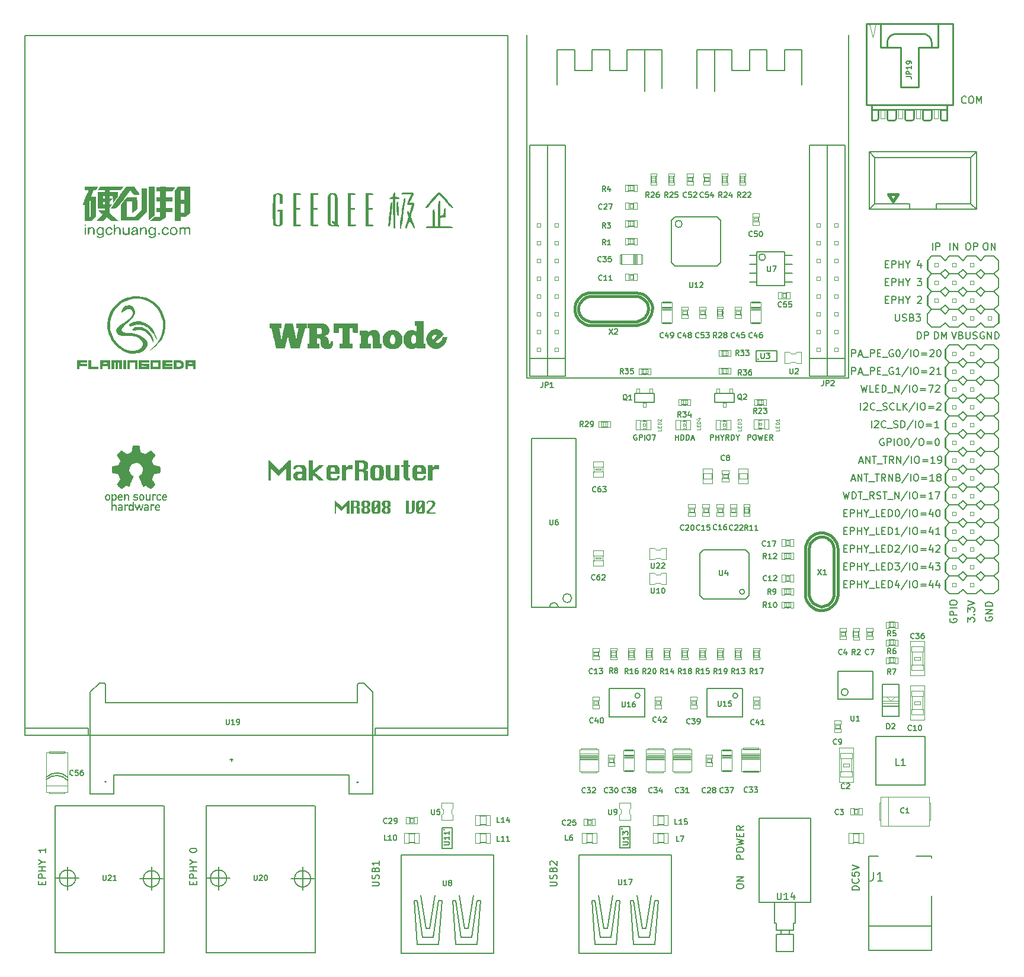
<source format=gto>
G04 (created by PCBNEW (2013-03-19 BZR 4004)-stable) date 2015/1/4 17:53:05*
%MOIN*%
G04 Gerber Fmt 3.4, Leading zero omitted, Abs format*
%FSLAX34Y34*%
G01*
G70*
G90*
G04 APERTURE LIST*
%ADD10C,0*%
%ADD11C,0.008*%
%ADD12C,0.005*%
%ADD13C,0.00787402*%
%ADD14C,0.00590551*%
%ADD15C,0.0026*%
%ADD16C,0.006*%
%ADD17C,0.002*%
%ADD18C,0.004*%
%ADD19C,0.0019685*%
%ADD20C,0.015*%
%ADD21C,0.0079*%
%ADD22C,0.01*%
%ADD23C,0.0001*%
%ADD24C,0.016*%
G04 APERTURE END LIST*
G54D10*
G54D11*
X67761Y-76247D02*
X67761Y-76171D01*
X67780Y-76133D01*
X67819Y-76095D01*
X67895Y-76076D01*
X68028Y-76076D01*
X68104Y-76095D01*
X68142Y-76133D01*
X68161Y-76171D01*
X68161Y-76247D01*
X68142Y-76285D01*
X68104Y-76323D01*
X68028Y-76342D01*
X67895Y-76342D01*
X67819Y-76323D01*
X67780Y-76285D01*
X67761Y-76247D01*
X68161Y-75904D02*
X67761Y-75904D01*
X68161Y-75676D01*
X67761Y-75676D01*
X68161Y-74673D02*
X67761Y-74673D01*
X67761Y-74521D01*
X67780Y-74483D01*
X67800Y-74464D01*
X67838Y-74445D01*
X67895Y-74445D01*
X67933Y-74464D01*
X67952Y-74483D01*
X67971Y-74521D01*
X67971Y-74673D01*
X67761Y-74197D02*
X67761Y-74121D01*
X67780Y-74083D01*
X67819Y-74045D01*
X67895Y-74026D01*
X68028Y-74026D01*
X68104Y-74045D01*
X68142Y-74083D01*
X68161Y-74121D01*
X68161Y-74197D01*
X68142Y-74235D01*
X68104Y-74273D01*
X68028Y-74292D01*
X67895Y-74292D01*
X67819Y-74273D01*
X67780Y-74235D01*
X67761Y-74197D01*
X67761Y-73892D02*
X68161Y-73797D01*
X67876Y-73721D01*
X68161Y-73645D01*
X67761Y-73550D01*
X67952Y-73397D02*
X67952Y-73264D01*
X68161Y-73207D02*
X68161Y-73397D01*
X67761Y-73397D01*
X67761Y-73207D01*
X68161Y-72807D02*
X67971Y-72940D01*
X68161Y-73035D02*
X67761Y-73035D01*
X67761Y-72883D01*
X67780Y-72845D01*
X67800Y-72826D01*
X67838Y-72807D01*
X67895Y-72807D01*
X67933Y-72826D01*
X67952Y-72845D01*
X67971Y-72883D01*
X67971Y-73035D01*
X79866Y-45011D02*
X80000Y-45411D01*
X80133Y-45011D01*
X80400Y-45202D02*
X80457Y-45221D01*
X80476Y-45240D01*
X80495Y-45278D01*
X80495Y-45335D01*
X80476Y-45373D01*
X80457Y-45392D01*
X80419Y-45411D01*
X80266Y-45411D01*
X80266Y-45011D01*
X80400Y-45011D01*
X80438Y-45030D01*
X80457Y-45050D01*
X80476Y-45088D01*
X80476Y-45126D01*
X80457Y-45164D01*
X80438Y-45183D01*
X80400Y-45202D01*
X80266Y-45202D01*
X80666Y-45011D02*
X80666Y-45335D01*
X80685Y-45373D01*
X80704Y-45392D01*
X80742Y-45411D01*
X80819Y-45411D01*
X80857Y-45392D01*
X80876Y-45373D01*
X80895Y-45335D01*
X80895Y-45011D01*
X81066Y-45392D02*
X81123Y-45411D01*
X81219Y-45411D01*
X81257Y-45392D01*
X81276Y-45373D01*
X81295Y-45335D01*
X81295Y-45297D01*
X81276Y-45259D01*
X81257Y-45240D01*
X81219Y-45221D01*
X81142Y-45202D01*
X81104Y-45183D01*
X81085Y-45164D01*
X81066Y-45126D01*
X81066Y-45088D01*
X81085Y-45050D01*
X81104Y-45030D01*
X81142Y-45011D01*
X81238Y-45011D01*
X81295Y-45030D01*
X77945Y-45411D02*
X77945Y-45011D01*
X78040Y-45011D01*
X78097Y-45030D01*
X78135Y-45069D01*
X78154Y-45107D01*
X78173Y-45183D01*
X78173Y-45240D01*
X78154Y-45316D01*
X78135Y-45354D01*
X78097Y-45392D01*
X78040Y-45411D01*
X77945Y-45411D01*
X78345Y-45411D02*
X78345Y-45011D01*
X78497Y-45011D01*
X78535Y-45030D01*
X78554Y-45050D01*
X78573Y-45088D01*
X78573Y-45145D01*
X78554Y-45183D01*
X78535Y-45202D01*
X78497Y-45221D01*
X78345Y-45221D01*
X78916Y-45411D02*
X78916Y-45011D01*
X79011Y-45011D01*
X79069Y-45030D01*
X79107Y-45069D01*
X79126Y-45107D01*
X79145Y-45183D01*
X79145Y-45240D01*
X79126Y-45316D01*
X79107Y-45354D01*
X79069Y-45392D01*
X79011Y-45411D01*
X78916Y-45411D01*
X79316Y-45411D02*
X79316Y-45011D01*
X79450Y-45297D01*
X79583Y-45011D01*
X79583Y-45411D01*
X81695Y-45030D02*
X81657Y-45011D01*
X81600Y-45011D01*
X81542Y-45030D01*
X81504Y-45069D01*
X81485Y-45107D01*
X81466Y-45183D01*
X81466Y-45240D01*
X81485Y-45316D01*
X81504Y-45354D01*
X81542Y-45392D01*
X81600Y-45411D01*
X81638Y-45411D01*
X81695Y-45392D01*
X81714Y-45373D01*
X81714Y-45240D01*
X81638Y-45240D01*
X81885Y-45411D02*
X81885Y-45011D01*
X82114Y-45411D01*
X82114Y-45011D01*
X82304Y-45411D02*
X82304Y-45011D01*
X82400Y-45011D01*
X82457Y-45030D01*
X82495Y-45069D01*
X82514Y-45107D01*
X82533Y-45183D01*
X82533Y-45240D01*
X82514Y-45316D01*
X82495Y-45354D01*
X82457Y-45392D01*
X82400Y-45411D01*
X82304Y-45411D01*
X76704Y-44011D02*
X76704Y-44335D01*
X76723Y-44373D01*
X76742Y-44392D01*
X76780Y-44411D01*
X76857Y-44411D01*
X76895Y-44392D01*
X76914Y-44373D01*
X76933Y-44335D01*
X76933Y-44011D01*
X77104Y-44392D02*
X77161Y-44411D01*
X77257Y-44411D01*
X77295Y-44392D01*
X77314Y-44373D01*
X77333Y-44335D01*
X77333Y-44297D01*
X77314Y-44259D01*
X77295Y-44240D01*
X77257Y-44221D01*
X77180Y-44202D01*
X77142Y-44183D01*
X77123Y-44164D01*
X77104Y-44126D01*
X77104Y-44088D01*
X77123Y-44050D01*
X77142Y-44030D01*
X77180Y-44011D01*
X77276Y-44011D01*
X77333Y-44030D01*
X77638Y-44202D02*
X77695Y-44221D01*
X77714Y-44240D01*
X77733Y-44278D01*
X77733Y-44335D01*
X77714Y-44373D01*
X77695Y-44392D01*
X77657Y-44411D01*
X77504Y-44411D01*
X77504Y-44011D01*
X77638Y-44011D01*
X77676Y-44030D01*
X77695Y-44050D01*
X77714Y-44088D01*
X77714Y-44126D01*
X77695Y-44164D01*
X77676Y-44183D01*
X77638Y-44202D01*
X77504Y-44202D01*
X77866Y-44011D02*
X78114Y-44011D01*
X77980Y-44164D01*
X78038Y-44164D01*
X78076Y-44183D01*
X78095Y-44202D01*
X78114Y-44240D01*
X78114Y-44335D01*
X78095Y-44373D01*
X78076Y-44392D01*
X78038Y-44411D01*
X77923Y-44411D01*
X77885Y-44392D01*
X77866Y-44373D01*
X73804Y-59202D02*
X73938Y-59202D01*
X73995Y-59411D02*
X73804Y-59411D01*
X73804Y-59011D01*
X73995Y-59011D01*
X74166Y-59411D02*
X74166Y-59011D01*
X74319Y-59011D01*
X74357Y-59030D01*
X74376Y-59050D01*
X74395Y-59088D01*
X74395Y-59145D01*
X74376Y-59183D01*
X74357Y-59202D01*
X74319Y-59221D01*
X74166Y-59221D01*
X74566Y-59411D02*
X74566Y-59011D01*
X74566Y-59202D02*
X74795Y-59202D01*
X74795Y-59411D02*
X74795Y-59011D01*
X75061Y-59221D02*
X75061Y-59411D01*
X74928Y-59011D02*
X75061Y-59221D01*
X75195Y-59011D01*
X75233Y-59450D02*
X75538Y-59450D01*
X75823Y-59411D02*
X75633Y-59411D01*
X75633Y-59011D01*
X75957Y-59202D02*
X76090Y-59202D01*
X76147Y-59411D02*
X75957Y-59411D01*
X75957Y-59011D01*
X76147Y-59011D01*
X76319Y-59411D02*
X76319Y-59011D01*
X76414Y-59011D01*
X76471Y-59030D01*
X76509Y-59069D01*
X76528Y-59107D01*
X76547Y-59183D01*
X76547Y-59240D01*
X76528Y-59316D01*
X76509Y-59354D01*
X76471Y-59392D01*
X76414Y-59411D01*
X76319Y-59411D01*
X76890Y-59145D02*
X76890Y-59411D01*
X76795Y-58992D02*
X76700Y-59278D01*
X76947Y-59278D01*
X77385Y-58992D02*
X77042Y-59507D01*
X77519Y-59411D02*
X77519Y-59011D01*
X77785Y-59011D02*
X77861Y-59011D01*
X77900Y-59030D01*
X77938Y-59069D01*
X77957Y-59145D01*
X77957Y-59278D01*
X77938Y-59354D01*
X77900Y-59392D01*
X77861Y-59411D01*
X77785Y-59411D01*
X77747Y-59392D01*
X77709Y-59354D01*
X77690Y-59278D01*
X77690Y-59145D01*
X77709Y-59069D01*
X77747Y-59030D01*
X77785Y-59011D01*
X78128Y-59202D02*
X78433Y-59202D01*
X78433Y-59316D02*
X78128Y-59316D01*
X78795Y-59145D02*
X78795Y-59411D01*
X78700Y-58992D02*
X78604Y-59278D01*
X78852Y-59278D01*
X79176Y-59145D02*
X79176Y-59411D01*
X79080Y-58992D02*
X78985Y-59278D01*
X79233Y-59278D01*
X73804Y-58202D02*
X73938Y-58202D01*
X73995Y-58411D02*
X73804Y-58411D01*
X73804Y-58011D01*
X73995Y-58011D01*
X74166Y-58411D02*
X74166Y-58011D01*
X74319Y-58011D01*
X74357Y-58030D01*
X74376Y-58050D01*
X74395Y-58088D01*
X74395Y-58145D01*
X74376Y-58183D01*
X74357Y-58202D01*
X74319Y-58221D01*
X74166Y-58221D01*
X74566Y-58411D02*
X74566Y-58011D01*
X74566Y-58202D02*
X74795Y-58202D01*
X74795Y-58411D02*
X74795Y-58011D01*
X75061Y-58221D02*
X75061Y-58411D01*
X74928Y-58011D02*
X75061Y-58221D01*
X75195Y-58011D01*
X75233Y-58450D02*
X75538Y-58450D01*
X75823Y-58411D02*
X75633Y-58411D01*
X75633Y-58011D01*
X75957Y-58202D02*
X76090Y-58202D01*
X76147Y-58411D02*
X75957Y-58411D01*
X75957Y-58011D01*
X76147Y-58011D01*
X76319Y-58411D02*
X76319Y-58011D01*
X76414Y-58011D01*
X76471Y-58030D01*
X76509Y-58069D01*
X76528Y-58107D01*
X76547Y-58183D01*
X76547Y-58240D01*
X76528Y-58316D01*
X76509Y-58354D01*
X76471Y-58392D01*
X76414Y-58411D01*
X76319Y-58411D01*
X76680Y-58011D02*
X76928Y-58011D01*
X76795Y-58164D01*
X76852Y-58164D01*
X76890Y-58183D01*
X76909Y-58202D01*
X76928Y-58240D01*
X76928Y-58335D01*
X76909Y-58373D01*
X76890Y-58392D01*
X76852Y-58411D01*
X76738Y-58411D01*
X76700Y-58392D01*
X76680Y-58373D01*
X77385Y-57992D02*
X77042Y-58507D01*
X77519Y-58411D02*
X77519Y-58011D01*
X77785Y-58011D02*
X77861Y-58011D01*
X77900Y-58030D01*
X77938Y-58069D01*
X77957Y-58145D01*
X77957Y-58278D01*
X77938Y-58354D01*
X77900Y-58392D01*
X77861Y-58411D01*
X77785Y-58411D01*
X77747Y-58392D01*
X77709Y-58354D01*
X77690Y-58278D01*
X77690Y-58145D01*
X77709Y-58069D01*
X77747Y-58030D01*
X77785Y-58011D01*
X78128Y-58202D02*
X78433Y-58202D01*
X78433Y-58316D02*
X78128Y-58316D01*
X78795Y-58145D02*
X78795Y-58411D01*
X78700Y-57992D02*
X78604Y-58278D01*
X78852Y-58278D01*
X78966Y-58011D02*
X79214Y-58011D01*
X79080Y-58164D01*
X79138Y-58164D01*
X79176Y-58183D01*
X79195Y-58202D01*
X79214Y-58240D01*
X79214Y-58335D01*
X79195Y-58373D01*
X79176Y-58392D01*
X79138Y-58411D01*
X79023Y-58411D01*
X78985Y-58392D01*
X78966Y-58373D01*
X73804Y-57202D02*
X73938Y-57202D01*
X73995Y-57411D02*
X73804Y-57411D01*
X73804Y-57011D01*
X73995Y-57011D01*
X74166Y-57411D02*
X74166Y-57011D01*
X74319Y-57011D01*
X74357Y-57030D01*
X74376Y-57050D01*
X74395Y-57088D01*
X74395Y-57145D01*
X74376Y-57183D01*
X74357Y-57202D01*
X74319Y-57221D01*
X74166Y-57221D01*
X74566Y-57411D02*
X74566Y-57011D01*
X74566Y-57202D02*
X74795Y-57202D01*
X74795Y-57411D02*
X74795Y-57011D01*
X75061Y-57221D02*
X75061Y-57411D01*
X74928Y-57011D02*
X75061Y-57221D01*
X75195Y-57011D01*
X75233Y-57450D02*
X75538Y-57450D01*
X75823Y-57411D02*
X75633Y-57411D01*
X75633Y-57011D01*
X75957Y-57202D02*
X76090Y-57202D01*
X76147Y-57411D02*
X75957Y-57411D01*
X75957Y-57011D01*
X76147Y-57011D01*
X76319Y-57411D02*
X76319Y-57011D01*
X76414Y-57011D01*
X76471Y-57030D01*
X76509Y-57069D01*
X76528Y-57107D01*
X76547Y-57183D01*
X76547Y-57240D01*
X76528Y-57316D01*
X76509Y-57354D01*
X76471Y-57392D01*
X76414Y-57411D01*
X76319Y-57411D01*
X76700Y-57050D02*
X76719Y-57030D01*
X76757Y-57011D01*
X76852Y-57011D01*
X76890Y-57030D01*
X76909Y-57050D01*
X76928Y-57088D01*
X76928Y-57126D01*
X76909Y-57183D01*
X76680Y-57411D01*
X76928Y-57411D01*
X77385Y-56992D02*
X77042Y-57507D01*
X77519Y-57411D02*
X77519Y-57011D01*
X77785Y-57011D02*
X77861Y-57011D01*
X77900Y-57030D01*
X77938Y-57069D01*
X77957Y-57145D01*
X77957Y-57278D01*
X77938Y-57354D01*
X77900Y-57392D01*
X77861Y-57411D01*
X77785Y-57411D01*
X77747Y-57392D01*
X77709Y-57354D01*
X77690Y-57278D01*
X77690Y-57145D01*
X77709Y-57069D01*
X77747Y-57030D01*
X77785Y-57011D01*
X78128Y-57202D02*
X78433Y-57202D01*
X78433Y-57316D02*
X78128Y-57316D01*
X78795Y-57145D02*
X78795Y-57411D01*
X78700Y-56992D02*
X78604Y-57278D01*
X78852Y-57278D01*
X78985Y-57050D02*
X79004Y-57030D01*
X79042Y-57011D01*
X79138Y-57011D01*
X79176Y-57030D01*
X79195Y-57050D01*
X79214Y-57088D01*
X79214Y-57126D01*
X79195Y-57183D01*
X78966Y-57411D01*
X79214Y-57411D01*
X73804Y-56202D02*
X73938Y-56202D01*
X73995Y-56411D02*
X73804Y-56411D01*
X73804Y-56011D01*
X73995Y-56011D01*
X74166Y-56411D02*
X74166Y-56011D01*
X74319Y-56011D01*
X74357Y-56030D01*
X74376Y-56050D01*
X74395Y-56088D01*
X74395Y-56145D01*
X74376Y-56183D01*
X74357Y-56202D01*
X74319Y-56221D01*
X74166Y-56221D01*
X74566Y-56411D02*
X74566Y-56011D01*
X74566Y-56202D02*
X74795Y-56202D01*
X74795Y-56411D02*
X74795Y-56011D01*
X75061Y-56221D02*
X75061Y-56411D01*
X74928Y-56011D02*
X75061Y-56221D01*
X75195Y-56011D01*
X75233Y-56450D02*
X75538Y-56450D01*
X75823Y-56411D02*
X75633Y-56411D01*
X75633Y-56011D01*
X75957Y-56202D02*
X76090Y-56202D01*
X76147Y-56411D02*
X75957Y-56411D01*
X75957Y-56011D01*
X76147Y-56011D01*
X76319Y-56411D02*
X76319Y-56011D01*
X76414Y-56011D01*
X76471Y-56030D01*
X76509Y-56069D01*
X76528Y-56107D01*
X76547Y-56183D01*
X76547Y-56240D01*
X76528Y-56316D01*
X76509Y-56354D01*
X76471Y-56392D01*
X76414Y-56411D01*
X76319Y-56411D01*
X76928Y-56411D02*
X76700Y-56411D01*
X76814Y-56411D02*
X76814Y-56011D01*
X76776Y-56069D01*
X76738Y-56107D01*
X76700Y-56126D01*
X77385Y-55992D02*
X77042Y-56507D01*
X77519Y-56411D02*
X77519Y-56011D01*
X77785Y-56011D02*
X77861Y-56011D01*
X77900Y-56030D01*
X77938Y-56069D01*
X77957Y-56145D01*
X77957Y-56278D01*
X77938Y-56354D01*
X77900Y-56392D01*
X77861Y-56411D01*
X77785Y-56411D01*
X77747Y-56392D01*
X77709Y-56354D01*
X77690Y-56278D01*
X77690Y-56145D01*
X77709Y-56069D01*
X77747Y-56030D01*
X77785Y-56011D01*
X78128Y-56202D02*
X78433Y-56202D01*
X78433Y-56316D02*
X78128Y-56316D01*
X78795Y-56145D02*
X78795Y-56411D01*
X78700Y-55992D02*
X78604Y-56278D01*
X78852Y-56278D01*
X79214Y-56411D02*
X78985Y-56411D01*
X79100Y-56411D02*
X79100Y-56011D01*
X79061Y-56069D01*
X79023Y-56107D01*
X78985Y-56126D01*
X76142Y-42202D02*
X76276Y-42202D01*
X76333Y-42411D02*
X76142Y-42411D01*
X76142Y-42011D01*
X76333Y-42011D01*
X76504Y-42411D02*
X76504Y-42011D01*
X76657Y-42011D01*
X76695Y-42030D01*
X76714Y-42050D01*
X76733Y-42088D01*
X76733Y-42145D01*
X76714Y-42183D01*
X76695Y-42202D01*
X76657Y-42221D01*
X76504Y-42221D01*
X76904Y-42411D02*
X76904Y-42011D01*
X76904Y-42202D02*
X77133Y-42202D01*
X77133Y-42411D02*
X77133Y-42011D01*
X77400Y-42221D02*
X77400Y-42411D01*
X77266Y-42011D02*
X77400Y-42221D01*
X77533Y-42011D01*
X77933Y-42011D02*
X78180Y-42011D01*
X78047Y-42164D01*
X78104Y-42164D01*
X78142Y-42183D01*
X78161Y-42202D01*
X78180Y-42240D01*
X78180Y-42335D01*
X78161Y-42373D01*
X78142Y-42392D01*
X78104Y-42411D01*
X77990Y-42411D01*
X77952Y-42392D01*
X77933Y-42373D01*
X79780Y-61150D02*
X79761Y-61188D01*
X79761Y-61245D01*
X79780Y-61302D01*
X79819Y-61340D01*
X79857Y-61359D01*
X79933Y-61378D01*
X79990Y-61378D01*
X80066Y-61359D01*
X80104Y-61340D01*
X80142Y-61302D01*
X80161Y-61245D01*
X80161Y-61207D01*
X80142Y-61150D01*
X80123Y-61130D01*
X79990Y-61130D01*
X79990Y-61207D01*
X80161Y-60959D02*
X79761Y-60959D01*
X79761Y-60807D01*
X79780Y-60769D01*
X79800Y-60750D01*
X79838Y-60730D01*
X79895Y-60730D01*
X79933Y-60750D01*
X79952Y-60769D01*
X79971Y-60807D01*
X79971Y-60959D01*
X80161Y-60559D02*
X79761Y-60559D01*
X79761Y-60292D02*
X79761Y-60216D01*
X79780Y-60178D01*
X79819Y-60140D01*
X79895Y-60121D01*
X80028Y-60121D01*
X80104Y-60140D01*
X80142Y-60178D01*
X80161Y-60216D01*
X80161Y-60292D01*
X80142Y-60330D01*
X80104Y-60369D01*
X80028Y-60388D01*
X79895Y-60388D01*
X79819Y-60369D01*
X79780Y-60330D01*
X79761Y-60292D01*
X80761Y-61340D02*
X80761Y-61092D01*
X80914Y-61226D01*
X80914Y-61169D01*
X80933Y-61130D01*
X80952Y-61111D01*
X80990Y-61092D01*
X81085Y-61092D01*
X81123Y-61111D01*
X81142Y-61130D01*
X81161Y-61169D01*
X81161Y-61283D01*
X81142Y-61321D01*
X81123Y-61340D01*
X81123Y-60921D02*
X81142Y-60902D01*
X81161Y-60921D01*
X81142Y-60940D01*
X81123Y-60921D01*
X81161Y-60921D01*
X80761Y-60769D02*
X80761Y-60521D01*
X80914Y-60654D01*
X80914Y-60597D01*
X80933Y-60559D01*
X80952Y-60540D01*
X80990Y-60521D01*
X81085Y-60521D01*
X81123Y-60540D01*
X81142Y-60559D01*
X81161Y-60597D01*
X81161Y-60711D01*
X81142Y-60749D01*
X81123Y-60769D01*
X80761Y-60407D02*
X81161Y-60273D01*
X80761Y-60140D01*
X81780Y-61054D02*
X81761Y-61092D01*
X81761Y-61150D01*
X81780Y-61207D01*
X81819Y-61245D01*
X81857Y-61264D01*
X81933Y-61283D01*
X81990Y-61283D01*
X82066Y-61264D01*
X82104Y-61245D01*
X82142Y-61207D01*
X82161Y-61150D01*
X82161Y-61111D01*
X82142Y-61054D01*
X82123Y-61035D01*
X81990Y-61035D01*
X81990Y-61111D01*
X82161Y-60864D02*
X81761Y-60864D01*
X82161Y-60635D01*
X81761Y-60635D01*
X82161Y-60445D02*
X81761Y-60445D01*
X81761Y-60349D01*
X81780Y-60292D01*
X81819Y-60254D01*
X81857Y-60235D01*
X81933Y-60216D01*
X81990Y-60216D01*
X82066Y-60235D01*
X82104Y-60254D01*
X82142Y-60292D01*
X82161Y-60349D01*
X82161Y-60445D01*
X73804Y-55202D02*
X73938Y-55202D01*
X73995Y-55411D02*
X73804Y-55411D01*
X73804Y-55011D01*
X73995Y-55011D01*
X74166Y-55411D02*
X74166Y-55011D01*
X74319Y-55011D01*
X74357Y-55030D01*
X74376Y-55050D01*
X74395Y-55088D01*
X74395Y-55145D01*
X74376Y-55183D01*
X74357Y-55202D01*
X74319Y-55221D01*
X74166Y-55221D01*
X74566Y-55411D02*
X74566Y-55011D01*
X74566Y-55202D02*
X74795Y-55202D01*
X74795Y-55411D02*
X74795Y-55011D01*
X75061Y-55221D02*
X75061Y-55411D01*
X74928Y-55011D02*
X75061Y-55221D01*
X75195Y-55011D01*
X75233Y-55450D02*
X75538Y-55450D01*
X75823Y-55411D02*
X75633Y-55411D01*
X75633Y-55011D01*
X75957Y-55202D02*
X76090Y-55202D01*
X76147Y-55411D02*
X75957Y-55411D01*
X75957Y-55011D01*
X76147Y-55011D01*
X76319Y-55411D02*
X76319Y-55011D01*
X76414Y-55011D01*
X76471Y-55030D01*
X76509Y-55069D01*
X76528Y-55107D01*
X76547Y-55183D01*
X76547Y-55240D01*
X76528Y-55316D01*
X76509Y-55354D01*
X76471Y-55392D01*
X76414Y-55411D01*
X76319Y-55411D01*
X76795Y-55011D02*
X76833Y-55011D01*
X76871Y-55030D01*
X76890Y-55050D01*
X76909Y-55088D01*
X76928Y-55164D01*
X76928Y-55259D01*
X76909Y-55335D01*
X76890Y-55373D01*
X76871Y-55392D01*
X76833Y-55411D01*
X76795Y-55411D01*
X76757Y-55392D01*
X76738Y-55373D01*
X76719Y-55335D01*
X76700Y-55259D01*
X76700Y-55164D01*
X76719Y-55088D01*
X76738Y-55050D01*
X76757Y-55030D01*
X76795Y-55011D01*
X77385Y-54992D02*
X77042Y-55507D01*
X77519Y-55411D02*
X77519Y-55011D01*
X77785Y-55011D02*
X77861Y-55011D01*
X77900Y-55030D01*
X77938Y-55069D01*
X77957Y-55145D01*
X77957Y-55278D01*
X77938Y-55354D01*
X77900Y-55392D01*
X77861Y-55411D01*
X77785Y-55411D01*
X77747Y-55392D01*
X77709Y-55354D01*
X77690Y-55278D01*
X77690Y-55145D01*
X77709Y-55069D01*
X77747Y-55030D01*
X77785Y-55011D01*
X78128Y-55202D02*
X78433Y-55202D01*
X78433Y-55316D02*
X78128Y-55316D01*
X78795Y-55145D02*
X78795Y-55411D01*
X78700Y-54992D02*
X78604Y-55278D01*
X78852Y-55278D01*
X79080Y-55011D02*
X79119Y-55011D01*
X79157Y-55030D01*
X79176Y-55050D01*
X79195Y-55088D01*
X79214Y-55164D01*
X79214Y-55259D01*
X79195Y-55335D01*
X79176Y-55373D01*
X79157Y-55392D01*
X79119Y-55411D01*
X79080Y-55411D01*
X79042Y-55392D01*
X79023Y-55373D01*
X79004Y-55335D01*
X78985Y-55259D01*
X78985Y-55164D01*
X79004Y-55088D01*
X79023Y-55050D01*
X79042Y-55030D01*
X79080Y-55011D01*
X73776Y-54011D02*
X73871Y-54411D01*
X73947Y-54126D01*
X74023Y-54411D01*
X74119Y-54011D01*
X74271Y-54411D02*
X74271Y-54011D01*
X74366Y-54011D01*
X74423Y-54030D01*
X74461Y-54069D01*
X74480Y-54107D01*
X74500Y-54183D01*
X74500Y-54240D01*
X74480Y-54316D01*
X74461Y-54354D01*
X74423Y-54392D01*
X74366Y-54411D01*
X74271Y-54411D01*
X74614Y-54011D02*
X74842Y-54011D01*
X74728Y-54411D02*
X74728Y-54011D01*
X74880Y-54450D02*
X75185Y-54450D01*
X75509Y-54411D02*
X75376Y-54221D01*
X75280Y-54411D02*
X75280Y-54011D01*
X75433Y-54011D01*
X75471Y-54030D01*
X75490Y-54050D01*
X75509Y-54088D01*
X75509Y-54145D01*
X75490Y-54183D01*
X75471Y-54202D01*
X75433Y-54221D01*
X75280Y-54221D01*
X75661Y-54392D02*
X75719Y-54411D01*
X75814Y-54411D01*
X75852Y-54392D01*
X75871Y-54373D01*
X75890Y-54335D01*
X75890Y-54297D01*
X75871Y-54259D01*
X75852Y-54240D01*
X75814Y-54221D01*
X75738Y-54202D01*
X75700Y-54183D01*
X75680Y-54164D01*
X75661Y-54126D01*
X75661Y-54088D01*
X75680Y-54050D01*
X75700Y-54030D01*
X75738Y-54011D01*
X75833Y-54011D01*
X75890Y-54030D01*
X76004Y-54011D02*
X76233Y-54011D01*
X76119Y-54411D02*
X76119Y-54011D01*
X76271Y-54450D02*
X76576Y-54450D01*
X76671Y-54411D02*
X76671Y-54011D01*
X76899Y-54411D01*
X76899Y-54011D01*
X77376Y-53992D02*
X77033Y-54507D01*
X77509Y-54411D02*
X77509Y-54011D01*
X77776Y-54011D02*
X77852Y-54011D01*
X77890Y-54030D01*
X77928Y-54069D01*
X77947Y-54145D01*
X77947Y-54278D01*
X77928Y-54354D01*
X77890Y-54392D01*
X77852Y-54411D01*
X77776Y-54411D01*
X77738Y-54392D01*
X77700Y-54354D01*
X77680Y-54278D01*
X77680Y-54145D01*
X77700Y-54069D01*
X77738Y-54030D01*
X77776Y-54011D01*
X78119Y-54202D02*
X78423Y-54202D01*
X78423Y-54316D02*
X78119Y-54316D01*
X78823Y-54411D02*
X78595Y-54411D01*
X78709Y-54411D02*
X78709Y-54011D01*
X78671Y-54069D01*
X78633Y-54107D01*
X78595Y-54126D01*
X78957Y-54011D02*
X79223Y-54011D01*
X79052Y-54411D01*
X74235Y-53297D02*
X74426Y-53297D01*
X74197Y-53411D02*
X74330Y-53011D01*
X74464Y-53411D01*
X74597Y-53411D02*
X74597Y-53011D01*
X74826Y-53411D01*
X74826Y-53011D01*
X74959Y-53011D02*
X75188Y-53011D01*
X75073Y-53411D02*
X75073Y-53011D01*
X75226Y-53450D02*
X75530Y-53450D01*
X75569Y-53011D02*
X75797Y-53011D01*
X75683Y-53411D02*
X75683Y-53011D01*
X76159Y-53411D02*
X76026Y-53221D01*
X75930Y-53411D02*
X75930Y-53011D01*
X76083Y-53011D01*
X76121Y-53030D01*
X76140Y-53050D01*
X76159Y-53088D01*
X76159Y-53145D01*
X76140Y-53183D01*
X76121Y-53202D01*
X76083Y-53221D01*
X75930Y-53221D01*
X76330Y-53411D02*
X76330Y-53011D01*
X76559Y-53411D01*
X76559Y-53011D01*
X76883Y-53202D02*
X76940Y-53221D01*
X76959Y-53240D01*
X76978Y-53278D01*
X76978Y-53335D01*
X76959Y-53373D01*
X76940Y-53392D01*
X76902Y-53411D01*
X76750Y-53411D01*
X76750Y-53011D01*
X76883Y-53011D01*
X76921Y-53030D01*
X76940Y-53050D01*
X76959Y-53088D01*
X76959Y-53126D01*
X76940Y-53164D01*
X76921Y-53183D01*
X76883Y-53202D01*
X76750Y-53202D01*
X77435Y-52992D02*
X77092Y-53507D01*
X77569Y-53411D02*
X77569Y-53011D01*
X77835Y-53011D02*
X77911Y-53011D01*
X77950Y-53030D01*
X77988Y-53069D01*
X78007Y-53145D01*
X78007Y-53278D01*
X77988Y-53354D01*
X77950Y-53392D01*
X77911Y-53411D01*
X77835Y-53411D01*
X77797Y-53392D01*
X77759Y-53354D01*
X77740Y-53278D01*
X77740Y-53145D01*
X77759Y-53069D01*
X77797Y-53030D01*
X77835Y-53011D01*
X78178Y-53202D02*
X78483Y-53202D01*
X78483Y-53316D02*
X78178Y-53316D01*
X78883Y-53411D02*
X78654Y-53411D01*
X78769Y-53411D02*
X78769Y-53011D01*
X78730Y-53069D01*
X78692Y-53107D01*
X78654Y-53126D01*
X79111Y-53183D02*
X79073Y-53164D01*
X79054Y-53145D01*
X79035Y-53107D01*
X79035Y-53088D01*
X79054Y-53050D01*
X79073Y-53030D01*
X79111Y-53011D01*
X79188Y-53011D01*
X79226Y-53030D01*
X79245Y-53050D01*
X79264Y-53088D01*
X79264Y-53107D01*
X79245Y-53145D01*
X79226Y-53164D01*
X79188Y-53183D01*
X79111Y-53183D01*
X79073Y-53202D01*
X79054Y-53221D01*
X79035Y-53259D01*
X79035Y-53335D01*
X79054Y-53373D01*
X79073Y-53392D01*
X79111Y-53411D01*
X79188Y-53411D01*
X79226Y-53392D01*
X79245Y-53373D01*
X79264Y-53335D01*
X79264Y-53259D01*
X79245Y-53221D01*
X79226Y-53202D01*
X79188Y-53183D01*
X74685Y-52297D02*
X74876Y-52297D01*
X74647Y-52411D02*
X74780Y-52011D01*
X74914Y-52411D01*
X75047Y-52411D02*
X75047Y-52011D01*
X75276Y-52411D01*
X75276Y-52011D01*
X75409Y-52011D02*
X75638Y-52011D01*
X75523Y-52411D02*
X75523Y-52011D01*
X75676Y-52450D02*
X75980Y-52450D01*
X76019Y-52011D02*
X76247Y-52011D01*
X76133Y-52411D02*
X76133Y-52011D01*
X76609Y-52411D02*
X76476Y-52221D01*
X76380Y-52411D02*
X76380Y-52011D01*
X76533Y-52011D01*
X76571Y-52030D01*
X76590Y-52050D01*
X76609Y-52088D01*
X76609Y-52145D01*
X76590Y-52183D01*
X76571Y-52202D01*
X76533Y-52221D01*
X76380Y-52221D01*
X76780Y-52411D02*
X76780Y-52011D01*
X77009Y-52411D01*
X77009Y-52011D01*
X77485Y-51992D02*
X77142Y-52507D01*
X77619Y-52411D02*
X77619Y-52011D01*
X77885Y-52011D02*
X77961Y-52011D01*
X78000Y-52030D01*
X78038Y-52069D01*
X78057Y-52145D01*
X78057Y-52278D01*
X78038Y-52354D01*
X78000Y-52392D01*
X77961Y-52411D01*
X77885Y-52411D01*
X77847Y-52392D01*
X77809Y-52354D01*
X77790Y-52278D01*
X77790Y-52145D01*
X77809Y-52069D01*
X77847Y-52030D01*
X77885Y-52011D01*
X78228Y-52202D02*
X78533Y-52202D01*
X78533Y-52316D02*
X78228Y-52316D01*
X78933Y-52411D02*
X78704Y-52411D01*
X78819Y-52411D02*
X78819Y-52011D01*
X78780Y-52069D01*
X78742Y-52107D01*
X78704Y-52126D01*
X79123Y-52411D02*
X79200Y-52411D01*
X79238Y-52392D01*
X79257Y-52373D01*
X79295Y-52316D01*
X79314Y-52240D01*
X79314Y-52088D01*
X79295Y-52050D01*
X79276Y-52030D01*
X79238Y-52011D01*
X79161Y-52011D01*
X79123Y-52030D01*
X79104Y-52050D01*
X79085Y-52088D01*
X79085Y-52183D01*
X79104Y-52221D01*
X79123Y-52240D01*
X79161Y-52259D01*
X79238Y-52259D01*
X79276Y-52240D01*
X79295Y-52221D01*
X79314Y-52183D01*
X76052Y-51030D02*
X76014Y-51011D01*
X75957Y-51011D01*
X75900Y-51030D01*
X75861Y-51069D01*
X75842Y-51107D01*
X75823Y-51183D01*
X75823Y-51240D01*
X75842Y-51316D01*
X75861Y-51354D01*
X75900Y-51392D01*
X75957Y-51411D01*
X75995Y-51411D01*
X76052Y-51392D01*
X76071Y-51373D01*
X76071Y-51240D01*
X75995Y-51240D01*
X76242Y-51411D02*
X76242Y-51011D01*
X76395Y-51011D01*
X76433Y-51030D01*
X76452Y-51050D01*
X76471Y-51088D01*
X76471Y-51145D01*
X76452Y-51183D01*
X76433Y-51202D01*
X76395Y-51221D01*
X76242Y-51221D01*
X76642Y-51411D02*
X76642Y-51011D01*
X76909Y-51011D02*
X76985Y-51011D01*
X77023Y-51030D01*
X77061Y-51069D01*
X77080Y-51145D01*
X77080Y-51278D01*
X77061Y-51354D01*
X77023Y-51392D01*
X76985Y-51411D01*
X76909Y-51411D01*
X76871Y-51392D01*
X76833Y-51354D01*
X76814Y-51278D01*
X76814Y-51145D01*
X76833Y-51069D01*
X76871Y-51030D01*
X76909Y-51011D01*
X77328Y-51011D02*
X77366Y-51011D01*
X77404Y-51030D01*
X77423Y-51050D01*
X77442Y-51088D01*
X77461Y-51164D01*
X77461Y-51259D01*
X77442Y-51335D01*
X77423Y-51373D01*
X77404Y-51392D01*
X77366Y-51411D01*
X77328Y-51411D01*
X77290Y-51392D01*
X77271Y-51373D01*
X77252Y-51335D01*
X77233Y-51259D01*
X77233Y-51164D01*
X77252Y-51088D01*
X77271Y-51050D01*
X77290Y-51030D01*
X77328Y-51011D01*
X77919Y-50992D02*
X77576Y-51507D01*
X78128Y-51011D02*
X78204Y-51011D01*
X78242Y-51030D01*
X78280Y-51069D01*
X78300Y-51145D01*
X78300Y-51278D01*
X78280Y-51354D01*
X78242Y-51392D01*
X78204Y-51411D01*
X78128Y-51411D01*
X78090Y-51392D01*
X78052Y-51354D01*
X78033Y-51278D01*
X78033Y-51145D01*
X78052Y-51069D01*
X78090Y-51030D01*
X78128Y-51011D01*
X78471Y-51202D02*
X78776Y-51202D01*
X78776Y-51316D02*
X78471Y-51316D01*
X79042Y-51011D02*
X79080Y-51011D01*
X79119Y-51030D01*
X79138Y-51050D01*
X79157Y-51088D01*
X79176Y-51164D01*
X79176Y-51259D01*
X79157Y-51335D01*
X79138Y-51373D01*
X79119Y-51392D01*
X79080Y-51411D01*
X79042Y-51411D01*
X79004Y-51392D01*
X78985Y-51373D01*
X78966Y-51335D01*
X78947Y-51259D01*
X78947Y-51164D01*
X78966Y-51088D01*
X78985Y-51050D01*
X79004Y-51030D01*
X79042Y-51011D01*
X75364Y-50411D02*
X75364Y-50011D01*
X75535Y-50050D02*
X75554Y-50030D01*
X75592Y-50011D01*
X75688Y-50011D01*
X75726Y-50030D01*
X75745Y-50050D01*
X75764Y-50088D01*
X75764Y-50126D01*
X75745Y-50183D01*
X75516Y-50411D01*
X75764Y-50411D01*
X76164Y-50373D02*
X76145Y-50392D01*
X76088Y-50411D01*
X76050Y-50411D01*
X75992Y-50392D01*
X75954Y-50354D01*
X75935Y-50316D01*
X75916Y-50240D01*
X75916Y-50183D01*
X75935Y-50107D01*
X75954Y-50069D01*
X75992Y-50030D01*
X76050Y-50011D01*
X76088Y-50011D01*
X76145Y-50030D01*
X76164Y-50050D01*
X76240Y-50450D02*
X76545Y-50450D01*
X76621Y-50392D02*
X76678Y-50411D01*
X76773Y-50411D01*
X76811Y-50392D01*
X76830Y-50373D01*
X76850Y-50335D01*
X76850Y-50297D01*
X76830Y-50259D01*
X76811Y-50240D01*
X76773Y-50221D01*
X76697Y-50202D01*
X76659Y-50183D01*
X76640Y-50164D01*
X76621Y-50126D01*
X76621Y-50088D01*
X76640Y-50050D01*
X76659Y-50030D01*
X76697Y-50011D01*
X76792Y-50011D01*
X76850Y-50030D01*
X77021Y-50411D02*
X77021Y-50011D01*
X77116Y-50011D01*
X77173Y-50030D01*
X77211Y-50069D01*
X77230Y-50107D01*
X77250Y-50183D01*
X77250Y-50240D01*
X77230Y-50316D01*
X77211Y-50354D01*
X77173Y-50392D01*
X77116Y-50411D01*
X77021Y-50411D01*
X77707Y-49992D02*
X77364Y-50507D01*
X77840Y-50411D02*
X77840Y-50011D01*
X78107Y-50011D02*
X78183Y-50011D01*
X78221Y-50030D01*
X78259Y-50069D01*
X78278Y-50145D01*
X78278Y-50278D01*
X78259Y-50354D01*
X78221Y-50392D01*
X78183Y-50411D01*
X78107Y-50411D01*
X78069Y-50392D01*
X78030Y-50354D01*
X78011Y-50278D01*
X78011Y-50145D01*
X78030Y-50069D01*
X78069Y-50030D01*
X78107Y-50011D01*
X78450Y-50202D02*
X78754Y-50202D01*
X78754Y-50316D02*
X78450Y-50316D01*
X79154Y-50411D02*
X78926Y-50411D01*
X79040Y-50411D02*
X79040Y-50011D01*
X79002Y-50069D01*
X78964Y-50107D01*
X78926Y-50126D01*
X74752Y-49411D02*
X74752Y-49011D01*
X74923Y-49050D02*
X74942Y-49030D01*
X74980Y-49011D01*
X75076Y-49011D01*
X75114Y-49030D01*
X75133Y-49050D01*
X75152Y-49088D01*
X75152Y-49126D01*
X75133Y-49183D01*
X74904Y-49411D01*
X75152Y-49411D01*
X75552Y-49373D02*
X75533Y-49392D01*
X75476Y-49411D01*
X75438Y-49411D01*
X75380Y-49392D01*
X75342Y-49354D01*
X75323Y-49316D01*
X75304Y-49240D01*
X75304Y-49183D01*
X75323Y-49107D01*
X75342Y-49069D01*
X75380Y-49030D01*
X75438Y-49011D01*
X75476Y-49011D01*
X75533Y-49030D01*
X75552Y-49050D01*
X75628Y-49450D02*
X75933Y-49450D01*
X76009Y-49392D02*
X76066Y-49411D01*
X76161Y-49411D01*
X76200Y-49392D01*
X76219Y-49373D01*
X76238Y-49335D01*
X76238Y-49297D01*
X76219Y-49259D01*
X76200Y-49240D01*
X76161Y-49221D01*
X76085Y-49202D01*
X76047Y-49183D01*
X76028Y-49164D01*
X76009Y-49126D01*
X76009Y-49088D01*
X76028Y-49050D01*
X76047Y-49030D01*
X76085Y-49011D01*
X76180Y-49011D01*
X76238Y-49030D01*
X76638Y-49373D02*
X76619Y-49392D01*
X76561Y-49411D01*
X76523Y-49411D01*
X76466Y-49392D01*
X76428Y-49354D01*
X76409Y-49316D01*
X76390Y-49240D01*
X76390Y-49183D01*
X76409Y-49107D01*
X76428Y-49069D01*
X76466Y-49030D01*
X76523Y-49011D01*
X76561Y-49011D01*
X76619Y-49030D01*
X76638Y-49050D01*
X77000Y-49411D02*
X76809Y-49411D01*
X76809Y-49011D01*
X77133Y-49411D02*
X77133Y-49011D01*
X77361Y-49411D02*
X77190Y-49183D01*
X77361Y-49011D02*
X77133Y-49240D01*
X77819Y-48992D02*
X77476Y-49507D01*
X77952Y-49411D02*
X77952Y-49011D01*
X78219Y-49011D02*
X78295Y-49011D01*
X78333Y-49030D01*
X78371Y-49069D01*
X78390Y-49145D01*
X78390Y-49278D01*
X78371Y-49354D01*
X78333Y-49392D01*
X78295Y-49411D01*
X78219Y-49411D01*
X78180Y-49392D01*
X78142Y-49354D01*
X78123Y-49278D01*
X78123Y-49145D01*
X78142Y-49069D01*
X78180Y-49030D01*
X78219Y-49011D01*
X78561Y-49202D02*
X78866Y-49202D01*
X78866Y-49316D02*
X78561Y-49316D01*
X79038Y-49050D02*
X79057Y-49030D01*
X79095Y-49011D01*
X79190Y-49011D01*
X79228Y-49030D01*
X79247Y-49050D01*
X79266Y-49088D01*
X79266Y-49126D01*
X79247Y-49183D01*
X79019Y-49411D01*
X79266Y-49411D01*
X74780Y-48011D02*
X74876Y-48411D01*
X74952Y-48126D01*
X75028Y-48411D01*
X75123Y-48011D01*
X75466Y-48411D02*
X75276Y-48411D01*
X75276Y-48011D01*
X75600Y-48202D02*
X75733Y-48202D01*
X75790Y-48411D02*
X75600Y-48411D01*
X75600Y-48011D01*
X75790Y-48011D01*
X75961Y-48411D02*
X75961Y-48011D01*
X76057Y-48011D01*
X76114Y-48030D01*
X76152Y-48069D01*
X76171Y-48107D01*
X76190Y-48183D01*
X76190Y-48240D01*
X76171Y-48316D01*
X76152Y-48354D01*
X76114Y-48392D01*
X76057Y-48411D01*
X75961Y-48411D01*
X76266Y-48450D02*
X76571Y-48450D01*
X76666Y-48411D02*
X76666Y-48011D01*
X76895Y-48411D01*
X76895Y-48011D01*
X77371Y-47992D02*
X77028Y-48507D01*
X77504Y-48411D02*
X77504Y-48011D01*
X77771Y-48011D02*
X77847Y-48011D01*
X77885Y-48030D01*
X77923Y-48069D01*
X77942Y-48145D01*
X77942Y-48278D01*
X77923Y-48354D01*
X77885Y-48392D01*
X77847Y-48411D01*
X77771Y-48411D01*
X77733Y-48392D01*
X77695Y-48354D01*
X77676Y-48278D01*
X77676Y-48145D01*
X77695Y-48069D01*
X77733Y-48030D01*
X77771Y-48011D01*
X78114Y-48202D02*
X78419Y-48202D01*
X78419Y-48316D02*
X78114Y-48316D01*
X78571Y-48011D02*
X78838Y-48011D01*
X78666Y-48411D01*
X78971Y-48050D02*
X78990Y-48030D01*
X79028Y-48011D01*
X79123Y-48011D01*
X79161Y-48030D01*
X79180Y-48050D01*
X79200Y-48088D01*
X79200Y-48126D01*
X79180Y-48183D01*
X78952Y-48411D01*
X79200Y-48411D01*
X74254Y-47411D02*
X74254Y-47011D01*
X74407Y-47011D01*
X74445Y-47030D01*
X74464Y-47050D01*
X74483Y-47088D01*
X74483Y-47145D01*
X74464Y-47183D01*
X74445Y-47202D01*
X74407Y-47221D01*
X74254Y-47221D01*
X74635Y-47297D02*
X74826Y-47297D01*
X74597Y-47411D02*
X74730Y-47011D01*
X74864Y-47411D01*
X74902Y-47450D02*
X75207Y-47450D01*
X75302Y-47411D02*
X75302Y-47011D01*
X75454Y-47011D01*
X75492Y-47030D01*
X75511Y-47050D01*
X75530Y-47088D01*
X75530Y-47145D01*
X75511Y-47183D01*
X75492Y-47202D01*
X75454Y-47221D01*
X75302Y-47221D01*
X75702Y-47202D02*
X75835Y-47202D01*
X75892Y-47411D02*
X75702Y-47411D01*
X75702Y-47011D01*
X75892Y-47011D01*
X75969Y-47450D02*
X76273Y-47450D01*
X76578Y-47030D02*
X76540Y-47011D01*
X76483Y-47011D01*
X76426Y-47030D01*
X76388Y-47069D01*
X76369Y-47107D01*
X76350Y-47183D01*
X76350Y-47240D01*
X76369Y-47316D01*
X76388Y-47354D01*
X76426Y-47392D01*
X76483Y-47411D01*
X76521Y-47411D01*
X76578Y-47392D01*
X76597Y-47373D01*
X76597Y-47240D01*
X76521Y-47240D01*
X76978Y-47411D02*
X76750Y-47411D01*
X76864Y-47411D02*
X76864Y-47011D01*
X76826Y-47069D01*
X76788Y-47107D01*
X76750Y-47126D01*
X77435Y-46992D02*
X77092Y-47507D01*
X77569Y-47411D02*
X77569Y-47011D01*
X77835Y-47011D02*
X77911Y-47011D01*
X77950Y-47030D01*
X77988Y-47069D01*
X78007Y-47145D01*
X78007Y-47278D01*
X77988Y-47354D01*
X77950Y-47392D01*
X77911Y-47411D01*
X77835Y-47411D01*
X77797Y-47392D01*
X77759Y-47354D01*
X77740Y-47278D01*
X77740Y-47145D01*
X77759Y-47069D01*
X77797Y-47030D01*
X77835Y-47011D01*
X78178Y-47202D02*
X78483Y-47202D01*
X78483Y-47316D02*
X78178Y-47316D01*
X78654Y-47050D02*
X78673Y-47030D01*
X78711Y-47011D01*
X78807Y-47011D01*
X78845Y-47030D01*
X78864Y-47050D01*
X78883Y-47088D01*
X78883Y-47126D01*
X78864Y-47183D01*
X78635Y-47411D01*
X78883Y-47411D01*
X79264Y-47411D02*
X79035Y-47411D01*
X79150Y-47411D02*
X79150Y-47011D01*
X79111Y-47069D01*
X79073Y-47107D01*
X79035Y-47126D01*
X74254Y-46411D02*
X74254Y-46011D01*
X74407Y-46011D01*
X74445Y-46030D01*
X74464Y-46050D01*
X74483Y-46088D01*
X74483Y-46145D01*
X74464Y-46183D01*
X74445Y-46202D01*
X74407Y-46221D01*
X74254Y-46221D01*
X74635Y-46297D02*
X74826Y-46297D01*
X74597Y-46411D02*
X74730Y-46011D01*
X74864Y-46411D01*
X74902Y-46450D02*
X75207Y-46450D01*
X75302Y-46411D02*
X75302Y-46011D01*
X75454Y-46011D01*
X75492Y-46030D01*
X75511Y-46050D01*
X75530Y-46088D01*
X75530Y-46145D01*
X75511Y-46183D01*
X75492Y-46202D01*
X75454Y-46221D01*
X75302Y-46221D01*
X75702Y-46202D02*
X75835Y-46202D01*
X75892Y-46411D02*
X75702Y-46411D01*
X75702Y-46011D01*
X75892Y-46011D01*
X75969Y-46450D02*
X76273Y-46450D01*
X76578Y-46030D02*
X76540Y-46011D01*
X76483Y-46011D01*
X76426Y-46030D01*
X76388Y-46069D01*
X76369Y-46107D01*
X76350Y-46183D01*
X76350Y-46240D01*
X76369Y-46316D01*
X76388Y-46354D01*
X76426Y-46392D01*
X76483Y-46411D01*
X76521Y-46411D01*
X76578Y-46392D01*
X76597Y-46373D01*
X76597Y-46240D01*
X76521Y-46240D01*
X76845Y-46011D02*
X76883Y-46011D01*
X76921Y-46030D01*
X76940Y-46050D01*
X76959Y-46088D01*
X76978Y-46164D01*
X76978Y-46259D01*
X76959Y-46335D01*
X76940Y-46373D01*
X76921Y-46392D01*
X76883Y-46411D01*
X76845Y-46411D01*
X76807Y-46392D01*
X76788Y-46373D01*
X76769Y-46335D01*
X76750Y-46259D01*
X76750Y-46164D01*
X76769Y-46088D01*
X76788Y-46050D01*
X76807Y-46030D01*
X76845Y-46011D01*
X77435Y-45992D02*
X77092Y-46507D01*
X77569Y-46411D02*
X77569Y-46011D01*
X77835Y-46011D02*
X77911Y-46011D01*
X77950Y-46030D01*
X77988Y-46069D01*
X78007Y-46145D01*
X78007Y-46278D01*
X77988Y-46354D01*
X77950Y-46392D01*
X77911Y-46411D01*
X77835Y-46411D01*
X77797Y-46392D01*
X77759Y-46354D01*
X77740Y-46278D01*
X77740Y-46145D01*
X77759Y-46069D01*
X77797Y-46030D01*
X77835Y-46011D01*
X78178Y-46202D02*
X78483Y-46202D01*
X78483Y-46316D02*
X78178Y-46316D01*
X78654Y-46050D02*
X78673Y-46030D01*
X78711Y-46011D01*
X78807Y-46011D01*
X78845Y-46030D01*
X78864Y-46050D01*
X78883Y-46088D01*
X78883Y-46126D01*
X78864Y-46183D01*
X78635Y-46411D01*
X78883Y-46411D01*
X79130Y-46011D02*
X79169Y-46011D01*
X79207Y-46030D01*
X79226Y-46050D01*
X79245Y-46088D01*
X79264Y-46164D01*
X79264Y-46259D01*
X79245Y-46335D01*
X79226Y-46373D01*
X79207Y-46392D01*
X79169Y-46411D01*
X79130Y-46411D01*
X79092Y-46392D01*
X79073Y-46373D01*
X79054Y-46335D01*
X79035Y-46259D01*
X79035Y-46164D01*
X79054Y-46088D01*
X79073Y-46050D01*
X79092Y-46030D01*
X79130Y-46011D01*
X81752Y-40011D02*
X81828Y-40011D01*
X81866Y-40030D01*
X81904Y-40069D01*
X81923Y-40145D01*
X81923Y-40278D01*
X81904Y-40354D01*
X81866Y-40392D01*
X81828Y-40411D01*
X81752Y-40411D01*
X81714Y-40392D01*
X81676Y-40354D01*
X81657Y-40278D01*
X81657Y-40145D01*
X81676Y-40069D01*
X81714Y-40030D01*
X81752Y-40011D01*
X82095Y-40411D02*
X82095Y-40011D01*
X82323Y-40411D01*
X82323Y-40011D01*
X80761Y-40011D02*
X80838Y-40011D01*
X80876Y-40030D01*
X80914Y-40069D01*
X80933Y-40145D01*
X80933Y-40278D01*
X80914Y-40354D01*
X80876Y-40392D01*
X80838Y-40411D01*
X80761Y-40411D01*
X80723Y-40392D01*
X80685Y-40354D01*
X80666Y-40278D01*
X80666Y-40145D01*
X80685Y-40069D01*
X80723Y-40030D01*
X80761Y-40011D01*
X81104Y-40411D02*
X81104Y-40011D01*
X81257Y-40011D01*
X81295Y-40030D01*
X81314Y-40050D01*
X81333Y-40088D01*
X81333Y-40145D01*
X81314Y-40183D01*
X81295Y-40202D01*
X81257Y-40221D01*
X81104Y-40221D01*
X79790Y-40411D02*
X79790Y-40011D01*
X79980Y-40411D02*
X79980Y-40011D01*
X80209Y-40411D01*
X80209Y-40011D01*
X78800Y-40411D02*
X78800Y-40011D01*
X78990Y-40411D02*
X78990Y-40011D01*
X79142Y-40011D01*
X79180Y-40030D01*
X79200Y-40050D01*
X79219Y-40088D01*
X79219Y-40145D01*
X79200Y-40183D01*
X79180Y-40202D01*
X79142Y-40221D01*
X78990Y-40221D01*
X76140Y-41202D02*
X76273Y-41202D01*
X76330Y-41411D02*
X76140Y-41411D01*
X76140Y-41011D01*
X76330Y-41011D01*
X76502Y-41411D02*
X76502Y-41011D01*
X76654Y-41011D01*
X76692Y-41030D01*
X76711Y-41050D01*
X76730Y-41088D01*
X76730Y-41145D01*
X76711Y-41183D01*
X76692Y-41202D01*
X76654Y-41221D01*
X76502Y-41221D01*
X76902Y-41411D02*
X76902Y-41011D01*
X76902Y-41202D02*
X77130Y-41202D01*
X77130Y-41411D02*
X77130Y-41011D01*
X77397Y-41221D02*
X77397Y-41411D01*
X77264Y-41011D02*
X77397Y-41221D01*
X77530Y-41011D01*
X78140Y-41145D02*
X78140Y-41411D01*
X78045Y-40992D02*
X77950Y-41278D01*
X78197Y-41278D01*
X76142Y-43202D02*
X76276Y-43202D01*
X76333Y-43411D02*
X76142Y-43411D01*
X76142Y-43011D01*
X76333Y-43011D01*
X76504Y-43411D02*
X76504Y-43011D01*
X76657Y-43011D01*
X76695Y-43030D01*
X76714Y-43050D01*
X76733Y-43088D01*
X76733Y-43145D01*
X76714Y-43183D01*
X76695Y-43202D01*
X76657Y-43221D01*
X76504Y-43221D01*
X76904Y-43411D02*
X76904Y-43011D01*
X76904Y-43202D02*
X77133Y-43202D01*
X77133Y-43411D02*
X77133Y-43011D01*
X77400Y-43221D02*
X77400Y-43411D01*
X77266Y-43011D02*
X77400Y-43221D01*
X77533Y-43011D01*
X77952Y-43050D02*
X77971Y-43030D01*
X78009Y-43011D01*
X78104Y-43011D01*
X78142Y-43030D01*
X78161Y-43050D01*
X78180Y-43088D01*
X78180Y-43126D01*
X78161Y-43183D01*
X77933Y-43411D01*
X78180Y-43411D01*
X80685Y-32123D02*
X80666Y-32142D01*
X80609Y-32161D01*
X80571Y-32161D01*
X80514Y-32142D01*
X80476Y-32104D01*
X80457Y-32066D01*
X80438Y-31990D01*
X80438Y-31933D01*
X80457Y-31857D01*
X80476Y-31819D01*
X80514Y-31780D01*
X80571Y-31761D01*
X80609Y-31761D01*
X80666Y-31780D01*
X80685Y-31800D01*
X80933Y-31761D02*
X81009Y-31761D01*
X81047Y-31780D01*
X81085Y-31819D01*
X81104Y-31895D01*
X81104Y-32028D01*
X81085Y-32104D01*
X81047Y-32142D01*
X81009Y-32161D01*
X80933Y-32161D01*
X80895Y-32142D01*
X80857Y-32104D01*
X80838Y-32028D01*
X80838Y-31895D01*
X80857Y-31819D01*
X80895Y-31780D01*
X80933Y-31761D01*
X81276Y-32161D02*
X81276Y-31761D01*
X81409Y-32047D01*
X81542Y-31761D01*
X81542Y-32161D01*
X74661Y-76416D02*
X74261Y-76416D01*
X74261Y-76321D01*
X74280Y-76264D01*
X74319Y-76226D01*
X74357Y-76207D01*
X74433Y-76188D01*
X74490Y-76188D01*
X74566Y-76207D01*
X74604Y-76226D01*
X74642Y-76264D01*
X74661Y-76321D01*
X74661Y-76416D01*
X74623Y-75788D02*
X74642Y-75807D01*
X74661Y-75864D01*
X74661Y-75902D01*
X74642Y-75959D01*
X74604Y-75997D01*
X74566Y-76016D01*
X74490Y-76035D01*
X74433Y-76035D01*
X74357Y-76016D01*
X74319Y-75997D01*
X74280Y-75959D01*
X74261Y-75902D01*
X74261Y-75864D01*
X74280Y-75807D01*
X74300Y-75788D01*
X74261Y-75426D02*
X74261Y-75616D01*
X74452Y-75635D01*
X74433Y-75616D01*
X74414Y-75578D01*
X74414Y-75483D01*
X74433Y-75445D01*
X74452Y-75426D01*
X74490Y-75407D01*
X74585Y-75407D01*
X74623Y-75426D01*
X74642Y-75445D01*
X74661Y-75483D01*
X74661Y-75578D01*
X74642Y-75616D01*
X74623Y-75635D01*
X74261Y-75292D02*
X74661Y-75159D01*
X74261Y-75026D01*
X57261Y-76195D02*
X57585Y-76195D01*
X57623Y-76176D01*
X57642Y-76157D01*
X57661Y-76119D01*
X57661Y-76042D01*
X57642Y-76004D01*
X57623Y-75985D01*
X57585Y-75966D01*
X57261Y-75966D01*
X57642Y-75795D02*
X57661Y-75738D01*
X57661Y-75642D01*
X57642Y-75604D01*
X57623Y-75585D01*
X57585Y-75566D01*
X57547Y-75566D01*
X57509Y-75585D01*
X57490Y-75604D01*
X57471Y-75642D01*
X57452Y-75719D01*
X57433Y-75757D01*
X57414Y-75776D01*
X57376Y-75795D01*
X57338Y-75795D01*
X57300Y-75776D01*
X57280Y-75757D01*
X57261Y-75719D01*
X57261Y-75623D01*
X57280Y-75566D01*
X57452Y-75261D02*
X57471Y-75204D01*
X57490Y-75185D01*
X57528Y-75166D01*
X57585Y-75166D01*
X57623Y-75185D01*
X57642Y-75204D01*
X57661Y-75242D01*
X57661Y-75395D01*
X57261Y-75395D01*
X57261Y-75261D01*
X57280Y-75223D01*
X57300Y-75204D01*
X57338Y-75185D01*
X57376Y-75185D01*
X57414Y-75204D01*
X57433Y-75223D01*
X57452Y-75261D01*
X57452Y-75395D01*
X57300Y-75014D02*
X57280Y-74995D01*
X57261Y-74957D01*
X57261Y-74861D01*
X57280Y-74823D01*
X57300Y-74804D01*
X57338Y-74785D01*
X57376Y-74785D01*
X57433Y-74804D01*
X57661Y-75033D01*
X57661Y-74785D01*
X47261Y-76195D02*
X47585Y-76195D01*
X47623Y-76176D01*
X47642Y-76157D01*
X47661Y-76119D01*
X47661Y-76042D01*
X47642Y-76004D01*
X47623Y-75985D01*
X47585Y-75966D01*
X47261Y-75966D01*
X47642Y-75795D02*
X47661Y-75738D01*
X47661Y-75642D01*
X47642Y-75604D01*
X47623Y-75585D01*
X47585Y-75566D01*
X47547Y-75566D01*
X47509Y-75585D01*
X47490Y-75604D01*
X47471Y-75642D01*
X47452Y-75719D01*
X47433Y-75757D01*
X47414Y-75776D01*
X47376Y-75795D01*
X47338Y-75795D01*
X47300Y-75776D01*
X47280Y-75757D01*
X47261Y-75719D01*
X47261Y-75623D01*
X47280Y-75566D01*
X47452Y-75261D02*
X47471Y-75204D01*
X47490Y-75185D01*
X47528Y-75166D01*
X47585Y-75166D01*
X47623Y-75185D01*
X47642Y-75204D01*
X47661Y-75242D01*
X47661Y-75395D01*
X47261Y-75395D01*
X47261Y-75261D01*
X47280Y-75223D01*
X47300Y-75204D01*
X47338Y-75185D01*
X47376Y-75185D01*
X47414Y-75204D01*
X47433Y-75223D01*
X47452Y-75261D01*
X47452Y-75395D01*
X47661Y-74785D02*
X47661Y-75014D01*
X47661Y-74899D02*
X47261Y-74899D01*
X47319Y-74938D01*
X47357Y-74976D01*
X47376Y-75014D01*
X28702Y-76107D02*
X28702Y-75973D01*
X28911Y-75916D02*
X28911Y-76107D01*
X28511Y-76107D01*
X28511Y-75916D01*
X28911Y-75745D02*
X28511Y-75745D01*
X28511Y-75592D01*
X28530Y-75554D01*
X28550Y-75535D01*
X28588Y-75516D01*
X28645Y-75516D01*
X28683Y-75535D01*
X28702Y-75554D01*
X28721Y-75592D01*
X28721Y-75745D01*
X28911Y-75345D02*
X28511Y-75345D01*
X28702Y-75345D02*
X28702Y-75116D01*
X28911Y-75116D02*
X28511Y-75116D01*
X28721Y-74849D02*
X28911Y-74849D01*
X28511Y-74983D02*
X28721Y-74849D01*
X28511Y-74716D01*
X28911Y-74069D02*
X28911Y-74297D01*
X28911Y-74183D02*
X28511Y-74183D01*
X28569Y-74221D01*
X28607Y-74259D01*
X28626Y-74297D01*
X37202Y-76107D02*
X37202Y-75973D01*
X37411Y-75916D02*
X37411Y-76107D01*
X37011Y-76107D01*
X37011Y-75916D01*
X37411Y-75745D02*
X37011Y-75745D01*
X37011Y-75592D01*
X37030Y-75554D01*
X37050Y-75535D01*
X37088Y-75516D01*
X37145Y-75516D01*
X37183Y-75535D01*
X37202Y-75554D01*
X37221Y-75592D01*
X37221Y-75745D01*
X37411Y-75345D02*
X37011Y-75345D01*
X37202Y-75345D02*
X37202Y-75116D01*
X37411Y-75116D02*
X37011Y-75116D01*
X37221Y-74849D02*
X37411Y-74849D01*
X37011Y-74983D02*
X37221Y-74849D01*
X37011Y-74716D01*
X37011Y-74202D02*
X37011Y-74164D01*
X37030Y-74126D01*
X37050Y-74107D01*
X37088Y-74088D01*
X37164Y-74069D01*
X37259Y-74069D01*
X37335Y-74088D01*
X37373Y-74107D01*
X37392Y-74126D01*
X37411Y-74164D01*
X37411Y-74202D01*
X37392Y-74240D01*
X37373Y-74259D01*
X37335Y-74278D01*
X37259Y-74297D01*
X37164Y-74297D01*
X37088Y-74278D01*
X37050Y-74259D01*
X37030Y-74240D01*
X37011Y-74202D01*
G54D12*
X68405Y-51097D02*
X68405Y-50797D01*
X68519Y-50797D01*
X68548Y-50812D01*
X68562Y-50826D01*
X68576Y-50854D01*
X68576Y-50897D01*
X68562Y-50926D01*
X68548Y-50940D01*
X68519Y-50954D01*
X68405Y-50954D01*
X68762Y-50797D02*
X68819Y-50797D01*
X68848Y-50812D01*
X68876Y-50840D01*
X68891Y-50897D01*
X68891Y-50997D01*
X68876Y-51054D01*
X68848Y-51083D01*
X68819Y-51097D01*
X68762Y-51097D01*
X68734Y-51083D01*
X68705Y-51054D01*
X68691Y-50997D01*
X68691Y-50897D01*
X68705Y-50840D01*
X68734Y-50812D01*
X68762Y-50797D01*
X68991Y-50797D02*
X69062Y-51097D01*
X69119Y-50883D01*
X69176Y-51097D01*
X69248Y-50797D01*
X69362Y-50940D02*
X69462Y-50940D01*
X69505Y-51097D02*
X69362Y-51097D01*
X69362Y-50797D01*
X69505Y-50797D01*
X69805Y-51097D02*
X69705Y-50954D01*
X69634Y-51097D02*
X69634Y-50797D01*
X69748Y-50797D01*
X69776Y-50812D01*
X69791Y-50826D01*
X69805Y-50854D01*
X69805Y-50897D01*
X69791Y-50926D01*
X69776Y-50940D01*
X69748Y-50954D01*
X69634Y-50954D01*
X62155Y-50812D02*
X62126Y-50797D01*
X62084Y-50797D01*
X62041Y-50812D01*
X62012Y-50840D01*
X61998Y-50869D01*
X61984Y-50926D01*
X61984Y-50969D01*
X61998Y-51026D01*
X62012Y-51054D01*
X62041Y-51083D01*
X62084Y-51097D01*
X62112Y-51097D01*
X62155Y-51083D01*
X62169Y-51069D01*
X62169Y-50969D01*
X62112Y-50969D01*
X62298Y-51097D02*
X62298Y-50797D01*
X62412Y-50797D01*
X62441Y-50812D01*
X62455Y-50826D01*
X62469Y-50854D01*
X62469Y-50897D01*
X62455Y-50926D01*
X62441Y-50940D01*
X62412Y-50954D01*
X62298Y-50954D01*
X62598Y-51097D02*
X62598Y-50797D01*
X62798Y-50797D02*
X62855Y-50797D01*
X62884Y-50812D01*
X62912Y-50840D01*
X62926Y-50897D01*
X62926Y-50997D01*
X62912Y-51054D01*
X62884Y-51083D01*
X62855Y-51097D01*
X62798Y-51097D01*
X62769Y-51083D01*
X62741Y-51054D01*
X62726Y-50997D01*
X62726Y-50897D01*
X62741Y-50840D01*
X62769Y-50812D01*
X62798Y-50797D01*
X63026Y-50797D02*
X63226Y-50797D01*
X63098Y-51097D01*
X66305Y-51097D02*
X66305Y-50797D01*
X66419Y-50797D01*
X66448Y-50812D01*
X66462Y-50826D01*
X66476Y-50854D01*
X66476Y-50897D01*
X66462Y-50926D01*
X66448Y-50940D01*
X66419Y-50954D01*
X66305Y-50954D01*
X66605Y-51097D02*
X66605Y-50797D01*
X66605Y-50940D02*
X66776Y-50940D01*
X66776Y-51097D02*
X66776Y-50797D01*
X66976Y-50954D02*
X66976Y-51097D01*
X66876Y-50797D02*
X66976Y-50954D01*
X67076Y-50797D01*
X67348Y-51097D02*
X67248Y-50954D01*
X67176Y-51097D02*
X67176Y-50797D01*
X67291Y-50797D01*
X67319Y-50812D01*
X67334Y-50826D01*
X67348Y-50854D01*
X67348Y-50897D01*
X67334Y-50926D01*
X67319Y-50940D01*
X67291Y-50954D01*
X67176Y-50954D01*
X67476Y-51097D02*
X67476Y-50797D01*
X67548Y-50797D01*
X67591Y-50812D01*
X67619Y-50840D01*
X67634Y-50869D01*
X67648Y-50926D01*
X67648Y-50969D01*
X67634Y-51026D01*
X67619Y-51054D01*
X67591Y-51083D01*
X67548Y-51097D01*
X67476Y-51097D01*
X67834Y-50954D02*
X67834Y-51097D01*
X67734Y-50797D02*
X67834Y-50954D01*
X67934Y-50797D01*
X64334Y-51097D02*
X64334Y-50797D01*
X64334Y-50940D02*
X64505Y-50940D01*
X64505Y-51097D02*
X64505Y-50797D01*
X64648Y-51097D02*
X64648Y-50797D01*
X64719Y-50797D01*
X64762Y-50812D01*
X64791Y-50840D01*
X64805Y-50869D01*
X64819Y-50926D01*
X64819Y-50969D01*
X64805Y-51026D01*
X64791Y-51054D01*
X64762Y-51083D01*
X64719Y-51097D01*
X64648Y-51097D01*
X64948Y-51097D02*
X64948Y-50797D01*
X65019Y-50797D01*
X65062Y-50812D01*
X65091Y-50840D01*
X65105Y-50869D01*
X65119Y-50926D01*
X65119Y-50969D01*
X65105Y-51026D01*
X65091Y-51054D01*
X65062Y-51083D01*
X65019Y-51097D01*
X64948Y-51097D01*
X65234Y-51012D02*
X65376Y-51012D01*
X65205Y-51097D02*
X65305Y-50797D01*
X65405Y-51097D01*
G54D13*
X55964Y-28326D02*
X55964Y-47626D01*
X74064Y-47626D02*
X74064Y-28326D01*
X55964Y-47626D02*
X74064Y-47626D01*
X66535Y-29133D02*
X66535Y-31496D01*
X65551Y-29133D02*
X65551Y-31299D01*
X67519Y-29133D02*
X65551Y-29133D01*
X67519Y-30314D02*
X67519Y-29133D01*
X68503Y-30314D02*
X67519Y-30314D01*
X68503Y-29133D02*
X68503Y-30314D01*
X69488Y-29133D02*
X68503Y-29133D01*
X69488Y-30314D02*
X69488Y-29133D01*
X70472Y-30314D02*
X69488Y-30314D01*
X70472Y-29133D02*
X70472Y-30314D01*
X71456Y-29133D02*
X70472Y-29133D01*
X71456Y-31102D02*
X71456Y-29133D01*
X62598Y-29133D02*
X62598Y-31496D01*
X63582Y-29133D02*
X63582Y-31299D01*
X61614Y-29133D02*
X63582Y-29133D01*
X61614Y-30314D02*
X61614Y-29133D01*
X60629Y-30314D02*
X61614Y-30314D01*
X60629Y-29133D02*
X60629Y-30314D01*
X59645Y-29133D02*
X60629Y-29133D01*
X59645Y-30314D02*
X59645Y-29133D01*
X58661Y-30314D02*
X59645Y-30314D01*
X58661Y-29133D02*
X58661Y-30314D01*
X58464Y-29133D02*
X58661Y-29133D01*
X57677Y-29133D02*
X58464Y-29133D01*
X57677Y-29133D02*
X57677Y-31102D01*
G54D14*
X68221Y-59638D02*
G75*
G03X68221Y-59638I-139J0D01*
G74*
G01*
X65719Y-58654D02*
X65719Y-57473D01*
X65719Y-57473D02*
X65916Y-57276D01*
X65916Y-57276D02*
X68278Y-57276D01*
X68278Y-57276D02*
X68475Y-57473D01*
X68475Y-57473D02*
X68475Y-59835D01*
X68475Y-59835D02*
X68278Y-60032D01*
X68278Y-60032D02*
X66113Y-60032D01*
X66113Y-60032D02*
X65916Y-60032D01*
X65916Y-60032D02*
X65719Y-59835D01*
X65719Y-59835D02*
X65719Y-58654D01*
G54D12*
X70484Y-40526D02*
X68924Y-40526D01*
X68924Y-40526D02*
X68924Y-42426D01*
X68924Y-42426D02*
X70484Y-42426D01*
X70484Y-42426D02*
X70484Y-40526D01*
X70484Y-40726D02*
X70914Y-40726D01*
X70484Y-41226D02*
X70914Y-41226D01*
X70484Y-41726D02*
X70914Y-41726D01*
X70914Y-42226D02*
X70484Y-42226D01*
X68924Y-42226D02*
X68494Y-42226D01*
X68494Y-41726D02*
X68924Y-41726D01*
X68494Y-41226D02*
X68924Y-41226D01*
X68494Y-40726D02*
X68924Y-40726D01*
X69400Y-40816D02*
G75*
G03X69400Y-40816I-186J0D01*
G74*
G01*
G54D13*
X31417Y-65866D02*
X31417Y-65275D01*
X31929Y-64763D02*
X31417Y-65275D01*
X32204Y-64763D02*
X31929Y-64763D01*
X32283Y-64842D02*
X32204Y-64763D01*
X32283Y-65866D02*
X32283Y-64842D01*
X47322Y-65275D02*
X47322Y-65866D01*
X46456Y-65866D02*
X46456Y-65157D01*
X46456Y-65157D02*
X46456Y-64842D01*
X46456Y-64842D02*
X46535Y-64763D01*
X46535Y-64763D02*
X46811Y-64763D01*
X46811Y-64763D02*
X47322Y-65275D01*
X47322Y-66535D02*
X47322Y-71023D01*
X47322Y-71023D02*
X46771Y-71023D01*
X31417Y-66889D02*
X31417Y-70748D01*
X31417Y-70748D02*
X31417Y-71023D01*
X31417Y-71023D02*
X32125Y-71023D01*
X45984Y-71023D02*
X45984Y-69960D01*
X45984Y-69960D02*
X32755Y-69960D01*
X32755Y-69960D02*
X32755Y-71023D01*
X32755Y-71023D02*
X32125Y-71023D01*
X45984Y-71023D02*
X46771Y-71023D01*
X31417Y-65866D02*
X31417Y-66889D01*
X47322Y-65866D02*
X47322Y-66535D01*
X39409Y-69094D02*
X39448Y-69094D01*
X39370Y-69094D02*
X39370Y-69173D01*
X39370Y-69094D02*
X39370Y-69015D01*
X39370Y-69094D02*
X39409Y-69094D01*
X39370Y-69094D02*
X39291Y-69094D01*
X32283Y-70314D02*
X32283Y-70354D01*
X32283Y-70314D02*
X32322Y-70314D01*
X32283Y-70314D02*
X32283Y-70275D01*
X32283Y-70314D02*
X32244Y-70314D01*
X46456Y-70354D02*
X46456Y-70393D01*
X46456Y-70354D02*
X46456Y-70314D01*
X46456Y-70354D02*
X46496Y-70354D01*
X46456Y-70354D02*
X46417Y-70354D01*
X44803Y-65866D02*
X32283Y-65866D01*
X45629Y-65866D02*
X46456Y-65866D01*
X45629Y-65866D02*
X44803Y-65866D01*
G54D14*
X77000Y-67765D02*
X78377Y-67765D01*
X78377Y-67765D02*
X78377Y-70521D01*
X78377Y-70521D02*
X75622Y-70521D01*
X75622Y-70521D02*
X75622Y-67765D01*
X75622Y-67765D02*
X77000Y-67765D01*
G54D15*
X49660Y-73775D02*
X49915Y-73775D01*
X49915Y-73775D02*
X49915Y-73224D01*
X49660Y-73224D02*
X49915Y-73224D01*
X49660Y-73775D02*
X49660Y-73224D01*
X49080Y-73775D02*
X49336Y-73775D01*
X49336Y-73775D02*
X49336Y-73224D01*
X49080Y-73224D02*
X49336Y-73224D01*
X49080Y-73775D02*
X49080Y-73224D01*
G54D16*
X49339Y-73250D02*
X49661Y-73250D01*
X49339Y-73750D02*
X49661Y-73750D01*
G54D15*
X59660Y-73775D02*
X59915Y-73775D01*
X59915Y-73775D02*
X59915Y-73224D01*
X59660Y-73224D02*
X59915Y-73224D01*
X59660Y-73775D02*
X59660Y-73224D01*
X59080Y-73775D02*
X59336Y-73775D01*
X59336Y-73775D02*
X59336Y-73224D01*
X59080Y-73224D02*
X59336Y-73224D01*
X59080Y-73775D02*
X59080Y-73224D01*
G54D16*
X59339Y-73250D02*
X59661Y-73250D01*
X59339Y-73750D02*
X59661Y-73750D01*
G54D15*
X53340Y-73225D02*
X53085Y-73225D01*
X53085Y-73225D02*
X53085Y-73776D01*
X53340Y-73776D02*
X53085Y-73776D01*
X53340Y-73225D02*
X53340Y-73776D01*
X53920Y-73225D02*
X53664Y-73225D01*
X53664Y-73225D02*
X53664Y-73776D01*
X53920Y-73776D02*
X53664Y-73776D01*
X53920Y-73225D02*
X53920Y-73776D01*
G54D16*
X53661Y-73750D02*
X53339Y-73750D01*
X53661Y-73250D02*
X53339Y-73250D01*
G54D15*
X63340Y-73225D02*
X63085Y-73225D01*
X63085Y-73225D02*
X63085Y-73776D01*
X63340Y-73776D02*
X63085Y-73776D01*
X63340Y-73225D02*
X63340Y-73776D01*
X63920Y-73225D02*
X63664Y-73225D01*
X63664Y-73225D02*
X63664Y-73776D01*
X63920Y-73776D02*
X63664Y-73776D01*
X63920Y-73225D02*
X63920Y-73776D01*
G54D16*
X63661Y-73750D02*
X63339Y-73750D01*
X63661Y-73250D02*
X63339Y-73250D01*
G54D15*
X53340Y-72225D02*
X53085Y-72225D01*
X53085Y-72225D02*
X53085Y-72776D01*
X53340Y-72776D02*
X53085Y-72776D01*
X53340Y-72225D02*
X53340Y-72776D01*
X53920Y-72225D02*
X53664Y-72225D01*
X53664Y-72225D02*
X53664Y-72776D01*
X53920Y-72776D02*
X53664Y-72776D01*
X53920Y-72225D02*
X53920Y-72776D01*
G54D16*
X53661Y-72750D02*
X53339Y-72750D01*
X53661Y-72250D02*
X53339Y-72250D01*
G54D15*
X63340Y-72225D02*
X63085Y-72225D01*
X63085Y-72225D02*
X63085Y-72776D01*
X63340Y-72776D02*
X63085Y-72776D01*
X63340Y-72225D02*
X63340Y-72776D01*
X63920Y-72225D02*
X63664Y-72225D01*
X63664Y-72225D02*
X63664Y-72776D01*
X63920Y-72776D02*
X63664Y-72776D01*
X63920Y-72225D02*
X63920Y-72776D01*
G54D16*
X63661Y-72750D02*
X63339Y-72750D01*
X63661Y-72250D02*
X63339Y-72250D01*
G54D15*
X74660Y-73775D02*
X74915Y-73775D01*
X74915Y-73775D02*
X74915Y-73224D01*
X74660Y-73224D02*
X74915Y-73224D01*
X74660Y-73775D02*
X74660Y-73224D01*
X74080Y-73775D02*
X74336Y-73775D01*
X74336Y-73775D02*
X74336Y-73224D01*
X74080Y-73224D02*
X74336Y-73224D01*
X74080Y-73775D02*
X74080Y-73224D01*
G54D16*
X74339Y-73250D02*
X74661Y-73250D01*
X74339Y-73750D02*
X74661Y-73750D01*
G54D15*
X65872Y-53289D02*
X65872Y-53544D01*
X65872Y-53544D02*
X66423Y-53544D01*
X66423Y-53289D02*
X66423Y-53544D01*
X65872Y-53289D02*
X66423Y-53289D01*
X65872Y-52709D02*
X65872Y-52965D01*
X65872Y-52965D02*
X66423Y-52965D01*
X66423Y-52709D02*
X66423Y-52965D01*
X65872Y-52709D02*
X66423Y-52709D01*
G54D16*
X66397Y-52968D02*
X66397Y-53290D01*
X65897Y-52968D02*
X65897Y-53290D01*
G54D15*
X67872Y-53289D02*
X67872Y-53544D01*
X67872Y-53544D02*
X68423Y-53544D01*
X68423Y-53289D02*
X68423Y-53544D01*
X67872Y-53289D02*
X68423Y-53289D01*
X67872Y-52709D02*
X67872Y-52965D01*
X67872Y-52965D02*
X68423Y-52965D01*
X68423Y-52709D02*
X68423Y-52965D01*
X67872Y-52709D02*
X68423Y-52709D01*
G54D16*
X68397Y-52968D02*
X68397Y-53290D01*
X67897Y-52968D02*
X67897Y-53290D01*
G54D15*
X78280Y-66558D02*
X78280Y-66262D01*
X78280Y-66262D02*
X77611Y-66262D01*
X77611Y-66558D02*
X77611Y-66262D01*
X78280Y-66558D02*
X77611Y-66558D01*
X78279Y-65514D02*
X78279Y-65218D01*
X78279Y-65218D02*
X77610Y-65218D01*
X77610Y-65514D02*
X77610Y-65218D01*
X78279Y-65514D02*
X77610Y-65514D01*
X78102Y-65966D02*
X78102Y-65810D01*
X78102Y-65810D02*
X77788Y-65810D01*
X77788Y-65966D02*
X77788Y-65810D01*
X78102Y-65966D02*
X77788Y-65966D01*
G54D17*
X77558Y-66861D02*
X77558Y-64915D01*
X78332Y-64915D02*
X78332Y-66861D01*
X78332Y-66861D02*
X77558Y-66861D01*
X77558Y-64915D02*
X78332Y-64915D01*
G54D18*
X77636Y-66267D02*
X77636Y-65509D01*
X78254Y-66267D02*
X78254Y-65509D01*
G54D15*
X77610Y-62718D02*
X77610Y-63014D01*
X77610Y-63014D02*
X78279Y-63014D01*
X78279Y-62718D02*
X78279Y-63014D01*
X77610Y-62718D02*
X78279Y-62718D01*
X77611Y-63762D02*
X77611Y-64058D01*
X77611Y-64058D02*
X78280Y-64058D01*
X78280Y-63762D02*
X78280Y-64058D01*
X77611Y-63762D02*
X78280Y-63762D01*
X77788Y-63310D02*
X77788Y-63466D01*
X77788Y-63466D02*
X78102Y-63466D01*
X78102Y-63310D02*
X78102Y-63466D01*
X77788Y-63310D02*
X78102Y-63310D01*
G54D17*
X78332Y-62415D02*
X78332Y-64361D01*
X77558Y-64361D02*
X77558Y-62415D01*
X77558Y-62415D02*
X78332Y-62415D01*
X78332Y-64361D02*
X77558Y-64361D01*
G54D18*
X78254Y-63009D02*
X78254Y-63767D01*
X77636Y-63009D02*
X77636Y-63767D01*
G54D15*
X74280Y-70058D02*
X74280Y-69762D01*
X74280Y-69762D02*
X73611Y-69762D01*
X73611Y-70058D02*
X73611Y-69762D01*
X74280Y-70058D02*
X73611Y-70058D01*
X74279Y-69014D02*
X74279Y-68718D01*
X74279Y-68718D02*
X73610Y-68718D01*
X73610Y-69014D02*
X73610Y-68718D01*
X74279Y-69014D02*
X73610Y-69014D01*
X74102Y-69466D02*
X74102Y-69310D01*
X74102Y-69310D02*
X73788Y-69310D01*
X73788Y-69466D02*
X73788Y-69310D01*
X74102Y-69466D02*
X73788Y-69466D01*
G54D17*
X73558Y-70361D02*
X73558Y-68415D01*
X74332Y-68415D02*
X74332Y-70361D01*
X74332Y-70361D02*
X73558Y-70361D01*
X73558Y-68415D02*
X74332Y-68415D01*
G54D18*
X73636Y-69767D02*
X73636Y-69009D01*
X74254Y-69767D02*
X74254Y-69009D01*
G54D12*
X77875Y-74500D02*
X78750Y-74500D01*
X78750Y-74500D02*
X78750Y-74625D01*
X75750Y-74500D02*
X75210Y-74500D01*
X75210Y-74500D02*
X75210Y-78440D01*
X75210Y-78440D02*
X75210Y-79810D01*
X75210Y-79810D02*
X78750Y-79810D01*
X78750Y-79810D02*
X78750Y-76750D01*
X78740Y-78440D02*
X75210Y-78440D01*
G54D13*
X64714Y-38944D02*
G75*
G03X64714Y-38944I-196J0D01*
G74*
G01*
X66880Y-39929D02*
X66880Y-41110D01*
X66880Y-41110D02*
X66683Y-41307D01*
X66683Y-41307D02*
X64321Y-41307D01*
X64321Y-41307D02*
X64124Y-41110D01*
X64124Y-41110D02*
X64124Y-39929D01*
X64124Y-39929D02*
X64124Y-38748D01*
X64124Y-38748D02*
X64321Y-38551D01*
X64321Y-38551D02*
X65502Y-38551D01*
X65502Y-38551D02*
X66683Y-38551D01*
X66683Y-38551D02*
X66880Y-38748D01*
X66880Y-38748D02*
X66880Y-39929D01*
G54D14*
X69010Y-46555D02*
G75*
G03X69010Y-46555I-27J0D01*
G74*
G01*
X68864Y-46673D02*
X70045Y-46673D01*
X70045Y-46673D02*
X70045Y-46082D01*
X70045Y-46082D02*
X68864Y-46082D01*
X68864Y-46673D02*
X68864Y-46082D01*
X61349Y-72977D02*
G75*
G03X61349Y-72977I-27J0D01*
G74*
G01*
X61203Y-72859D02*
X61203Y-74040D01*
X61203Y-74040D02*
X61793Y-74040D01*
X61793Y-74040D02*
X61793Y-72859D01*
X61203Y-72859D02*
X61793Y-72859D01*
X51349Y-73027D02*
G75*
G03X51349Y-73027I-27J0D01*
G74*
G01*
X51203Y-72909D02*
X51203Y-74090D01*
X51203Y-74090D02*
X51793Y-74090D01*
X51793Y-74090D02*
X51793Y-72909D01*
X51203Y-72909D02*
X51793Y-72909D01*
X57131Y-35501D02*
X57131Y-34501D01*
X58131Y-35501D02*
X58131Y-34501D01*
X58131Y-34501D02*
X56131Y-34501D01*
X56131Y-34501D02*
X56131Y-35501D01*
X58131Y-46501D02*
X56131Y-46501D01*
X56131Y-38501D02*
X56131Y-47501D01*
X56131Y-47501D02*
X57131Y-47501D01*
X57131Y-38501D02*
X57131Y-47501D01*
X57131Y-47501D02*
X58131Y-47501D01*
X58131Y-47501D02*
X58131Y-38501D01*
X58131Y-38501D02*
X58131Y-35501D01*
X56131Y-35501D02*
X56131Y-38501D01*
X57131Y-38501D02*
X57131Y-35501D01*
G54D15*
X56531Y-40101D02*
X56731Y-40101D01*
X56731Y-40101D02*
X56731Y-39901D01*
X56531Y-39901D02*
X56731Y-39901D01*
X56531Y-40101D02*
X56531Y-39901D01*
X57531Y-40101D02*
X57531Y-39901D01*
X57531Y-39901D02*
X57731Y-39901D01*
X57731Y-40101D02*
X57731Y-39901D01*
X57531Y-40101D02*
X57731Y-40101D01*
X56531Y-46101D02*
X56731Y-46101D01*
X56731Y-46101D02*
X56731Y-45901D01*
X56531Y-45901D02*
X56731Y-45901D01*
X56531Y-46101D02*
X56531Y-45901D01*
X56531Y-45101D02*
X56731Y-45101D01*
X56731Y-45101D02*
X56731Y-44901D01*
X56531Y-44901D02*
X56731Y-44901D01*
X56531Y-45101D02*
X56531Y-44901D01*
X56531Y-44101D02*
X56731Y-44101D01*
X56731Y-44101D02*
X56731Y-43901D01*
X56531Y-43901D02*
X56731Y-43901D01*
X56531Y-44101D02*
X56531Y-43901D01*
X56531Y-43101D02*
X56731Y-43101D01*
X56731Y-43101D02*
X56731Y-42901D01*
X56531Y-42901D02*
X56731Y-42901D01*
X56531Y-43101D02*
X56531Y-42901D01*
X56531Y-42101D02*
X56731Y-42101D01*
X56731Y-42101D02*
X56731Y-41901D01*
X56531Y-41901D02*
X56731Y-41901D01*
X56531Y-42101D02*
X56531Y-41901D01*
X56531Y-39101D02*
X56531Y-38901D01*
X56531Y-38901D02*
X56731Y-38901D01*
X56731Y-39101D02*
X56731Y-38901D01*
X56531Y-39101D02*
X56731Y-39101D01*
X56531Y-41101D02*
X56531Y-40901D01*
X56531Y-40901D02*
X56731Y-40901D01*
X56731Y-41101D02*
X56731Y-40901D01*
X56531Y-41101D02*
X56731Y-41101D01*
X57531Y-41101D02*
X57731Y-41101D01*
X57731Y-41101D02*
X57731Y-40901D01*
X57531Y-40901D02*
X57731Y-40901D01*
X57531Y-41101D02*
X57531Y-40901D01*
X57531Y-39101D02*
X57731Y-39101D01*
X57731Y-39101D02*
X57731Y-38901D01*
X57531Y-38901D02*
X57731Y-38901D01*
X57531Y-39101D02*
X57531Y-38901D01*
X57531Y-42101D02*
X57531Y-41901D01*
X57531Y-41901D02*
X57731Y-41901D01*
X57731Y-42101D02*
X57731Y-41901D01*
X57531Y-42101D02*
X57731Y-42101D01*
X57531Y-43101D02*
X57531Y-42901D01*
X57531Y-42901D02*
X57731Y-42901D01*
X57731Y-43101D02*
X57731Y-42901D01*
X57531Y-43101D02*
X57731Y-43101D01*
X57531Y-44101D02*
X57531Y-43901D01*
X57531Y-43901D02*
X57731Y-43901D01*
X57731Y-44101D02*
X57731Y-43901D01*
X57531Y-44101D02*
X57731Y-44101D01*
X57531Y-45101D02*
X57531Y-44901D01*
X57531Y-44901D02*
X57731Y-44901D01*
X57731Y-45101D02*
X57731Y-44901D01*
X57531Y-45101D02*
X57731Y-45101D01*
X57531Y-46101D02*
X57531Y-45901D01*
X57531Y-45901D02*
X57731Y-45901D01*
X57731Y-46101D02*
X57731Y-45901D01*
X57531Y-46101D02*
X57731Y-46101D01*
G54D14*
X72879Y-35501D02*
X72879Y-34501D01*
X73879Y-35501D02*
X73879Y-34501D01*
X73879Y-34501D02*
X71879Y-34501D01*
X71879Y-34501D02*
X71879Y-35501D01*
X73879Y-46501D02*
X71879Y-46501D01*
X71879Y-38501D02*
X71879Y-47501D01*
X71879Y-47501D02*
X72879Y-47501D01*
X72879Y-38501D02*
X72879Y-47501D01*
X72879Y-47501D02*
X73879Y-47501D01*
X73879Y-47501D02*
X73879Y-38501D01*
X73879Y-38501D02*
X73879Y-35501D01*
X71879Y-35501D02*
X71879Y-38501D01*
X72879Y-38501D02*
X72879Y-35501D01*
G54D15*
X72279Y-40101D02*
X72479Y-40101D01*
X72479Y-40101D02*
X72479Y-39901D01*
X72279Y-39901D02*
X72479Y-39901D01*
X72279Y-40101D02*
X72279Y-39901D01*
X73279Y-40101D02*
X73279Y-39901D01*
X73279Y-39901D02*
X73479Y-39901D01*
X73479Y-40101D02*
X73479Y-39901D01*
X73279Y-40101D02*
X73479Y-40101D01*
X72279Y-46101D02*
X72479Y-46101D01*
X72479Y-46101D02*
X72479Y-45901D01*
X72279Y-45901D02*
X72479Y-45901D01*
X72279Y-46101D02*
X72279Y-45901D01*
X72279Y-45101D02*
X72479Y-45101D01*
X72479Y-45101D02*
X72479Y-44901D01*
X72279Y-44901D02*
X72479Y-44901D01*
X72279Y-45101D02*
X72279Y-44901D01*
X72279Y-44101D02*
X72479Y-44101D01*
X72479Y-44101D02*
X72479Y-43901D01*
X72279Y-43901D02*
X72479Y-43901D01*
X72279Y-44101D02*
X72279Y-43901D01*
X72279Y-43101D02*
X72479Y-43101D01*
X72479Y-43101D02*
X72479Y-42901D01*
X72279Y-42901D02*
X72479Y-42901D01*
X72279Y-43101D02*
X72279Y-42901D01*
X72279Y-42101D02*
X72479Y-42101D01*
X72479Y-42101D02*
X72479Y-41901D01*
X72279Y-41901D02*
X72479Y-41901D01*
X72279Y-42101D02*
X72279Y-41901D01*
X72279Y-39101D02*
X72279Y-38901D01*
X72279Y-38901D02*
X72479Y-38901D01*
X72479Y-39101D02*
X72479Y-38901D01*
X72279Y-39101D02*
X72479Y-39101D01*
X72279Y-41101D02*
X72279Y-40901D01*
X72279Y-40901D02*
X72479Y-40901D01*
X72479Y-41101D02*
X72479Y-40901D01*
X72279Y-41101D02*
X72479Y-41101D01*
X73279Y-41101D02*
X73479Y-41101D01*
X73479Y-41101D02*
X73479Y-40901D01*
X73279Y-40901D02*
X73479Y-40901D01*
X73279Y-41101D02*
X73279Y-40901D01*
X73279Y-39101D02*
X73479Y-39101D01*
X73479Y-39101D02*
X73479Y-38901D01*
X73279Y-38901D02*
X73479Y-38901D01*
X73279Y-39101D02*
X73279Y-38901D01*
X73279Y-42101D02*
X73279Y-41901D01*
X73279Y-41901D02*
X73479Y-41901D01*
X73479Y-42101D02*
X73479Y-41901D01*
X73279Y-42101D02*
X73479Y-42101D01*
X73279Y-43101D02*
X73279Y-42901D01*
X73279Y-42901D02*
X73479Y-42901D01*
X73479Y-43101D02*
X73479Y-42901D01*
X73279Y-43101D02*
X73479Y-43101D01*
X73279Y-44101D02*
X73279Y-43901D01*
X73279Y-43901D02*
X73479Y-43901D01*
X73479Y-44101D02*
X73479Y-43901D01*
X73279Y-44101D02*
X73479Y-44101D01*
X73279Y-45101D02*
X73279Y-44901D01*
X73279Y-44901D02*
X73479Y-44901D01*
X73479Y-45101D02*
X73479Y-44901D01*
X73279Y-45101D02*
X73479Y-45101D01*
X73279Y-46101D02*
X73279Y-45901D01*
X73279Y-45901D02*
X73479Y-45901D01*
X73479Y-46101D02*
X73479Y-45901D01*
X73279Y-46101D02*
X73479Y-46101D01*
G54D14*
X74052Y-65282D02*
G75*
G03X74052Y-65282I-196J0D01*
G74*
G01*
X75430Y-64101D02*
X75430Y-65676D01*
X75430Y-65676D02*
X73461Y-65676D01*
X73461Y-65676D02*
X73461Y-64101D01*
X73461Y-64101D02*
X74445Y-64101D01*
X74445Y-64101D02*
X75430Y-64101D01*
X58500Y-60000D02*
G75*
G03X58500Y-60000I-250J0D01*
G74*
G01*
X57500Y-60250D02*
G75*
G03X57250Y-60500I0J-250D01*
G74*
G01*
X57750Y-60500D02*
G75*
G03X57500Y-60250I-250J0D01*
G74*
G01*
X56250Y-60500D02*
X56250Y-51000D01*
X56250Y-51000D02*
X58750Y-51000D01*
X58750Y-51000D02*
X58750Y-60500D01*
X58750Y-60500D02*
X56250Y-60500D01*
G54D19*
X71072Y-46240D02*
X70836Y-46240D01*
X71072Y-46240D02*
X71151Y-46161D01*
X71151Y-46161D02*
X71427Y-46161D01*
X71427Y-46751D02*
X71427Y-46791D01*
X71427Y-46791D02*
X71151Y-46791D01*
X71151Y-46791D02*
X71072Y-46712D01*
X71072Y-46712D02*
X70836Y-46712D01*
X70836Y-46712D02*
X70757Y-46791D01*
X70757Y-46791D02*
X70482Y-46791D01*
X70482Y-46791D02*
X70482Y-46594D01*
X70482Y-46594D02*
X70482Y-46161D01*
X70482Y-46161D02*
X70757Y-46161D01*
X70757Y-46161D02*
X70836Y-46240D01*
X71427Y-46161D02*
X71427Y-46751D01*
X61263Y-71881D02*
X61263Y-72118D01*
X61263Y-71881D02*
X61185Y-71803D01*
X61185Y-71803D02*
X61185Y-71527D01*
X61775Y-71527D02*
X61814Y-71527D01*
X61814Y-71527D02*
X61814Y-71803D01*
X61814Y-71803D02*
X61736Y-71881D01*
X61736Y-71881D02*
X61736Y-72118D01*
X61736Y-72118D02*
X61814Y-72196D01*
X61814Y-72196D02*
X61814Y-72472D01*
X61814Y-72472D02*
X61618Y-72472D01*
X61618Y-72472D02*
X61185Y-72472D01*
X61185Y-72472D02*
X61185Y-72196D01*
X61185Y-72196D02*
X61263Y-72118D01*
X61185Y-71527D02*
X61775Y-71527D01*
X63468Y-58663D02*
X63231Y-58663D01*
X63468Y-58663D02*
X63546Y-58585D01*
X63546Y-58585D02*
X63822Y-58585D01*
X63822Y-59175D02*
X63822Y-59214D01*
X63822Y-59214D02*
X63546Y-59214D01*
X63546Y-59214D02*
X63468Y-59136D01*
X63468Y-59136D02*
X63231Y-59136D01*
X63231Y-59136D02*
X63153Y-59214D01*
X63153Y-59214D02*
X62877Y-59214D01*
X62877Y-59214D02*
X62877Y-59018D01*
X62877Y-59018D02*
X62877Y-58585D01*
X62877Y-58585D02*
X63153Y-58585D01*
X63153Y-58585D02*
X63231Y-58663D01*
X63822Y-58585D02*
X63822Y-59175D01*
X51263Y-71881D02*
X51263Y-72118D01*
X51263Y-71881D02*
X51185Y-71803D01*
X51185Y-71803D02*
X51185Y-71527D01*
X51775Y-71527D02*
X51814Y-71527D01*
X51814Y-71527D02*
X51814Y-71803D01*
X51814Y-71803D02*
X51736Y-71881D01*
X51736Y-71881D02*
X51736Y-72118D01*
X51736Y-72118D02*
X51814Y-72196D01*
X51814Y-72196D02*
X51814Y-72472D01*
X51814Y-72472D02*
X51618Y-72472D01*
X51618Y-72472D02*
X51185Y-72472D01*
X51185Y-72472D02*
X51185Y-72196D01*
X51185Y-72196D02*
X51263Y-72118D01*
X51185Y-71527D02*
X51775Y-71527D01*
G54D15*
X67188Y-49006D02*
X67008Y-49006D01*
X67008Y-49006D02*
X67008Y-49235D01*
X67188Y-49235D02*
X67008Y-49235D01*
X67188Y-49006D02*
X67188Y-49235D01*
X66818Y-48217D02*
X66638Y-48217D01*
X66638Y-48217D02*
X66638Y-48446D01*
X66818Y-48446D02*
X66638Y-48446D01*
X66818Y-48217D02*
X66818Y-48446D01*
X67558Y-48217D02*
X67378Y-48217D01*
X67378Y-48217D02*
X67378Y-48446D01*
X67558Y-48446D02*
X67378Y-48446D01*
X67558Y-48217D02*
X67558Y-48446D01*
G54D16*
X66538Y-48986D02*
X66538Y-48466D01*
X66538Y-48466D02*
X67658Y-48466D01*
X67658Y-48466D02*
X67658Y-48986D01*
X67658Y-48986D02*
X66538Y-48986D01*
G54D15*
X62688Y-49006D02*
X62508Y-49006D01*
X62508Y-49006D02*
X62508Y-49235D01*
X62688Y-49235D02*
X62508Y-49235D01*
X62688Y-49006D02*
X62688Y-49235D01*
X62318Y-48217D02*
X62138Y-48217D01*
X62138Y-48217D02*
X62138Y-48446D01*
X62318Y-48446D02*
X62138Y-48446D01*
X62318Y-48217D02*
X62318Y-48446D01*
X63058Y-48217D02*
X62878Y-48217D01*
X62878Y-48217D02*
X62878Y-48446D01*
X63058Y-48446D02*
X62878Y-48446D01*
X63058Y-48217D02*
X63058Y-48446D01*
G54D16*
X62038Y-48986D02*
X62038Y-48466D01*
X62038Y-48466D02*
X63158Y-48466D01*
X63158Y-48466D02*
X63158Y-48986D01*
X63158Y-48986D02*
X62038Y-48986D01*
G54D15*
X74670Y-61830D02*
X74670Y-61670D01*
X74670Y-61670D02*
X74330Y-61670D01*
X74330Y-61830D02*
X74330Y-61670D01*
X74670Y-61830D02*
X74330Y-61830D01*
X74670Y-62330D02*
X74670Y-62170D01*
X74670Y-62170D02*
X74330Y-62170D01*
X74330Y-62330D02*
X74330Y-62170D01*
X74670Y-62330D02*
X74330Y-62330D01*
X74657Y-62078D02*
X74657Y-61922D01*
X74657Y-61922D02*
X74343Y-61922D01*
X74343Y-62078D02*
X74343Y-61922D01*
X74657Y-62078D02*
X74343Y-62078D01*
G54D16*
X74640Y-62170D02*
X74640Y-61830D01*
X74360Y-61830D02*
X74360Y-62170D01*
G54D15*
X66932Y-36599D02*
X66932Y-36759D01*
X66932Y-36759D02*
X67272Y-36759D01*
X67272Y-36599D02*
X67272Y-36759D01*
X66932Y-36599D02*
X67272Y-36599D01*
X66932Y-36099D02*
X66932Y-36259D01*
X66932Y-36259D02*
X67272Y-36259D01*
X67272Y-36099D02*
X67272Y-36259D01*
X66932Y-36099D02*
X67272Y-36099D01*
X66945Y-36351D02*
X66945Y-36507D01*
X66945Y-36507D02*
X67259Y-36507D01*
X67259Y-36351D02*
X67259Y-36507D01*
X66945Y-36351D02*
X67259Y-36351D01*
G54D16*
X66962Y-36259D02*
X66962Y-36599D01*
X67242Y-36599D02*
X67242Y-36259D01*
G54D15*
X66682Y-44099D02*
X66682Y-44259D01*
X66682Y-44259D02*
X67022Y-44259D01*
X67022Y-44099D02*
X67022Y-44259D01*
X66682Y-44099D02*
X67022Y-44099D01*
X66682Y-43599D02*
X66682Y-43759D01*
X66682Y-43759D02*
X67022Y-43759D01*
X67022Y-43599D02*
X67022Y-43759D01*
X66682Y-43599D02*
X67022Y-43599D01*
X66695Y-43851D02*
X66695Y-44007D01*
X66695Y-44007D02*
X67009Y-44007D01*
X67009Y-43851D02*
X67009Y-44007D01*
X66695Y-43851D02*
X67009Y-43851D01*
G54D16*
X66712Y-43759D02*
X66712Y-44099D01*
X66992Y-44099D02*
X66992Y-43759D01*
G54D15*
X67268Y-47396D02*
X67428Y-47396D01*
X67428Y-47396D02*
X67428Y-47056D01*
X67268Y-47056D02*
X67428Y-47056D01*
X67268Y-47396D02*
X67268Y-47056D01*
X66768Y-47396D02*
X66928Y-47396D01*
X66928Y-47396D02*
X66928Y-47056D01*
X66768Y-47056D02*
X66928Y-47056D01*
X66768Y-47396D02*
X66768Y-47056D01*
X67020Y-47383D02*
X67176Y-47383D01*
X67176Y-47383D02*
X67176Y-47069D01*
X67020Y-47069D02*
X67176Y-47069D01*
X67020Y-47383D02*
X67020Y-47069D01*
G54D16*
X66928Y-47366D02*
X67268Y-47366D01*
X67268Y-47086D02*
X66928Y-47086D01*
G54D15*
X68177Y-55224D02*
X68177Y-55384D01*
X68177Y-55384D02*
X68517Y-55384D01*
X68517Y-55224D02*
X68517Y-55384D01*
X68177Y-55224D02*
X68517Y-55224D01*
X68177Y-54724D02*
X68177Y-54884D01*
X68177Y-54884D02*
X68517Y-54884D01*
X68517Y-54724D02*
X68517Y-54884D01*
X68177Y-54724D02*
X68517Y-54724D01*
X68190Y-54976D02*
X68190Y-55132D01*
X68190Y-55132D02*
X68504Y-55132D01*
X68504Y-54976D02*
X68504Y-55132D01*
X68190Y-54976D02*
X68504Y-54976D01*
G54D16*
X68207Y-54884D02*
X68207Y-55224D01*
X68487Y-55224D02*
X68487Y-54884D01*
G54D15*
X66928Y-46056D02*
X66768Y-46056D01*
X66768Y-46056D02*
X66768Y-46396D01*
X66928Y-46396D02*
X66768Y-46396D01*
X66928Y-46056D02*
X66928Y-46396D01*
X67428Y-46056D02*
X67268Y-46056D01*
X67268Y-46056D02*
X67268Y-46396D01*
X67428Y-46396D02*
X67268Y-46396D01*
X67428Y-46056D02*
X67428Y-46396D01*
X67176Y-46069D02*
X67020Y-46069D01*
X67020Y-46069D02*
X67020Y-46383D01*
X67176Y-46383D02*
X67020Y-46383D01*
X67176Y-46069D02*
X67176Y-46383D01*
G54D16*
X67268Y-46086D02*
X66928Y-46086D01*
X66928Y-46366D02*
X67268Y-46366D01*
G54D15*
X62770Y-47420D02*
X62930Y-47420D01*
X62930Y-47420D02*
X62930Y-47080D01*
X62770Y-47080D02*
X62930Y-47080D01*
X62770Y-47420D02*
X62770Y-47080D01*
X62270Y-47420D02*
X62430Y-47420D01*
X62430Y-47420D02*
X62430Y-47080D01*
X62270Y-47080D02*
X62430Y-47080D01*
X62270Y-47420D02*
X62270Y-47080D01*
X62522Y-47407D02*
X62678Y-47407D01*
X62678Y-47407D02*
X62678Y-47093D01*
X62522Y-47093D02*
X62678Y-47093D01*
X62522Y-47407D02*
X62522Y-47093D01*
G54D16*
X62430Y-47390D02*
X62770Y-47390D01*
X62770Y-47110D02*
X62430Y-47110D01*
G54D15*
X60690Y-63299D02*
X60690Y-63459D01*
X60690Y-63459D02*
X61030Y-63459D01*
X61030Y-63299D02*
X61030Y-63459D01*
X60690Y-63299D02*
X61030Y-63299D01*
X60690Y-62799D02*
X60690Y-62959D01*
X60690Y-62959D02*
X61030Y-62959D01*
X61030Y-62799D02*
X61030Y-62959D01*
X60690Y-62799D02*
X61030Y-62799D01*
X60703Y-63051D02*
X60703Y-63207D01*
X60703Y-63207D02*
X61017Y-63207D01*
X61017Y-63051D02*
X61017Y-63207D01*
X60703Y-63051D02*
X61017Y-63051D01*
G54D16*
X60720Y-62959D02*
X60720Y-63299D01*
X61000Y-63299D02*
X61000Y-62959D01*
G54D15*
X76670Y-62670D02*
X76830Y-62670D01*
X76830Y-62670D02*
X76830Y-62330D01*
X76670Y-62330D02*
X76830Y-62330D01*
X76670Y-62670D02*
X76670Y-62330D01*
X76170Y-62670D02*
X76330Y-62670D01*
X76330Y-62670D02*
X76330Y-62330D01*
X76170Y-62330D02*
X76330Y-62330D01*
X76170Y-62670D02*
X76170Y-62330D01*
X76422Y-62657D02*
X76578Y-62657D01*
X76578Y-62657D02*
X76578Y-62343D01*
X76422Y-62343D02*
X76578Y-62343D01*
X76422Y-62657D02*
X76422Y-62343D01*
G54D16*
X76330Y-62640D02*
X76670Y-62640D01*
X76670Y-62360D02*
X76330Y-62360D01*
G54D15*
X76330Y-63330D02*
X76170Y-63330D01*
X76170Y-63330D02*
X76170Y-63670D01*
X76330Y-63670D02*
X76170Y-63670D01*
X76330Y-63330D02*
X76330Y-63670D01*
X76830Y-63330D02*
X76670Y-63330D01*
X76670Y-63330D02*
X76670Y-63670D01*
X76830Y-63670D02*
X76670Y-63670D01*
X76830Y-63330D02*
X76830Y-63670D01*
X76578Y-63343D02*
X76422Y-63343D01*
X76422Y-63343D02*
X76422Y-63657D01*
X76578Y-63657D02*
X76422Y-63657D01*
X76578Y-63343D02*
X76578Y-63657D01*
G54D16*
X76670Y-63360D02*
X76330Y-63360D01*
X76330Y-63640D02*
X76670Y-63640D01*
G54D15*
X60518Y-50396D02*
X60678Y-50396D01*
X60678Y-50396D02*
X60678Y-50056D01*
X60518Y-50056D02*
X60678Y-50056D01*
X60518Y-50396D02*
X60518Y-50056D01*
X60018Y-50396D02*
X60178Y-50396D01*
X60178Y-50396D02*
X60178Y-50056D01*
X60018Y-50056D02*
X60178Y-50056D01*
X60018Y-50396D02*
X60018Y-50056D01*
X60270Y-50383D02*
X60426Y-50383D01*
X60426Y-50383D02*
X60426Y-50069D01*
X60270Y-50069D02*
X60426Y-50069D01*
X60270Y-50383D02*
X60270Y-50069D01*
G54D16*
X60178Y-50366D02*
X60518Y-50366D01*
X60518Y-50086D02*
X60178Y-50086D01*
G54D15*
X65018Y-49146D02*
X65178Y-49146D01*
X65178Y-49146D02*
X65178Y-48806D01*
X65018Y-48806D02*
X65178Y-48806D01*
X65018Y-49146D02*
X65018Y-48806D01*
X64518Y-49146D02*
X64678Y-49146D01*
X64678Y-49146D02*
X64678Y-48806D01*
X64518Y-48806D02*
X64678Y-48806D01*
X64518Y-49146D02*
X64518Y-48806D01*
X64770Y-49133D02*
X64926Y-49133D01*
X64926Y-49133D02*
X64926Y-48819D01*
X64770Y-48819D02*
X64926Y-48819D01*
X64770Y-49133D02*
X64770Y-48819D01*
G54D16*
X64678Y-49116D02*
X65018Y-49116D01*
X65018Y-48836D02*
X64678Y-48836D01*
G54D15*
X67932Y-36599D02*
X67932Y-36759D01*
X67932Y-36759D02*
X68272Y-36759D01*
X68272Y-36599D02*
X68272Y-36759D01*
X67932Y-36599D02*
X68272Y-36599D01*
X67932Y-36099D02*
X67932Y-36259D01*
X67932Y-36259D02*
X68272Y-36259D01*
X68272Y-36099D02*
X68272Y-36259D01*
X67932Y-36099D02*
X68272Y-36099D01*
X67945Y-36351D02*
X67945Y-36507D01*
X67945Y-36507D02*
X68259Y-36507D01*
X68259Y-36351D02*
X68259Y-36507D01*
X67945Y-36351D02*
X68259Y-36351D01*
G54D16*
X67962Y-36259D02*
X67962Y-36599D01*
X68242Y-36599D02*
X68242Y-36259D01*
G54D15*
X76330Y-61330D02*
X76170Y-61330D01*
X76170Y-61330D02*
X76170Y-61670D01*
X76330Y-61670D02*
X76170Y-61670D01*
X76330Y-61330D02*
X76330Y-61670D01*
X76830Y-61330D02*
X76670Y-61330D01*
X76670Y-61330D02*
X76670Y-61670D01*
X76830Y-61670D02*
X76670Y-61670D01*
X76830Y-61330D02*
X76830Y-61670D01*
X76578Y-61343D02*
X76422Y-61343D01*
X76422Y-61343D02*
X76422Y-61657D01*
X76578Y-61657D02*
X76422Y-61657D01*
X76578Y-61343D02*
X76578Y-61657D01*
G54D16*
X76670Y-61360D02*
X76330Y-61360D01*
X76330Y-61640D02*
X76670Y-61640D01*
G54D15*
X69268Y-49146D02*
X69428Y-49146D01*
X69428Y-49146D02*
X69428Y-48806D01*
X69268Y-48806D02*
X69428Y-48806D01*
X69268Y-49146D02*
X69268Y-48806D01*
X68768Y-49146D02*
X68928Y-49146D01*
X68928Y-49146D02*
X68928Y-48806D01*
X68768Y-48806D02*
X68928Y-48806D01*
X68768Y-49146D02*
X68768Y-48806D01*
X69020Y-49133D02*
X69176Y-49133D01*
X69176Y-49133D02*
X69176Y-48819D01*
X69020Y-48819D02*
X69176Y-48819D01*
X69020Y-49133D02*
X69020Y-48819D01*
G54D16*
X68928Y-49116D02*
X69268Y-49116D01*
X69268Y-48836D02*
X68928Y-48836D01*
G54D15*
X63690Y-63299D02*
X63690Y-63459D01*
X63690Y-63459D02*
X64030Y-63459D01*
X64030Y-63299D02*
X64030Y-63459D01*
X63690Y-63299D02*
X64030Y-63299D01*
X63690Y-62799D02*
X63690Y-62959D01*
X63690Y-62959D02*
X64030Y-62959D01*
X64030Y-62799D02*
X64030Y-62959D01*
X63690Y-62799D02*
X64030Y-62799D01*
X63703Y-63051D02*
X63703Y-63207D01*
X63703Y-63207D02*
X64017Y-63207D01*
X64017Y-63051D02*
X64017Y-63207D01*
X63703Y-63051D02*
X64017Y-63051D01*
G54D16*
X63720Y-62959D02*
X63720Y-63299D01*
X64000Y-63299D02*
X64000Y-62959D01*
G54D15*
X66690Y-63299D02*
X66690Y-63459D01*
X66690Y-63459D02*
X67030Y-63459D01*
X67030Y-63299D02*
X67030Y-63459D01*
X66690Y-63299D02*
X67030Y-63299D01*
X66690Y-62799D02*
X66690Y-62959D01*
X66690Y-62959D02*
X67030Y-62959D01*
X67030Y-62799D02*
X67030Y-62959D01*
X66690Y-62799D02*
X67030Y-62799D01*
X66703Y-63051D02*
X66703Y-63207D01*
X66703Y-63207D02*
X67017Y-63207D01*
X67017Y-63051D02*
X67017Y-63207D01*
X66703Y-63051D02*
X67017Y-63051D01*
G54D16*
X66720Y-62959D02*
X66720Y-63299D01*
X67000Y-63299D02*
X67000Y-62959D01*
G54D15*
X68727Y-63299D02*
X68727Y-63459D01*
X68727Y-63459D02*
X69067Y-63459D01*
X69067Y-63299D02*
X69067Y-63459D01*
X68727Y-63299D02*
X69067Y-63299D01*
X68727Y-62799D02*
X68727Y-62959D01*
X68727Y-62959D02*
X69067Y-62959D01*
X69067Y-62799D02*
X69067Y-62959D01*
X68727Y-62799D02*
X69067Y-62799D01*
X68740Y-63051D02*
X68740Y-63207D01*
X68740Y-63207D02*
X69054Y-63207D01*
X69054Y-63051D02*
X69054Y-63207D01*
X68740Y-63051D02*
X69054Y-63051D01*
G54D16*
X68757Y-62959D02*
X68757Y-63299D01*
X69037Y-63299D02*
X69037Y-62959D01*
G54D15*
X65690Y-63299D02*
X65690Y-63459D01*
X65690Y-63459D02*
X66030Y-63459D01*
X66030Y-63299D02*
X66030Y-63459D01*
X65690Y-63299D02*
X66030Y-63299D01*
X65690Y-62799D02*
X65690Y-62959D01*
X65690Y-62959D02*
X66030Y-62959D01*
X66030Y-62799D02*
X66030Y-62959D01*
X65690Y-62799D02*
X66030Y-62799D01*
X65703Y-63051D02*
X65703Y-63207D01*
X65703Y-63207D02*
X66017Y-63207D01*
X66017Y-63051D02*
X66017Y-63207D01*
X65703Y-63051D02*
X66017Y-63051D01*
G54D16*
X65720Y-62959D02*
X65720Y-63299D01*
X66000Y-63299D02*
X66000Y-62959D01*
G54D15*
X61690Y-63299D02*
X61690Y-63459D01*
X61690Y-63459D02*
X62030Y-63459D01*
X62030Y-63299D02*
X62030Y-63459D01*
X61690Y-63299D02*
X62030Y-63299D01*
X61690Y-62799D02*
X61690Y-62959D01*
X61690Y-62959D02*
X62030Y-62959D01*
X62030Y-62799D02*
X62030Y-62959D01*
X61690Y-62799D02*
X62030Y-62799D01*
X61703Y-63051D02*
X61703Y-63207D01*
X61703Y-63207D02*
X62017Y-63207D01*
X62017Y-63051D02*
X62017Y-63207D01*
X61703Y-63051D02*
X62017Y-63051D01*
G54D16*
X61720Y-62959D02*
X61720Y-63299D01*
X62000Y-63299D02*
X62000Y-62959D01*
G54D15*
X64690Y-63299D02*
X64690Y-63459D01*
X64690Y-63459D02*
X65030Y-63459D01*
X65030Y-63299D02*
X65030Y-63459D01*
X64690Y-63299D02*
X65030Y-63299D01*
X64690Y-62799D02*
X64690Y-62959D01*
X64690Y-62959D02*
X65030Y-62959D01*
X65030Y-62799D02*
X65030Y-62959D01*
X64690Y-62799D02*
X65030Y-62799D01*
X64703Y-63051D02*
X64703Y-63207D01*
X64703Y-63207D02*
X65017Y-63207D01*
X65017Y-63051D02*
X65017Y-63207D01*
X64703Y-63051D02*
X65017Y-63051D01*
G54D16*
X64720Y-62959D02*
X64720Y-63299D01*
X65000Y-63299D02*
X65000Y-62959D01*
G54D15*
X62690Y-63299D02*
X62690Y-63459D01*
X62690Y-63459D02*
X63030Y-63459D01*
X63030Y-63299D02*
X63030Y-63459D01*
X62690Y-63299D02*
X63030Y-63299D01*
X62690Y-62799D02*
X62690Y-62959D01*
X62690Y-62959D02*
X63030Y-62959D01*
X63030Y-62799D02*
X63030Y-62959D01*
X62690Y-62799D02*
X63030Y-62799D01*
X62703Y-63051D02*
X62703Y-63207D01*
X62703Y-63207D02*
X63017Y-63207D01*
X63017Y-63051D02*
X63017Y-63207D01*
X62703Y-63051D02*
X63017Y-63051D01*
G54D16*
X62720Y-62959D02*
X62720Y-63299D01*
X63000Y-63299D02*
X63000Y-62959D01*
G54D15*
X61682Y-38759D02*
X61522Y-38759D01*
X61522Y-38759D02*
X61522Y-39099D01*
X61682Y-39099D02*
X61522Y-39099D01*
X61682Y-38759D02*
X61682Y-39099D01*
X62182Y-38759D02*
X62022Y-38759D01*
X62022Y-38759D02*
X62022Y-39099D01*
X62182Y-39099D02*
X62022Y-39099D01*
X62182Y-38759D02*
X62182Y-39099D01*
X61930Y-38772D02*
X61774Y-38772D01*
X61774Y-38772D02*
X61774Y-39086D01*
X61930Y-39086D02*
X61774Y-39086D01*
X61930Y-38772D02*
X61930Y-39086D01*
G54D16*
X62022Y-38789D02*
X61682Y-38789D01*
X61682Y-39069D02*
X62022Y-39069D01*
G54D15*
X61682Y-39759D02*
X61522Y-39759D01*
X61522Y-39759D02*
X61522Y-40099D01*
X61682Y-40099D02*
X61522Y-40099D01*
X61682Y-39759D02*
X61682Y-40099D01*
X62182Y-39759D02*
X62022Y-39759D01*
X62022Y-39759D02*
X62022Y-40099D01*
X62182Y-40099D02*
X62022Y-40099D01*
X62182Y-39759D02*
X62182Y-40099D01*
X61930Y-39772D02*
X61774Y-39772D01*
X61774Y-39772D02*
X61774Y-40086D01*
X61930Y-40086D02*
X61774Y-40086D01*
X61930Y-39772D02*
X61930Y-40086D01*
G54D16*
X62022Y-39789D02*
X61682Y-39789D01*
X61682Y-40069D02*
X62022Y-40069D01*
G54D15*
X67690Y-63299D02*
X67690Y-63459D01*
X67690Y-63459D02*
X68030Y-63459D01*
X68030Y-63299D02*
X68030Y-63459D01*
X67690Y-63299D02*
X68030Y-63299D01*
X67690Y-62799D02*
X67690Y-62959D01*
X67690Y-62959D02*
X68030Y-62959D01*
X68030Y-62799D02*
X68030Y-62959D01*
X67690Y-62799D02*
X68030Y-62799D01*
X67703Y-63051D02*
X67703Y-63207D01*
X67703Y-63207D02*
X68017Y-63207D01*
X68017Y-63051D02*
X68017Y-63207D01*
X67703Y-63051D02*
X68017Y-63051D01*
G54D16*
X67720Y-62959D02*
X67720Y-63299D01*
X68000Y-63299D02*
X68000Y-62959D01*
G54D15*
X63932Y-36599D02*
X63932Y-36759D01*
X63932Y-36759D02*
X64272Y-36759D01*
X64272Y-36599D02*
X64272Y-36759D01*
X63932Y-36599D02*
X64272Y-36599D01*
X63932Y-36099D02*
X63932Y-36259D01*
X63932Y-36259D02*
X64272Y-36259D01*
X64272Y-36099D02*
X64272Y-36259D01*
X63932Y-36099D02*
X64272Y-36099D01*
X63945Y-36351D02*
X63945Y-36507D01*
X63945Y-36507D02*
X64259Y-36507D01*
X64259Y-36351D02*
X64259Y-36507D01*
X63945Y-36351D02*
X64259Y-36351D01*
G54D16*
X63962Y-36259D02*
X63962Y-36599D01*
X64242Y-36599D02*
X64242Y-36259D01*
G54D15*
X62932Y-36599D02*
X62932Y-36759D01*
X62932Y-36759D02*
X63272Y-36759D01*
X63272Y-36599D02*
X63272Y-36759D01*
X62932Y-36599D02*
X63272Y-36599D01*
X62932Y-36099D02*
X62932Y-36259D01*
X62932Y-36259D02*
X63272Y-36259D01*
X63272Y-36099D02*
X63272Y-36259D01*
X62932Y-36099D02*
X63272Y-36099D01*
X62945Y-36351D02*
X62945Y-36507D01*
X62945Y-36507D02*
X63259Y-36507D01*
X63259Y-36351D02*
X63259Y-36507D01*
X62945Y-36351D02*
X63259Y-36351D01*
G54D16*
X62962Y-36259D02*
X62962Y-36599D01*
X63242Y-36599D02*
X63242Y-36259D01*
G54D15*
X61682Y-36759D02*
X61522Y-36759D01*
X61522Y-36759D02*
X61522Y-37099D01*
X61682Y-37099D02*
X61522Y-37099D01*
X61682Y-36759D02*
X61682Y-37099D01*
X62182Y-36759D02*
X62022Y-36759D01*
X62022Y-36759D02*
X62022Y-37099D01*
X62182Y-37099D02*
X62022Y-37099D01*
X62182Y-36759D02*
X62182Y-37099D01*
X61930Y-36772D02*
X61774Y-36772D01*
X61774Y-36772D02*
X61774Y-37086D01*
X61930Y-37086D02*
X61774Y-37086D01*
X61930Y-36772D02*
X61930Y-37086D01*
G54D16*
X62022Y-36789D02*
X61682Y-36789D01*
X61682Y-37069D02*
X62022Y-37069D01*
G54D15*
X70477Y-59459D02*
X70317Y-59459D01*
X70317Y-59459D02*
X70317Y-59799D01*
X70477Y-59799D02*
X70317Y-59799D01*
X70477Y-59459D02*
X70477Y-59799D01*
X70977Y-59459D02*
X70817Y-59459D01*
X70817Y-59459D02*
X70817Y-59799D01*
X70977Y-59799D02*
X70817Y-59799D01*
X70977Y-59459D02*
X70977Y-59799D01*
X70725Y-59472D02*
X70569Y-59472D01*
X70569Y-59472D02*
X70569Y-59786D01*
X70725Y-59786D02*
X70569Y-59786D01*
X70725Y-59472D02*
X70725Y-59786D01*
G54D16*
X70817Y-59489D02*
X70477Y-59489D01*
X70477Y-59769D02*
X70817Y-59769D01*
G54D15*
X70477Y-60209D02*
X70317Y-60209D01*
X70317Y-60209D02*
X70317Y-60549D01*
X70477Y-60549D02*
X70317Y-60549D01*
X70477Y-60209D02*
X70477Y-60549D01*
X70977Y-60209D02*
X70817Y-60209D01*
X70817Y-60209D02*
X70817Y-60549D01*
X70977Y-60549D02*
X70817Y-60549D01*
X70977Y-60209D02*
X70977Y-60549D01*
X70725Y-60222D02*
X70569Y-60222D01*
X70569Y-60222D02*
X70569Y-60536D01*
X70725Y-60536D02*
X70569Y-60536D01*
X70725Y-60222D02*
X70725Y-60536D01*
G54D16*
X70817Y-60239D02*
X70477Y-60239D01*
X70477Y-60519D02*
X70817Y-60519D01*
G54D15*
X70817Y-57799D02*
X70977Y-57799D01*
X70977Y-57799D02*
X70977Y-57459D01*
X70817Y-57459D02*
X70977Y-57459D01*
X70817Y-57799D02*
X70817Y-57459D01*
X70317Y-57799D02*
X70477Y-57799D01*
X70477Y-57799D02*
X70477Y-57459D01*
X70317Y-57459D02*
X70477Y-57459D01*
X70317Y-57799D02*
X70317Y-57459D01*
X70569Y-57786D02*
X70725Y-57786D01*
X70725Y-57786D02*
X70725Y-57472D01*
X70569Y-57472D02*
X70725Y-57472D01*
X70569Y-57786D02*
X70569Y-57472D01*
G54D16*
X70477Y-57769D02*
X70817Y-57769D01*
X70817Y-57489D02*
X70477Y-57489D01*
G54D15*
X67023Y-49986D02*
X67023Y-50045D01*
X67023Y-50045D02*
X67141Y-50045D01*
X67141Y-49986D02*
X67141Y-50045D01*
X67023Y-49986D02*
X67141Y-49986D01*
X67023Y-50457D02*
X67023Y-50516D01*
X67023Y-50516D02*
X67141Y-50516D01*
X67141Y-50457D02*
X67141Y-50516D01*
X67023Y-50457D02*
X67141Y-50457D01*
X67023Y-50192D02*
X67023Y-50310D01*
X67023Y-50310D02*
X67141Y-50310D01*
X67141Y-50192D02*
X67141Y-50310D01*
X67023Y-50192D02*
X67141Y-50192D01*
X67200Y-49986D02*
X67200Y-50516D01*
X67200Y-50516D02*
X67436Y-50516D01*
X67436Y-49986D02*
X67436Y-50516D01*
X67200Y-49986D02*
X67436Y-49986D01*
X66610Y-49986D02*
X66610Y-50516D01*
X66610Y-50516D02*
X66846Y-50516D01*
X66846Y-49986D02*
X66846Y-50516D01*
X66610Y-49986D02*
X66846Y-49986D01*
G54D18*
X67200Y-50005D02*
X66846Y-50005D01*
X67200Y-50497D02*
X66836Y-50497D01*
G54D15*
X62523Y-49986D02*
X62523Y-50045D01*
X62523Y-50045D02*
X62641Y-50045D01*
X62641Y-49986D02*
X62641Y-50045D01*
X62523Y-49986D02*
X62641Y-49986D01*
X62523Y-50457D02*
X62523Y-50516D01*
X62523Y-50516D02*
X62641Y-50516D01*
X62641Y-50457D02*
X62641Y-50516D01*
X62523Y-50457D02*
X62641Y-50457D01*
X62523Y-50192D02*
X62523Y-50310D01*
X62523Y-50310D02*
X62641Y-50310D01*
X62641Y-50192D02*
X62641Y-50310D01*
X62523Y-50192D02*
X62641Y-50192D01*
X62700Y-49986D02*
X62700Y-50516D01*
X62700Y-50516D02*
X62936Y-50516D01*
X62936Y-49986D02*
X62936Y-50516D01*
X62700Y-49986D02*
X62936Y-49986D01*
X62110Y-49986D02*
X62110Y-50516D01*
X62110Y-50516D02*
X62346Y-50516D01*
X62346Y-49986D02*
X62346Y-50516D01*
X62110Y-49986D02*
X62346Y-49986D01*
G54D18*
X62700Y-50005D02*
X62346Y-50005D01*
X62700Y-50497D02*
X62336Y-50497D01*
G54D15*
X69173Y-50466D02*
X69173Y-50407D01*
X69173Y-50407D02*
X69055Y-50407D01*
X69055Y-50466D02*
X69055Y-50407D01*
X69173Y-50466D02*
X69055Y-50466D01*
X69173Y-49995D02*
X69173Y-49936D01*
X69173Y-49936D02*
X69055Y-49936D01*
X69055Y-49995D02*
X69055Y-49936D01*
X69173Y-49995D02*
X69055Y-49995D01*
X69173Y-50260D02*
X69173Y-50142D01*
X69173Y-50142D02*
X69055Y-50142D01*
X69055Y-50260D02*
X69055Y-50142D01*
X69173Y-50260D02*
X69055Y-50260D01*
X68996Y-50466D02*
X68996Y-49936D01*
X68996Y-49936D02*
X68760Y-49936D01*
X68760Y-50466D02*
X68760Y-49936D01*
X68996Y-50466D02*
X68760Y-50466D01*
X69586Y-50466D02*
X69586Y-49936D01*
X69586Y-49936D02*
X69350Y-49936D01*
X69350Y-50466D02*
X69350Y-49936D01*
X69586Y-50466D02*
X69350Y-50466D01*
G54D18*
X68996Y-50447D02*
X69350Y-50447D01*
X68996Y-49955D02*
X69360Y-49955D01*
G54D15*
X64773Y-49986D02*
X64773Y-50045D01*
X64773Y-50045D02*
X64891Y-50045D01*
X64891Y-49986D02*
X64891Y-50045D01*
X64773Y-49986D02*
X64891Y-49986D01*
X64773Y-50457D02*
X64773Y-50516D01*
X64773Y-50516D02*
X64891Y-50516D01*
X64891Y-50457D02*
X64891Y-50516D01*
X64773Y-50457D02*
X64891Y-50457D01*
X64773Y-50192D02*
X64773Y-50310D01*
X64773Y-50310D02*
X64891Y-50310D01*
X64891Y-50192D02*
X64891Y-50310D01*
X64773Y-50192D02*
X64891Y-50192D01*
X64950Y-49986D02*
X64950Y-50516D01*
X64950Y-50516D02*
X65186Y-50516D01*
X65186Y-49986D02*
X65186Y-50516D01*
X64950Y-49986D02*
X65186Y-49986D01*
X64360Y-49986D02*
X64360Y-50516D01*
X64360Y-50516D02*
X64596Y-50516D01*
X64596Y-49986D02*
X64596Y-50516D01*
X64360Y-49986D02*
X64596Y-49986D01*
G54D18*
X64950Y-50005D02*
X64596Y-50005D01*
X64950Y-50497D02*
X64586Y-50497D01*
G54D20*
X62698Y-43332D02*
X62777Y-43490D01*
X62777Y-43490D02*
X62817Y-43726D01*
X62817Y-43726D02*
X62777Y-43923D01*
X62777Y-43923D02*
X62620Y-44198D01*
X62620Y-44198D02*
X62383Y-44356D01*
X62383Y-44356D02*
X62147Y-44435D01*
X62147Y-44435D02*
X59549Y-44435D01*
X59549Y-44435D02*
X59273Y-44356D01*
X59273Y-44356D02*
X59116Y-44238D01*
X59116Y-44238D02*
X58958Y-44041D01*
X58958Y-44041D02*
X58879Y-43805D01*
X58879Y-43805D02*
X58879Y-43608D01*
X58879Y-43608D02*
X58958Y-43411D01*
X58958Y-43411D02*
X59155Y-43175D01*
X59155Y-43175D02*
X59352Y-43057D01*
X59352Y-43057D02*
X59549Y-43017D01*
X59588Y-43017D02*
X62187Y-43017D01*
X62187Y-43017D02*
X62344Y-43057D01*
X62344Y-43057D02*
X62541Y-43175D01*
X62541Y-43175D02*
X62738Y-43372D01*
X59592Y-42809D02*
X59411Y-42828D01*
X59411Y-42828D02*
X59254Y-42872D01*
X59254Y-42872D02*
X59084Y-42958D01*
X59084Y-42958D02*
X58970Y-43049D01*
X58970Y-43049D02*
X58840Y-43187D01*
X58840Y-43187D02*
X58726Y-43399D01*
X58726Y-43399D02*
X58675Y-43635D01*
X58675Y-43635D02*
X58675Y-43836D01*
X58675Y-43836D02*
X58742Y-44112D01*
X58742Y-44112D02*
X58899Y-44344D01*
X58899Y-44344D02*
X59080Y-44490D01*
X59080Y-44490D02*
X59246Y-44572D01*
X59246Y-44572D02*
X59423Y-44635D01*
X59423Y-44635D02*
X59596Y-44647D01*
X62486Y-44561D02*
X62635Y-44474D01*
X62635Y-44474D02*
X62761Y-44364D01*
X62761Y-44364D02*
X62860Y-44234D01*
X62860Y-44234D02*
X62978Y-44017D01*
X62978Y-44017D02*
X63021Y-43832D01*
X63021Y-43832D02*
X63029Y-43651D01*
X63029Y-43651D02*
X62994Y-43470D01*
X62994Y-43470D02*
X62919Y-43293D01*
X62919Y-43293D02*
X62777Y-43108D01*
X62777Y-43108D02*
X62639Y-42982D01*
X62639Y-42982D02*
X62486Y-42891D01*
X62486Y-42891D02*
X62317Y-42836D01*
X62317Y-42836D02*
X62143Y-42809D01*
X59588Y-44643D02*
X62128Y-44643D01*
X62128Y-44643D02*
X62293Y-44628D01*
X62293Y-44628D02*
X62486Y-44561D01*
X59588Y-42809D02*
X62128Y-42809D01*
G54D15*
X75813Y-72472D02*
X75892Y-72472D01*
X75892Y-72472D02*
X75892Y-71528D01*
X75813Y-71528D02*
X75892Y-71528D01*
X75813Y-72472D02*
X75813Y-71528D01*
X78608Y-72472D02*
X78687Y-72472D01*
X78687Y-72472D02*
X78687Y-71528D01*
X78608Y-71528D02*
X78687Y-71528D01*
X78608Y-72472D02*
X78608Y-71528D01*
X75873Y-72826D02*
X76306Y-72826D01*
X76306Y-72826D02*
X76306Y-71174D01*
X75873Y-71174D02*
X76306Y-71174D01*
X75873Y-72826D02*
X75873Y-71174D01*
G54D18*
X75873Y-71174D02*
X78627Y-71174D01*
X78627Y-71174D02*
X78627Y-72826D01*
X78627Y-72826D02*
X75873Y-72826D01*
X75873Y-72826D02*
X75873Y-71174D01*
G54D14*
X30150Y-70075D02*
G75*
G03X28950Y-70075I-600J-600D01*
G74*
G01*
X30150Y-70250D02*
G75*
G03X28950Y-70199I-625J-574D01*
G74*
G01*
G54D15*
X29983Y-70981D02*
X29983Y-70902D01*
X29983Y-70902D02*
X29117Y-70902D01*
X29117Y-70981D02*
X29117Y-70902D01*
X29983Y-70981D02*
X29117Y-70981D01*
X29983Y-68698D02*
X29983Y-68619D01*
X29983Y-68619D02*
X29117Y-68619D01*
X29117Y-68698D02*
X29117Y-68619D01*
X29983Y-68698D02*
X29117Y-68698D01*
X30160Y-70922D02*
X30160Y-70548D01*
X30160Y-70548D02*
X28940Y-70548D01*
X28940Y-70922D02*
X28940Y-70548D01*
X30160Y-70922D02*
X28940Y-70922D01*
G54D18*
X28940Y-70922D02*
X28940Y-68678D01*
X28940Y-68678D02*
X30160Y-68678D01*
X30160Y-68678D02*
X30160Y-70922D01*
X30160Y-70922D02*
X28940Y-70922D01*
G54D21*
X64266Y-69079D02*
X64216Y-69079D01*
X65216Y-69079D02*
X64266Y-69079D01*
X65216Y-68979D02*
X64216Y-68979D01*
X65211Y-68869D02*
X64231Y-68869D01*
G54D15*
X64283Y-68441D02*
X64283Y-68519D01*
X64283Y-68519D02*
X65149Y-68519D01*
X65149Y-68441D02*
X65149Y-68519D01*
X64283Y-68441D02*
X65149Y-68441D01*
X64283Y-69739D02*
X64283Y-69817D01*
X64283Y-69817D02*
X65149Y-69817D01*
X65149Y-69739D02*
X65149Y-69817D01*
X64283Y-69739D02*
X65149Y-69739D01*
X64185Y-68500D02*
X64185Y-68755D01*
X64185Y-68755D02*
X65247Y-68755D01*
X65247Y-68500D02*
X65247Y-68755D01*
X64185Y-68500D02*
X65247Y-68500D01*
G54D18*
X65247Y-68500D02*
X65247Y-69758D01*
X65247Y-69758D02*
X64185Y-69758D01*
X64185Y-69758D02*
X64185Y-68500D01*
X64185Y-68500D02*
X65247Y-68500D01*
G54D21*
X62766Y-69079D02*
X62716Y-69079D01*
X63716Y-69079D02*
X62766Y-69079D01*
X63716Y-68979D02*
X62716Y-68979D01*
X63711Y-68869D02*
X62731Y-68869D01*
G54D15*
X62783Y-68441D02*
X62783Y-68519D01*
X62783Y-68519D02*
X63649Y-68519D01*
X63649Y-68441D02*
X63649Y-68519D01*
X62783Y-68441D02*
X63649Y-68441D01*
X62783Y-69739D02*
X62783Y-69817D01*
X62783Y-69817D02*
X63649Y-69817D01*
X63649Y-69739D02*
X63649Y-69817D01*
X62783Y-69739D02*
X63649Y-69739D01*
X62685Y-68500D02*
X62685Y-68755D01*
X62685Y-68755D02*
X63747Y-68755D01*
X63747Y-68500D02*
X63747Y-68755D01*
X62685Y-68500D02*
X63747Y-68500D01*
G54D18*
X63747Y-68500D02*
X63747Y-69758D01*
X63747Y-69758D02*
X62685Y-69758D01*
X62685Y-69758D02*
X62685Y-68500D01*
X62685Y-68500D02*
X63747Y-68500D01*
G54D21*
X59016Y-69079D02*
X58966Y-69079D01*
X59966Y-69079D02*
X59016Y-69079D01*
X59966Y-68979D02*
X58966Y-68979D01*
X59961Y-68869D02*
X58981Y-68869D01*
G54D15*
X59033Y-68441D02*
X59033Y-68519D01*
X59033Y-68519D02*
X59899Y-68519D01*
X59899Y-68441D02*
X59899Y-68519D01*
X59033Y-68441D02*
X59899Y-68441D01*
X59033Y-69739D02*
X59033Y-69817D01*
X59033Y-69817D02*
X59899Y-69817D01*
X59899Y-69739D02*
X59899Y-69817D01*
X59033Y-69739D02*
X59899Y-69739D01*
X58935Y-68500D02*
X58935Y-68755D01*
X58935Y-68755D02*
X59997Y-68755D01*
X59997Y-68500D02*
X59997Y-68755D01*
X58935Y-68500D02*
X59997Y-68500D01*
G54D18*
X59997Y-68500D02*
X59997Y-69758D01*
X59997Y-69758D02*
X58935Y-69758D01*
X58935Y-69758D02*
X58935Y-68500D01*
X58935Y-68500D02*
X59997Y-68500D01*
G54D21*
X68128Y-69058D02*
X68078Y-69058D01*
X69078Y-69058D02*
X68128Y-69058D01*
X69078Y-68958D02*
X68078Y-68958D01*
X69073Y-68848D02*
X68093Y-68848D01*
G54D15*
X68145Y-68420D02*
X68145Y-68498D01*
X68145Y-68498D02*
X69011Y-68498D01*
X69011Y-68420D02*
X69011Y-68498D01*
X68145Y-68420D02*
X69011Y-68420D01*
X68145Y-69718D02*
X68145Y-69796D01*
X68145Y-69796D02*
X69011Y-69796D01*
X69011Y-69718D02*
X69011Y-69796D01*
X68145Y-69718D02*
X69011Y-69718D01*
X68047Y-68479D02*
X68047Y-68734D01*
X68047Y-68734D02*
X69109Y-68734D01*
X69109Y-68479D02*
X69109Y-68734D01*
X68047Y-68479D02*
X69109Y-68479D01*
G54D18*
X69109Y-68479D02*
X69109Y-69737D01*
X69109Y-69737D02*
X68047Y-69737D01*
X68047Y-69737D02*
X68047Y-68479D01*
X68047Y-68479D02*
X69109Y-68479D01*
G54D21*
X61966Y-68979D02*
X61466Y-68979D01*
X61966Y-68879D02*
X61466Y-68879D01*
G54D15*
X61480Y-68500D02*
X61480Y-68578D01*
X61480Y-68578D02*
X61952Y-68578D01*
X61952Y-68500D02*
X61952Y-68578D01*
X61480Y-68500D02*
X61952Y-68500D01*
X61480Y-69680D02*
X61480Y-69758D01*
X61480Y-69758D02*
X61952Y-69758D01*
X61952Y-69680D02*
X61952Y-69758D01*
X61480Y-69680D02*
X61952Y-69680D01*
X61421Y-68559D02*
X61421Y-68815D01*
X61421Y-68815D02*
X62011Y-68815D01*
X62011Y-68559D02*
X62011Y-68815D01*
X61421Y-68559D02*
X62011Y-68559D01*
G54D18*
X62011Y-68559D02*
X62011Y-69699D01*
X62011Y-69699D02*
X61421Y-69699D01*
X61421Y-69699D02*
X61421Y-68559D01*
X61421Y-68559D02*
X62011Y-68559D01*
G54D21*
X67466Y-68979D02*
X66966Y-68979D01*
X67466Y-68879D02*
X66966Y-68879D01*
G54D15*
X66980Y-68500D02*
X66980Y-68578D01*
X66980Y-68578D02*
X67452Y-68578D01*
X67452Y-68500D02*
X67452Y-68578D01*
X66980Y-68500D02*
X67452Y-68500D01*
X66980Y-69680D02*
X66980Y-69758D01*
X66980Y-69758D02*
X67452Y-69758D01*
X67452Y-69680D02*
X67452Y-69758D01*
X66980Y-69680D02*
X67452Y-69680D01*
X66921Y-68559D02*
X66921Y-68815D01*
X66921Y-68815D02*
X67511Y-68815D01*
X67511Y-68559D02*
X67511Y-68815D01*
X66921Y-68559D02*
X67511Y-68559D01*
G54D18*
X67511Y-68559D02*
X67511Y-69699D01*
X67511Y-69699D02*
X66921Y-69699D01*
X66921Y-69699D02*
X66921Y-68559D01*
X66921Y-68559D02*
X67511Y-68559D01*
G54D21*
X64102Y-43779D02*
X63602Y-43779D01*
X64102Y-43679D02*
X63602Y-43679D01*
G54D15*
X63616Y-43300D02*
X63616Y-43378D01*
X63616Y-43378D02*
X64088Y-43378D01*
X64088Y-43300D02*
X64088Y-43378D01*
X63616Y-43300D02*
X64088Y-43300D01*
X63616Y-44480D02*
X63616Y-44558D01*
X63616Y-44558D02*
X64088Y-44558D01*
X64088Y-44480D02*
X64088Y-44558D01*
X63616Y-44480D02*
X64088Y-44480D01*
X63557Y-43359D02*
X63557Y-43615D01*
X63557Y-43615D02*
X64147Y-43615D01*
X64147Y-43359D02*
X64147Y-43615D01*
X63557Y-43359D02*
X64147Y-43359D01*
G54D18*
X64147Y-43359D02*
X64147Y-44499D01*
X64147Y-44499D02*
X63557Y-44499D01*
X63557Y-44499D02*
X63557Y-43359D01*
X63557Y-43359D02*
X64147Y-43359D01*
G54D21*
X62002Y-41179D02*
X62002Y-40679D01*
X62102Y-41179D02*
X62102Y-40679D01*
G54D15*
X62481Y-40693D02*
X62403Y-40693D01*
X62403Y-40693D02*
X62403Y-41165D01*
X62481Y-41165D02*
X62403Y-41165D01*
X62481Y-40693D02*
X62481Y-41165D01*
X61301Y-40693D02*
X61223Y-40693D01*
X61223Y-40693D02*
X61223Y-41165D01*
X61301Y-41165D02*
X61223Y-41165D01*
X61301Y-40693D02*
X61301Y-41165D01*
X62422Y-40634D02*
X62166Y-40634D01*
X62166Y-40634D02*
X62166Y-41224D01*
X62422Y-41224D02*
X62166Y-41224D01*
X62422Y-40634D02*
X62422Y-41224D01*
G54D18*
X62422Y-41224D02*
X61282Y-41224D01*
X61282Y-41224D02*
X61282Y-40634D01*
X61282Y-40634D02*
X62422Y-40634D01*
X62422Y-40634D02*
X62422Y-41224D01*
G54D21*
X69102Y-43779D02*
X68602Y-43779D01*
X69102Y-43679D02*
X68602Y-43679D01*
G54D15*
X68616Y-43300D02*
X68616Y-43378D01*
X68616Y-43378D02*
X69088Y-43378D01*
X69088Y-43300D02*
X69088Y-43378D01*
X68616Y-43300D02*
X69088Y-43300D01*
X68616Y-44480D02*
X68616Y-44558D01*
X68616Y-44558D02*
X69088Y-44558D01*
X69088Y-44480D02*
X69088Y-44558D01*
X68616Y-44480D02*
X69088Y-44480D01*
X68557Y-43359D02*
X68557Y-43615D01*
X68557Y-43615D02*
X69147Y-43615D01*
X69147Y-43359D02*
X69147Y-43615D01*
X68557Y-43359D02*
X69147Y-43359D01*
G54D18*
X69147Y-43359D02*
X69147Y-44499D01*
X69147Y-44499D02*
X68557Y-44499D01*
X68557Y-44499D02*
X68557Y-43359D01*
X68557Y-43359D02*
X69147Y-43359D01*
G54D15*
X60285Y-58179D02*
X60285Y-57884D01*
X60285Y-57884D02*
X59715Y-57884D01*
X59715Y-58179D02*
X59715Y-57884D01*
X60285Y-58179D02*
X59715Y-58179D01*
X60285Y-57610D02*
X60285Y-57315D01*
X60285Y-57315D02*
X59715Y-57315D01*
X59715Y-57610D02*
X59715Y-57315D01*
X60285Y-57610D02*
X59715Y-57610D01*
X60157Y-57789D02*
X60157Y-57711D01*
X60157Y-57711D02*
X59843Y-57711D01*
X59843Y-57789D02*
X59843Y-57711D01*
X60157Y-57789D02*
X59843Y-57789D01*
G54D18*
X59741Y-57900D02*
X59741Y-57600D01*
X60259Y-57890D02*
X60259Y-57600D01*
G54D15*
X60285Y-53179D02*
X60285Y-52884D01*
X60285Y-52884D02*
X59715Y-52884D01*
X59715Y-53179D02*
X59715Y-52884D01*
X60285Y-53179D02*
X59715Y-53179D01*
X60285Y-52610D02*
X60285Y-52315D01*
X60285Y-52315D02*
X59715Y-52315D01*
X59715Y-52610D02*
X59715Y-52315D01*
X60285Y-52610D02*
X59715Y-52610D01*
X60157Y-52789D02*
X60157Y-52711D01*
X60157Y-52711D02*
X59843Y-52711D01*
X59843Y-52789D02*
X59843Y-52711D01*
X60157Y-52789D02*
X59843Y-52789D01*
G54D18*
X59741Y-52900D02*
X59741Y-52600D01*
X60259Y-52890D02*
X60259Y-52600D01*
G54D15*
X69082Y-66209D02*
X69082Y-66012D01*
X69082Y-66012D02*
X68708Y-66012D01*
X68708Y-66209D02*
X68708Y-66012D01*
X69082Y-66209D02*
X68708Y-66209D01*
X69082Y-65749D02*
X69082Y-65553D01*
X69082Y-65553D02*
X68708Y-65553D01*
X68708Y-65749D02*
X68708Y-65553D01*
X69082Y-65749D02*
X68708Y-65749D01*
X69015Y-65957D02*
X69015Y-65801D01*
X69015Y-65801D02*
X68779Y-65801D01*
X68779Y-65957D02*
X68779Y-65801D01*
X69015Y-65957D02*
X68779Y-65957D01*
G54D18*
X68727Y-66019D02*
X68727Y-65739D01*
X69061Y-66019D02*
X69061Y-65739D01*
G54D15*
X70124Y-43161D02*
X70321Y-43161D01*
X70321Y-43161D02*
X70321Y-42787D01*
X70124Y-42787D02*
X70321Y-42787D01*
X70124Y-43161D02*
X70124Y-42787D01*
X70584Y-43161D02*
X70780Y-43161D01*
X70780Y-43161D02*
X70780Y-42787D01*
X70584Y-42787D02*
X70780Y-42787D01*
X70584Y-43161D02*
X70584Y-42787D01*
X70376Y-43094D02*
X70532Y-43094D01*
X70532Y-43094D02*
X70532Y-42858D01*
X70376Y-42858D02*
X70532Y-42858D01*
X70376Y-43094D02*
X70376Y-42858D01*
G54D18*
X70314Y-42806D02*
X70594Y-42806D01*
X70314Y-43140D02*
X70594Y-43140D01*
G54D15*
X62182Y-41744D02*
X61985Y-41744D01*
X61985Y-41744D02*
X61985Y-42118D01*
X62182Y-42118D02*
X61985Y-42118D01*
X62182Y-41744D02*
X62182Y-42118D01*
X61722Y-41744D02*
X61526Y-41744D01*
X61526Y-41744D02*
X61526Y-42118D01*
X61722Y-42118D02*
X61526Y-42118D01*
X61722Y-41744D02*
X61722Y-42118D01*
X61930Y-41811D02*
X61774Y-41811D01*
X61774Y-41811D02*
X61774Y-42047D01*
X61930Y-42047D02*
X61774Y-42047D01*
X61930Y-41811D02*
X61930Y-42047D01*
G54D18*
X61992Y-42099D02*
X61712Y-42099D01*
X61992Y-41765D02*
X61712Y-41765D01*
G54D15*
X67667Y-43599D02*
X67667Y-43796D01*
X67667Y-43796D02*
X68041Y-43796D01*
X68041Y-43599D02*
X68041Y-43796D01*
X67667Y-43599D02*
X68041Y-43599D01*
X67667Y-44059D02*
X67667Y-44255D01*
X67667Y-44255D02*
X68041Y-44255D01*
X68041Y-44059D02*
X68041Y-44255D01*
X67667Y-44059D02*
X68041Y-44059D01*
X67734Y-43851D02*
X67734Y-44007D01*
X67734Y-44007D02*
X67970Y-44007D01*
X67970Y-43851D02*
X67970Y-44007D01*
X67734Y-43851D02*
X67970Y-43851D01*
G54D18*
X68022Y-43789D02*
X68022Y-44069D01*
X67688Y-43789D02*
X67688Y-44069D01*
G54D15*
X68667Y-38349D02*
X68667Y-38546D01*
X68667Y-38546D02*
X69041Y-38546D01*
X69041Y-38349D02*
X69041Y-38546D01*
X68667Y-38349D02*
X69041Y-38349D01*
X68667Y-38809D02*
X68667Y-39005D01*
X68667Y-39005D02*
X69041Y-39005D01*
X69041Y-38809D02*
X69041Y-39005D01*
X68667Y-38809D02*
X69041Y-38809D01*
X68734Y-38601D02*
X68734Y-38757D01*
X68734Y-38757D02*
X68970Y-38757D01*
X68970Y-38601D02*
X68970Y-38757D01*
X68734Y-38601D02*
X68970Y-38601D01*
G54D18*
X69022Y-38539D02*
X69022Y-38819D01*
X68688Y-38539D02*
X68688Y-38819D01*
G54D15*
X65337Y-36759D02*
X65337Y-36562D01*
X65337Y-36562D02*
X64963Y-36562D01*
X64963Y-36759D02*
X64963Y-36562D01*
X65337Y-36759D02*
X64963Y-36759D01*
X65337Y-36299D02*
X65337Y-36103D01*
X65337Y-36103D02*
X64963Y-36103D01*
X64963Y-36299D02*
X64963Y-36103D01*
X65337Y-36299D02*
X64963Y-36299D01*
X65270Y-36507D02*
X65270Y-36351D01*
X65270Y-36351D02*
X65034Y-36351D01*
X65034Y-36507D02*
X65034Y-36351D01*
X65270Y-36507D02*
X65034Y-36507D01*
G54D18*
X64982Y-36569D02*
X64982Y-36289D01*
X65316Y-36569D02*
X65316Y-36289D01*
G54D15*
X64667Y-43599D02*
X64667Y-43796D01*
X64667Y-43796D02*
X65041Y-43796D01*
X65041Y-43599D02*
X65041Y-43796D01*
X64667Y-43599D02*
X65041Y-43599D01*
X64667Y-44059D02*
X64667Y-44255D01*
X64667Y-44255D02*
X65041Y-44255D01*
X65041Y-44059D02*
X65041Y-44255D01*
X64667Y-44059D02*
X65041Y-44059D01*
X64734Y-43851D02*
X64734Y-44007D01*
X64734Y-44007D02*
X64970Y-44007D01*
X64970Y-43851D02*
X64970Y-44007D01*
X64734Y-43851D02*
X64970Y-43851D01*
G54D18*
X65022Y-43789D02*
X65022Y-44069D01*
X64688Y-43789D02*
X64688Y-44069D01*
G54D15*
X65667Y-43599D02*
X65667Y-43796D01*
X65667Y-43796D02*
X66041Y-43796D01*
X66041Y-43599D02*
X66041Y-43796D01*
X65667Y-43599D02*
X66041Y-43599D01*
X65667Y-44059D02*
X65667Y-44255D01*
X65667Y-44255D02*
X66041Y-44255D01*
X66041Y-44059D02*
X66041Y-44255D01*
X65667Y-44059D02*
X66041Y-44059D01*
X65734Y-43851D02*
X65734Y-44007D01*
X65734Y-44007D02*
X65970Y-44007D01*
X65970Y-43851D02*
X65970Y-44007D01*
X65734Y-43851D02*
X65970Y-43851D01*
G54D18*
X66022Y-43789D02*
X66022Y-44069D01*
X65688Y-43789D02*
X65688Y-44069D01*
G54D15*
X66287Y-36759D02*
X66287Y-36562D01*
X66287Y-36562D02*
X65913Y-36562D01*
X65913Y-36759D02*
X65913Y-36562D01*
X66287Y-36759D02*
X65913Y-36759D01*
X66287Y-36299D02*
X66287Y-36103D01*
X66287Y-36103D02*
X65913Y-36103D01*
X65913Y-36299D02*
X65913Y-36103D01*
X66287Y-36299D02*
X65913Y-36299D01*
X66220Y-36507D02*
X66220Y-36351D01*
X66220Y-36351D02*
X65984Y-36351D01*
X65984Y-36507D02*
X65984Y-36351D01*
X66220Y-36507D02*
X65984Y-36507D01*
G54D18*
X65932Y-36569D02*
X65932Y-36289D01*
X66266Y-36569D02*
X66266Y-36289D01*
G54D15*
X66031Y-68799D02*
X66031Y-68996D01*
X66031Y-68996D02*
X66405Y-68996D01*
X66405Y-68799D02*
X66405Y-68996D01*
X66031Y-68799D02*
X66405Y-68799D01*
X66031Y-69259D02*
X66031Y-69455D01*
X66031Y-69455D02*
X66405Y-69455D01*
X66405Y-69259D02*
X66405Y-69455D01*
X66031Y-69259D02*
X66405Y-69259D01*
X66098Y-69051D02*
X66098Y-69207D01*
X66098Y-69207D02*
X66334Y-69207D01*
X66334Y-69051D02*
X66334Y-69207D01*
X66098Y-69051D02*
X66334Y-69051D01*
G54D18*
X66386Y-68989D02*
X66386Y-69269D01*
X66052Y-68989D02*
X66052Y-69269D01*
G54D15*
X60531Y-68799D02*
X60531Y-68996D01*
X60531Y-68996D02*
X60905Y-68996D01*
X60905Y-68799D02*
X60905Y-68996D01*
X60531Y-68799D02*
X60905Y-68799D01*
X60531Y-69259D02*
X60531Y-69455D01*
X60531Y-69455D02*
X60905Y-69455D01*
X60905Y-69259D02*
X60905Y-69455D01*
X60531Y-69259D02*
X60905Y-69259D01*
X60598Y-69051D02*
X60598Y-69207D01*
X60598Y-69207D02*
X60834Y-69207D01*
X60834Y-69051D02*
X60834Y-69207D01*
X60598Y-69051D02*
X60834Y-69051D01*
G54D18*
X60886Y-68989D02*
X60886Y-69269D01*
X60552Y-68989D02*
X60552Y-69269D01*
G54D15*
X49170Y-72685D02*
X49367Y-72685D01*
X49367Y-72685D02*
X49367Y-72311D01*
X49170Y-72311D02*
X49367Y-72311D01*
X49170Y-72685D02*
X49170Y-72311D01*
X49630Y-72685D02*
X49826Y-72685D01*
X49826Y-72685D02*
X49826Y-72311D01*
X49630Y-72311D02*
X49826Y-72311D01*
X49630Y-72685D02*
X49630Y-72311D01*
X49422Y-72618D02*
X49578Y-72618D01*
X49578Y-72618D02*
X49578Y-72382D01*
X49422Y-72382D02*
X49578Y-72382D01*
X49422Y-72618D02*
X49422Y-72382D01*
G54D18*
X49360Y-72330D02*
X49640Y-72330D01*
X49360Y-72664D02*
X49640Y-72664D01*
G54D15*
X59170Y-72785D02*
X59367Y-72785D01*
X59367Y-72785D02*
X59367Y-72411D01*
X59170Y-72411D02*
X59367Y-72411D01*
X59170Y-72785D02*
X59170Y-72411D01*
X59630Y-72785D02*
X59826Y-72785D01*
X59826Y-72785D02*
X59826Y-72411D01*
X59630Y-72411D02*
X59826Y-72411D01*
X59630Y-72785D02*
X59630Y-72411D01*
X59422Y-72718D02*
X59578Y-72718D01*
X59578Y-72718D02*
X59578Y-72482D01*
X59422Y-72482D02*
X59578Y-72482D01*
X59422Y-72718D02*
X59422Y-72482D01*
G54D18*
X59360Y-72430D02*
X59640Y-72430D01*
X59360Y-72764D02*
X59640Y-72764D01*
G54D15*
X70977Y-58694D02*
X70780Y-58694D01*
X70780Y-58694D02*
X70780Y-59068D01*
X70977Y-59068D02*
X70780Y-59068D01*
X70977Y-58694D02*
X70977Y-59068D01*
X70517Y-58694D02*
X70321Y-58694D01*
X70321Y-58694D02*
X70321Y-59068D01*
X70517Y-59068D02*
X70321Y-59068D01*
X70517Y-58694D02*
X70517Y-59068D01*
X70725Y-58761D02*
X70569Y-58761D01*
X70569Y-58761D02*
X70569Y-58997D01*
X70725Y-58997D02*
X70569Y-58997D01*
X70725Y-58761D02*
X70725Y-58997D01*
G54D18*
X70787Y-59049D02*
X70507Y-59049D01*
X70787Y-58715D02*
X70507Y-58715D01*
G54D15*
X66232Y-55384D02*
X66232Y-55187D01*
X66232Y-55187D02*
X65858Y-55187D01*
X65858Y-55384D02*
X65858Y-55187D01*
X66232Y-55384D02*
X65858Y-55384D01*
X66232Y-54924D02*
X66232Y-54728D01*
X66232Y-54728D02*
X65858Y-54728D01*
X65858Y-54924D02*
X65858Y-54728D01*
X66232Y-54924D02*
X65858Y-54924D01*
X66165Y-55132D02*
X66165Y-54976D01*
X66165Y-54976D02*
X65929Y-54976D01*
X65929Y-55132D02*
X65929Y-54976D01*
X66165Y-55132D02*
X65929Y-55132D01*
G54D18*
X65877Y-55194D02*
X65877Y-54914D01*
X66211Y-55194D02*
X66211Y-54914D01*
G54D15*
X67782Y-55384D02*
X67782Y-55187D01*
X67782Y-55187D02*
X67408Y-55187D01*
X67408Y-55384D02*
X67408Y-55187D01*
X67782Y-55384D02*
X67408Y-55384D01*
X67782Y-54924D02*
X67782Y-54728D01*
X67782Y-54728D02*
X67408Y-54728D01*
X67408Y-54924D02*
X67408Y-54728D01*
X67782Y-54924D02*
X67408Y-54924D01*
X67715Y-55132D02*
X67715Y-54976D01*
X67715Y-54976D02*
X67479Y-54976D01*
X67479Y-55132D02*
X67479Y-54976D01*
X67715Y-55132D02*
X67479Y-55132D01*
G54D18*
X67427Y-55194D02*
X67427Y-54914D01*
X67761Y-55194D02*
X67761Y-54914D01*
G54D15*
X67032Y-55384D02*
X67032Y-55187D01*
X67032Y-55187D02*
X66658Y-55187D01*
X66658Y-55384D02*
X66658Y-55187D01*
X67032Y-55384D02*
X66658Y-55384D01*
X67032Y-54924D02*
X67032Y-54728D01*
X67032Y-54728D02*
X66658Y-54728D01*
X66658Y-54924D02*
X66658Y-54728D01*
X67032Y-54924D02*
X66658Y-54924D01*
X66965Y-55132D02*
X66965Y-54976D01*
X66965Y-54976D02*
X66729Y-54976D01*
X66729Y-55132D02*
X66729Y-54976D01*
X66965Y-55132D02*
X66729Y-55132D01*
G54D18*
X66677Y-55194D02*
X66677Y-54914D01*
X67011Y-55194D02*
X67011Y-54914D01*
G54D15*
X67332Y-53459D02*
X67332Y-53262D01*
X67332Y-53262D02*
X66958Y-53262D01*
X66958Y-53459D02*
X66958Y-53262D01*
X67332Y-53459D02*
X66958Y-53459D01*
X67332Y-52999D02*
X67332Y-52803D01*
X67332Y-52803D02*
X66958Y-52803D01*
X66958Y-52999D02*
X66958Y-52803D01*
X67332Y-52999D02*
X66958Y-52999D01*
X67265Y-53207D02*
X67265Y-53051D01*
X67265Y-53051D02*
X67029Y-53051D01*
X67029Y-53207D02*
X67029Y-53051D01*
X67265Y-53207D02*
X67029Y-53207D01*
G54D18*
X66977Y-53269D02*
X66977Y-52989D01*
X67311Y-53269D02*
X67311Y-52989D01*
G54D15*
X70317Y-57064D02*
X70514Y-57064D01*
X70514Y-57064D02*
X70514Y-56690D01*
X70317Y-56690D02*
X70514Y-56690D01*
X70317Y-57064D02*
X70317Y-56690D01*
X70777Y-57064D02*
X70973Y-57064D01*
X70973Y-57064D02*
X70973Y-56690D01*
X70777Y-56690D02*
X70973Y-56690D01*
X70777Y-57064D02*
X70777Y-56690D01*
X70569Y-56997D02*
X70725Y-56997D01*
X70725Y-56997D02*
X70725Y-56761D01*
X70569Y-56761D02*
X70725Y-56761D01*
X70569Y-56997D02*
X70569Y-56761D01*
G54D18*
X70507Y-56709D02*
X70787Y-56709D01*
X70507Y-57043D02*
X70787Y-57043D01*
G54D15*
X65432Y-55384D02*
X65432Y-55187D01*
X65432Y-55187D02*
X65058Y-55187D01*
X65058Y-55384D02*
X65058Y-55187D01*
X65432Y-55384D02*
X65058Y-55384D01*
X65432Y-54924D02*
X65432Y-54728D01*
X65432Y-54728D02*
X65058Y-54728D01*
X65058Y-54924D02*
X65058Y-54728D01*
X65432Y-54924D02*
X65058Y-54924D01*
X65365Y-55132D02*
X65365Y-54976D01*
X65365Y-54976D02*
X65129Y-54976D01*
X65129Y-55132D02*
X65129Y-54976D01*
X65365Y-55132D02*
X65129Y-55132D01*
G54D18*
X65077Y-55194D02*
X65077Y-54914D01*
X65411Y-55194D02*
X65411Y-54914D01*
G54D15*
X60045Y-63459D02*
X60045Y-63262D01*
X60045Y-63262D02*
X59671Y-63262D01*
X59671Y-63459D02*
X59671Y-63262D01*
X60045Y-63459D02*
X59671Y-63459D01*
X60045Y-62999D02*
X60045Y-62803D01*
X60045Y-62803D02*
X59671Y-62803D01*
X59671Y-62999D02*
X59671Y-62803D01*
X60045Y-62999D02*
X59671Y-62999D01*
X59978Y-63207D02*
X59978Y-63051D01*
X59978Y-63051D02*
X59742Y-63051D01*
X59742Y-63207D02*
X59742Y-63051D01*
X59978Y-63207D02*
X59742Y-63207D01*
G54D18*
X59690Y-63269D02*
X59690Y-62989D01*
X60024Y-63269D02*
X60024Y-62989D01*
G54D15*
X65545Y-66209D02*
X65545Y-66012D01*
X65545Y-66012D02*
X65171Y-66012D01*
X65171Y-66209D02*
X65171Y-66012D01*
X65545Y-66209D02*
X65171Y-66209D01*
X65545Y-65749D02*
X65545Y-65553D01*
X65545Y-65553D02*
X65171Y-65553D01*
X65171Y-65749D02*
X65171Y-65553D01*
X65545Y-65749D02*
X65171Y-65749D01*
X65478Y-65957D02*
X65478Y-65801D01*
X65478Y-65801D02*
X65242Y-65801D01*
X65242Y-65957D02*
X65242Y-65801D01*
X65478Y-65957D02*
X65242Y-65957D01*
G54D18*
X65190Y-66019D02*
X65190Y-65739D01*
X65524Y-66019D02*
X65524Y-65739D01*
G54D15*
X60045Y-66209D02*
X60045Y-66012D01*
X60045Y-66012D02*
X59671Y-66012D01*
X59671Y-66209D02*
X59671Y-66012D01*
X60045Y-66209D02*
X59671Y-66209D01*
X60045Y-65749D02*
X60045Y-65553D01*
X60045Y-65553D02*
X59671Y-65553D01*
X59671Y-65749D02*
X59671Y-65553D01*
X60045Y-65749D02*
X59671Y-65749D01*
X59978Y-65957D02*
X59978Y-65801D01*
X59978Y-65801D02*
X59742Y-65801D01*
X59742Y-65957D02*
X59742Y-65801D01*
X59978Y-65957D02*
X59742Y-65957D01*
G54D18*
X59690Y-66019D02*
X59690Y-65739D01*
X60024Y-66019D02*
X60024Y-65739D01*
G54D15*
X63545Y-66209D02*
X63545Y-66012D01*
X63545Y-66012D02*
X63171Y-66012D01*
X63171Y-66209D02*
X63171Y-66012D01*
X63545Y-66209D02*
X63171Y-66209D01*
X63545Y-65749D02*
X63545Y-65553D01*
X63545Y-65553D02*
X63171Y-65553D01*
X63171Y-65749D02*
X63171Y-65553D01*
X63545Y-65749D02*
X63171Y-65749D01*
X63478Y-65957D02*
X63478Y-65801D01*
X63478Y-65801D02*
X63242Y-65801D01*
X63242Y-65957D02*
X63242Y-65801D01*
X63478Y-65957D02*
X63242Y-65957D01*
G54D18*
X63190Y-66019D02*
X63190Y-65739D01*
X63524Y-66019D02*
X63524Y-65739D01*
G54D15*
X75065Y-61670D02*
X75065Y-61867D01*
X75065Y-61867D02*
X75439Y-61867D01*
X75439Y-61670D02*
X75439Y-61867D01*
X75065Y-61670D02*
X75439Y-61670D01*
X75065Y-62130D02*
X75065Y-62326D01*
X75065Y-62326D02*
X75439Y-62326D01*
X75439Y-62130D02*
X75439Y-62326D01*
X75065Y-62130D02*
X75439Y-62130D01*
X75132Y-61922D02*
X75132Y-62078D01*
X75132Y-62078D02*
X75368Y-62078D01*
X75368Y-61922D02*
X75368Y-62078D01*
X75132Y-61922D02*
X75368Y-61922D01*
G54D18*
X75420Y-61860D02*
X75420Y-62140D01*
X75086Y-61860D02*
X75086Y-62140D01*
G54D15*
X73269Y-66891D02*
X73269Y-67088D01*
X73269Y-67088D02*
X73643Y-67088D01*
X73643Y-66891D02*
X73643Y-67088D01*
X73269Y-66891D02*
X73643Y-66891D01*
X73269Y-67351D02*
X73269Y-67547D01*
X73269Y-67547D02*
X73643Y-67547D01*
X73643Y-67351D02*
X73643Y-67547D01*
X73269Y-67351D02*
X73643Y-67351D01*
X73336Y-67143D02*
X73336Y-67299D01*
X73336Y-67299D02*
X73572Y-67299D01*
X73572Y-67143D02*
X73572Y-67299D01*
X73336Y-67143D02*
X73572Y-67143D01*
G54D18*
X73624Y-67081D02*
X73624Y-67361D01*
X73290Y-67081D02*
X73290Y-67361D01*
G54D15*
X73565Y-61670D02*
X73565Y-61867D01*
X73565Y-61867D02*
X73939Y-61867D01*
X73939Y-61670D02*
X73939Y-61867D01*
X73565Y-61670D02*
X73939Y-61670D01*
X73565Y-62130D02*
X73565Y-62326D01*
X73565Y-62326D02*
X73939Y-62326D01*
X73939Y-62130D02*
X73939Y-62326D01*
X73565Y-62130D02*
X73939Y-62130D01*
X73632Y-61922D02*
X73632Y-62078D01*
X73632Y-62078D02*
X73868Y-62078D01*
X73868Y-61922D02*
X73868Y-62078D01*
X73632Y-61922D02*
X73868Y-61922D01*
G54D18*
X73920Y-61860D02*
X73920Y-62140D01*
X73586Y-61860D02*
X73586Y-62140D01*
G54D15*
X74830Y-71815D02*
X74633Y-71815D01*
X74633Y-71815D02*
X74633Y-72189D01*
X74830Y-72189D02*
X74633Y-72189D01*
X74830Y-71815D02*
X74830Y-72189D01*
X74370Y-71815D02*
X74174Y-71815D01*
X74174Y-71815D02*
X74174Y-72189D01*
X74370Y-72189D02*
X74174Y-72189D01*
X74370Y-71815D02*
X74370Y-72189D01*
X74578Y-71882D02*
X74422Y-71882D01*
X74422Y-71882D02*
X74422Y-72118D01*
X74578Y-72118D02*
X74422Y-72118D01*
X74578Y-71882D02*
X74578Y-72118D01*
G54D18*
X74640Y-72170D02*
X74360Y-72170D01*
X74640Y-71836D02*
X74360Y-71836D01*
G54D15*
X62182Y-37744D02*
X61985Y-37744D01*
X61985Y-37744D02*
X61985Y-38118D01*
X62182Y-38118D02*
X61985Y-38118D01*
X62182Y-37744D02*
X62182Y-38118D01*
X61722Y-37744D02*
X61526Y-37744D01*
X61526Y-37744D02*
X61526Y-38118D01*
X61722Y-38118D02*
X61526Y-38118D01*
X61722Y-37744D02*
X61722Y-38118D01*
X61930Y-37811D02*
X61774Y-37811D01*
X61774Y-37811D02*
X61774Y-38047D01*
X61930Y-38047D02*
X61774Y-38047D01*
X61930Y-37811D02*
X61930Y-38047D01*
G54D18*
X61992Y-38099D02*
X61712Y-38099D01*
X61992Y-37765D02*
X61712Y-37765D01*
G54D13*
X76878Y-66091D02*
X76012Y-66091D01*
G54D19*
X76898Y-65914D02*
X75993Y-65914D01*
X76898Y-65796D02*
X75973Y-65796D01*
X76682Y-65540D02*
X76445Y-65796D01*
X76445Y-65796D02*
X76209Y-65540D01*
X76918Y-65540D02*
X75973Y-65540D01*
G54D14*
X76445Y-66662D02*
X75973Y-66662D01*
X75973Y-66642D02*
X75973Y-65461D01*
X75973Y-65500D02*
X75973Y-65107D01*
X75973Y-65087D02*
X75973Y-64851D01*
X75973Y-64851D02*
X76918Y-64851D01*
X76918Y-64851D02*
X76918Y-66662D01*
X76445Y-66662D02*
X76918Y-66662D01*
X62339Y-65486D02*
G75*
G03X62339Y-65486I-139J0D01*
G74*
G01*
X62594Y-65879D02*
X62594Y-66667D01*
X62594Y-66667D02*
X60625Y-66667D01*
X60625Y-66667D02*
X60625Y-65092D01*
X60625Y-65092D02*
X62594Y-65092D01*
X62594Y-65092D02*
X62594Y-65879D01*
X67839Y-65486D02*
G75*
G03X67839Y-65486I-139J0D01*
G74*
G01*
X68094Y-65879D02*
X68094Y-66667D01*
X68094Y-66667D02*
X66125Y-66667D01*
X66125Y-66667D02*
X66125Y-65092D01*
X66125Y-65092D02*
X68094Y-65092D01*
X68094Y-65092D02*
X68094Y-65879D01*
G54D19*
X63468Y-57263D02*
X63231Y-57263D01*
X63468Y-57263D02*
X63546Y-57185D01*
X63546Y-57185D02*
X63822Y-57185D01*
X63822Y-57775D02*
X63822Y-57814D01*
X63822Y-57814D02*
X63546Y-57814D01*
X63546Y-57814D02*
X63468Y-57736D01*
X63468Y-57736D02*
X63231Y-57736D01*
X63231Y-57736D02*
X63153Y-57814D01*
X63153Y-57814D02*
X62877Y-57814D01*
X62877Y-57814D02*
X62877Y-57618D01*
X62877Y-57618D02*
X62877Y-57185D01*
X62877Y-57185D02*
X63153Y-57185D01*
X63153Y-57185D02*
X63231Y-57263D01*
X63822Y-57185D02*
X63822Y-57775D01*
G54D22*
X79504Y-49994D02*
X79504Y-50486D01*
G54D11*
X81250Y-50750D02*
X80750Y-50750D01*
X82250Y-50750D02*
X81750Y-50750D01*
X80250Y-50750D02*
X79750Y-50750D01*
G54D15*
X80100Y-50350D02*
X79900Y-50350D01*
X79900Y-50350D02*
X79900Y-50150D01*
X80100Y-50150D02*
X79900Y-50150D01*
X80100Y-50350D02*
X80100Y-50150D01*
X81100Y-50350D02*
X80900Y-50350D01*
X80900Y-50350D02*
X80900Y-50150D01*
X81100Y-50150D02*
X80900Y-50150D01*
X81100Y-50350D02*
X81100Y-50150D01*
G54D11*
X80500Y-50000D02*
X80250Y-49750D01*
X80250Y-49750D02*
X79750Y-49750D01*
X79750Y-49750D02*
X79500Y-50000D01*
X79500Y-50500D02*
X79750Y-50750D01*
X79750Y-50750D02*
X80250Y-50750D01*
X80250Y-50750D02*
X80500Y-50500D01*
X82250Y-49750D02*
X81750Y-49750D01*
X81750Y-49750D02*
X81500Y-50000D01*
X81500Y-50500D02*
X81750Y-50750D01*
X81500Y-50000D02*
X81250Y-49750D01*
X81250Y-49750D02*
X80750Y-49750D01*
X80750Y-49750D02*
X80500Y-50000D01*
X80500Y-50500D02*
X80750Y-50750D01*
X80750Y-50750D02*
X81250Y-50750D01*
X81250Y-50750D02*
X81500Y-50500D01*
X82500Y-50000D02*
X82500Y-50500D01*
X82250Y-49750D02*
X82500Y-50000D01*
X82500Y-50500D02*
X82250Y-50750D01*
X81750Y-50750D02*
X82250Y-50750D01*
G54D22*
X79504Y-48994D02*
X79504Y-49486D01*
G54D11*
X81250Y-49750D02*
X80750Y-49750D01*
X82250Y-49750D02*
X81750Y-49750D01*
X80250Y-49750D02*
X79750Y-49750D01*
G54D15*
X80100Y-49350D02*
X79900Y-49350D01*
X79900Y-49350D02*
X79900Y-49150D01*
X80100Y-49150D02*
X79900Y-49150D01*
X80100Y-49350D02*
X80100Y-49150D01*
X81100Y-49350D02*
X80900Y-49350D01*
X80900Y-49350D02*
X80900Y-49150D01*
X81100Y-49150D02*
X80900Y-49150D01*
X81100Y-49350D02*
X81100Y-49150D01*
G54D11*
X80500Y-49000D02*
X80250Y-48750D01*
X80250Y-48750D02*
X79750Y-48750D01*
X79750Y-48750D02*
X79500Y-49000D01*
X79500Y-49500D02*
X79750Y-49750D01*
X79750Y-49750D02*
X80250Y-49750D01*
X80250Y-49750D02*
X80500Y-49500D01*
X82250Y-48750D02*
X81750Y-48750D01*
X81750Y-48750D02*
X81500Y-49000D01*
X81500Y-49500D02*
X81750Y-49750D01*
X81500Y-49000D02*
X81250Y-48750D01*
X81250Y-48750D02*
X80750Y-48750D01*
X80750Y-48750D02*
X80500Y-49000D01*
X80500Y-49500D02*
X80750Y-49750D01*
X80750Y-49750D02*
X81250Y-49750D01*
X81250Y-49750D02*
X81500Y-49500D01*
X82500Y-49000D02*
X82500Y-49500D01*
X82250Y-48750D02*
X82500Y-49000D01*
X82500Y-49500D02*
X82250Y-49750D01*
X81750Y-49750D02*
X82250Y-49750D01*
G54D22*
X79504Y-53994D02*
X79504Y-54486D01*
G54D11*
X81250Y-54750D02*
X80750Y-54750D01*
X82250Y-54750D02*
X81750Y-54750D01*
X80250Y-54750D02*
X79750Y-54750D01*
G54D15*
X80100Y-54350D02*
X79900Y-54350D01*
X79900Y-54350D02*
X79900Y-54150D01*
X80100Y-54150D02*
X79900Y-54150D01*
X80100Y-54350D02*
X80100Y-54150D01*
X81100Y-54350D02*
X80900Y-54350D01*
X80900Y-54350D02*
X80900Y-54150D01*
X81100Y-54150D02*
X80900Y-54150D01*
X81100Y-54350D02*
X81100Y-54150D01*
G54D11*
X80500Y-54000D02*
X80250Y-53750D01*
X80250Y-53750D02*
X79750Y-53750D01*
X79750Y-53750D02*
X79500Y-54000D01*
X79500Y-54500D02*
X79750Y-54750D01*
X79750Y-54750D02*
X80250Y-54750D01*
X80250Y-54750D02*
X80500Y-54500D01*
X82250Y-53750D02*
X81750Y-53750D01*
X81750Y-53750D02*
X81500Y-54000D01*
X81500Y-54500D02*
X81750Y-54750D01*
X81500Y-54000D02*
X81250Y-53750D01*
X81250Y-53750D02*
X80750Y-53750D01*
X80750Y-53750D02*
X80500Y-54000D01*
X80500Y-54500D02*
X80750Y-54750D01*
X80750Y-54750D02*
X81250Y-54750D01*
X81250Y-54750D02*
X81500Y-54500D01*
X82500Y-54000D02*
X82500Y-54500D01*
X82250Y-53750D02*
X82500Y-54000D01*
X82500Y-54500D02*
X82250Y-54750D01*
X81750Y-54750D02*
X82250Y-54750D01*
G54D22*
X79504Y-50994D02*
X79504Y-51486D01*
G54D11*
X81250Y-51750D02*
X80750Y-51750D01*
X82250Y-51750D02*
X81750Y-51750D01*
X80250Y-51750D02*
X79750Y-51750D01*
G54D15*
X80100Y-51350D02*
X79900Y-51350D01*
X79900Y-51350D02*
X79900Y-51150D01*
X80100Y-51150D02*
X79900Y-51150D01*
X80100Y-51350D02*
X80100Y-51150D01*
X81100Y-51350D02*
X80900Y-51350D01*
X80900Y-51350D02*
X80900Y-51150D01*
X81100Y-51150D02*
X80900Y-51150D01*
X81100Y-51350D02*
X81100Y-51150D01*
G54D11*
X80500Y-51000D02*
X80250Y-50750D01*
X80250Y-50750D02*
X79750Y-50750D01*
X79750Y-50750D02*
X79500Y-51000D01*
X79500Y-51500D02*
X79750Y-51750D01*
X79750Y-51750D02*
X80250Y-51750D01*
X80250Y-51750D02*
X80500Y-51500D01*
X82250Y-50750D02*
X81750Y-50750D01*
X81750Y-50750D02*
X81500Y-51000D01*
X81500Y-51500D02*
X81750Y-51750D01*
X81500Y-51000D02*
X81250Y-50750D01*
X81250Y-50750D02*
X80750Y-50750D01*
X80750Y-50750D02*
X80500Y-51000D01*
X80500Y-51500D02*
X80750Y-51750D01*
X80750Y-51750D02*
X81250Y-51750D01*
X81250Y-51750D02*
X81500Y-51500D01*
X82500Y-51000D02*
X82500Y-51500D01*
X82250Y-50750D02*
X82500Y-51000D01*
X82500Y-51500D02*
X82250Y-51750D01*
X81750Y-51750D02*
X82250Y-51750D01*
G54D22*
X79504Y-47994D02*
X79504Y-48486D01*
G54D11*
X81250Y-48750D02*
X80750Y-48750D01*
X82250Y-48750D02*
X81750Y-48750D01*
X80250Y-48750D02*
X79750Y-48750D01*
G54D15*
X80100Y-48350D02*
X79900Y-48350D01*
X79900Y-48350D02*
X79900Y-48150D01*
X80100Y-48150D02*
X79900Y-48150D01*
X80100Y-48350D02*
X80100Y-48150D01*
X81100Y-48350D02*
X80900Y-48350D01*
X80900Y-48350D02*
X80900Y-48150D01*
X81100Y-48150D02*
X80900Y-48150D01*
X81100Y-48350D02*
X81100Y-48150D01*
G54D11*
X80500Y-48000D02*
X80250Y-47750D01*
X80250Y-47750D02*
X79750Y-47750D01*
X79750Y-47750D02*
X79500Y-48000D01*
X79500Y-48500D02*
X79750Y-48750D01*
X79750Y-48750D02*
X80250Y-48750D01*
X80250Y-48750D02*
X80500Y-48500D01*
X82250Y-47750D02*
X81750Y-47750D01*
X81750Y-47750D02*
X81500Y-48000D01*
X81500Y-48500D02*
X81750Y-48750D01*
X81500Y-48000D02*
X81250Y-47750D01*
X81250Y-47750D02*
X80750Y-47750D01*
X80750Y-47750D02*
X80500Y-48000D01*
X80500Y-48500D02*
X80750Y-48750D01*
X80750Y-48750D02*
X81250Y-48750D01*
X81250Y-48750D02*
X81500Y-48500D01*
X82500Y-48000D02*
X82500Y-48500D01*
X82250Y-47750D02*
X82500Y-48000D01*
X82500Y-48500D02*
X82250Y-48750D01*
X81750Y-48750D02*
X82250Y-48750D01*
G54D22*
X79504Y-51994D02*
X79504Y-52486D01*
G54D11*
X81250Y-52750D02*
X80750Y-52750D01*
X82250Y-52750D02*
X81750Y-52750D01*
X80250Y-52750D02*
X79750Y-52750D01*
G54D15*
X80100Y-52350D02*
X79900Y-52350D01*
X79900Y-52350D02*
X79900Y-52150D01*
X80100Y-52150D02*
X79900Y-52150D01*
X80100Y-52350D02*
X80100Y-52150D01*
X81100Y-52350D02*
X80900Y-52350D01*
X80900Y-52350D02*
X80900Y-52150D01*
X81100Y-52150D02*
X80900Y-52150D01*
X81100Y-52350D02*
X81100Y-52150D01*
G54D11*
X80500Y-52000D02*
X80250Y-51750D01*
X80250Y-51750D02*
X79750Y-51750D01*
X79750Y-51750D02*
X79500Y-52000D01*
X79500Y-52500D02*
X79750Y-52750D01*
X79750Y-52750D02*
X80250Y-52750D01*
X80250Y-52750D02*
X80500Y-52500D01*
X82250Y-51750D02*
X81750Y-51750D01*
X81750Y-51750D02*
X81500Y-52000D01*
X81500Y-52500D02*
X81750Y-52750D01*
X81500Y-52000D02*
X81250Y-51750D01*
X81250Y-51750D02*
X80750Y-51750D01*
X80750Y-51750D02*
X80500Y-52000D01*
X80500Y-52500D02*
X80750Y-52750D01*
X80750Y-52750D02*
X81250Y-52750D01*
X81250Y-52750D02*
X81500Y-52500D01*
X82500Y-52000D02*
X82500Y-52500D01*
X82250Y-51750D02*
X82500Y-52000D01*
X82500Y-52500D02*
X82250Y-52750D01*
X81750Y-52750D02*
X82250Y-52750D01*
G54D22*
X79504Y-52994D02*
X79504Y-53486D01*
G54D11*
X81250Y-53750D02*
X80750Y-53750D01*
X82250Y-53750D02*
X81750Y-53750D01*
X80250Y-53750D02*
X79750Y-53750D01*
G54D15*
X80100Y-53350D02*
X79900Y-53350D01*
X79900Y-53350D02*
X79900Y-53150D01*
X80100Y-53150D02*
X79900Y-53150D01*
X80100Y-53350D02*
X80100Y-53150D01*
X81100Y-53350D02*
X80900Y-53350D01*
X80900Y-53350D02*
X80900Y-53150D01*
X81100Y-53150D02*
X80900Y-53150D01*
X81100Y-53350D02*
X81100Y-53150D01*
G54D11*
X80500Y-53000D02*
X80250Y-52750D01*
X80250Y-52750D02*
X79750Y-52750D01*
X79750Y-52750D02*
X79500Y-53000D01*
X79500Y-53500D02*
X79750Y-53750D01*
X79750Y-53750D02*
X80250Y-53750D01*
X80250Y-53750D02*
X80500Y-53500D01*
X82250Y-52750D02*
X81750Y-52750D01*
X81750Y-52750D02*
X81500Y-53000D01*
X81500Y-53500D02*
X81750Y-53750D01*
X81500Y-53000D02*
X81250Y-52750D01*
X81250Y-52750D02*
X80750Y-52750D01*
X80750Y-52750D02*
X80500Y-53000D01*
X80500Y-53500D02*
X80750Y-53750D01*
X80750Y-53750D02*
X81250Y-53750D01*
X81250Y-53750D02*
X81500Y-53500D01*
X82500Y-53000D02*
X82500Y-53500D01*
X82250Y-52750D02*
X82500Y-53000D01*
X82500Y-53500D02*
X82250Y-53750D01*
X81750Y-53750D02*
X82250Y-53750D01*
G54D22*
X79504Y-54994D02*
X79504Y-55486D01*
G54D11*
X81250Y-55750D02*
X80750Y-55750D01*
X82250Y-55750D02*
X81750Y-55750D01*
X80250Y-55750D02*
X79750Y-55750D01*
G54D15*
X80100Y-55350D02*
X79900Y-55350D01*
X79900Y-55350D02*
X79900Y-55150D01*
X80100Y-55150D02*
X79900Y-55150D01*
X80100Y-55350D02*
X80100Y-55150D01*
X81100Y-55350D02*
X80900Y-55350D01*
X80900Y-55350D02*
X80900Y-55150D01*
X81100Y-55150D02*
X80900Y-55150D01*
X81100Y-55350D02*
X81100Y-55150D01*
G54D11*
X80500Y-55000D02*
X80250Y-54750D01*
X80250Y-54750D02*
X79750Y-54750D01*
X79750Y-54750D02*
X79500Y-55000D01*
X79500Y-55500D02*
X79750Y-55750D01*
X79750Y-55750D02*
X80250Y-55750D01*
X80250Y-55750D02*
X80500Y-55500D01*
X82250Y-54750D02*
X81750Y-54750D01*
X81750Y-54750D02*
X81500Y-55000D01*
X81500Y-55500D02*
X81750Y-55750D01*
X81500Y-55000D02*
X81250Y-54750D01*
X81250Y-54750D02*
X80750Y-54750D01*
X80750Y-54750D02*
X80500Y-55000D01*
X80500Y-55500D02*
X80750Y-55750D01*
X80750Y-55750D02*
X81250Y-55750D01*
X81250Y-55750D02*
X81500Y-55500D01*
X82500Y-55000D02*
X82500Y-55500D01*
X82250Y-54750D02*
X82500Y-55000D01*
X82500Y-55500D02*
X82250Y-55750D01*
X81750Y-55750D02*
X82250Y-55750D01*
G54D22*
X79504Y-58994D02*
X79504Y-59486D01*
G54D11*
X81250Y-59750D02*
X80750Y-59750D01*
X82250Y-59750D02*
X81750Y-59750D01*
X80250Y-59750D02*
X79750Y-59750D01*
G54D15*
X80100Y-59350D02*
X79900Y-59350D01*
X79900Y-59350D02*
X79900Y-59150D01*
X80100Y-59150D02*
X79900Y-59150D01*
X80100Y-59350D02*
X80100Y-59150D01*
X81100Y-59350D02*
X80900Y-59350D01*
X80900Y-59350D02*
X80900Y-59150D01*
X81100Y-59150D02*
X80900Y-59150D01*
X81100Y-59350D02*
X81100Y-59150D01*
G54D11*
X80500Y-59000D02*
X80250Y-58750D01*
X80250Y-58750D02*
X79750Y-58750D01*
X79750Y-58750D02*
X79500Y-59000D01*
X79500Y-59500D02*
X79750Y-59750D01*
X79750Y-59750D02*
X80250Y-59750D01*
X80250Y-59750D02*
X80500Y-59500D01*
X82250Y-58750D02*
X81750Y-58750D01*
X81750Y-58750D02*
X81500Y-59000D01*
X81500Y-59500D02*
X81750Y-59750D01*
X81500Y-59000D02*
X81250Y-58750D01*
X81250Y-58750D02*
X80750Y-58750D01*
X80750Y-58750D02*
X80500Y-59000D01*
X80500Y-59500D02*
X80750Y-59750D01*
X80750Y-59750D02*
X81250Y-59750D01*
X81250Y-59750D02*
X81500Y-59500D01*
X82500Y-59000D02*
X82500Y-59500D01*
X82250Y-58750D02*
X82500Y-59000D01*
X82500Y-59500D02*
X82250Y-59750D01*
X81750Y-59750D02*
X82250Y-59750D01*
G54D22*
X79504Y-45994D02*
X79504Y-46486D01*
G54D11*
X81250Y-46750D02*
X80750Y-46750D01*
X82250Y-46750D02*
X81750Y-46750D01*
X80250Y-46750D02*
X79750Y-46750D01*
G54D15*
X80100Y-46350D02*
X79900Y-46350D01*
X79900Y-46350D02*
X79900Y-46150D01*
X80100Y-46150D02*
X79900Y-46150D01*
X80100Y-46350D02*
X80100Y-46150D01*
X81100Y-46350D02*
X80900Y-46350D01*
X80900Y-46350D02*
X80900Y-46150D01*
X81100Y-46150D02*
X80900Y-46150D01*
X81100Y-46350D02*
X81100Y-46150D01*
G54D11*
X80500Y-46000D02*
X80250Y-45750D01*
X80250Y-45750D02*
X79750Y-45750D01*
X79750Y-45750D02*
X79500Y-46000D01*
X79500Y-46500D02*
X79750Y-46750D01*
X79750Y-46750D02*
X80250Y-46750D01*
X80250Y-46750D02*
X80500Y-46500D01*
X82250Y-45750D02*
X81750Y-45750D01*
X81750Y-45750D02*
X81500Y-46000D01*
X81500Y-46500D02*
X81750Y-46750D01*
X81500Y-46000D02*
X81250Y-45750D01*
X81250Y-45750D02*
X80750Y-45750D01*
X80750Y-45750D02*
X80500Y-46000D01*
X80500Y-46500D02*
X80750Y-46750D01*
X80750Y-46750D02*
X81250Y-46750D01*
X81250Y-46750D02*
X81500Y-46500D01*
X82500Y-46000D02*
X82500Y-46500D01*
X82250Y-45750D02*
X82500Y-46000D01*
X82500Y-46500D02*
X82250Y-46750D01*
X81750Y-46750D02*
X82250Y-46750D01*
G54D22*
X79504Y-46994D02*
X79504Y-47486D01*
G54D11*
X81250Y-47750D02*
X80750Y-47750D01*
X82250Y-47750D02*
X81750Y-47750D01*
X80250Y-47750D02*
X79750Y-47750D01*
G54D15*
X80100Y-47350D02*
X79900Y-47350D01*
X79900Y-47350D02*
X79900Y-47150D01*
X80100Y-47150D02*
X79900Y-47150D01*
X80100Y-47350D02*
X80100Y-47150D01*
X81100Y-47350D02*
X80900Y-47350D01*
X80900Y-47350D02*
X80900Y-47150D01*
X81100Y-47150D02*
X80900Y-47150D01*
X81100Y-47350D02*
X81100Y-47150D01*
G54D11*
X80500Y-47000D02*
X80250Y-46750D01*
X80250Y-46750D02*
X79750Y-46750D01*
X79750Y-46750D02*
X79500Y-47000D01*
X79500Y-47500D02*
X79750Y-47750D01*
X79750Y-47750D02*
X80250Y-47750D01*
X80250Y-47750D02*
X80500Y-47500D01*
X82250Y-46750D02*
X81750Y-46750D01*
X81750Y-46750D02*
X81500Y-47000D01*
X81500Y-47500D02*
X81750Y-47750D01*
X81500Y-47000D02*
X81250Y-46750D01*
X81250Y-46750D02*
X80750Y-46750D01*
X80750Y-46750D02*
X80500Y-47000D01*
X80500Y-47500D02*
X80750Y-47750D01*
X80750Y-47750D02*
X81250Y-47750D01*
X81250Y-47750D02*
X81500Y-47500D01*
X82500Y-47000D02*
X82500Y-47500D01*
X82250Y-46750D02*
X82500Y-47000D01*
X82500Y-47500D02*
X82250Y-47750D01*
X81750Y-47750D02*
X82250Y-47750D01*
G54D14*
X62484Y-78596D02*
X62188Y-76726D01*
X62484Y-78596D02*
X62681Y-78596D01*
X62681Y-78596D02*
X62976Y-76726D01*
X60023Y-76726D02*
X60318Y-78596D01*
X60318Y-78596D02*
X60417Y-78596D01*
X60417Y-78596D02*
X60515Y-78596D01*
X60515Y-78596D02*
X60811Y-76726D01*
X61007Y-79482D02*
X59826Y-79482D01*
X59826Y-79482D02*
X59629Y-77021D01*
X59629Y-77021D02*
X59826Y-77021D01*
X59826Y-77021D02*
X60122Y-79088D01*
X60122Y-79088D02*
X60712Y-79088D01*
X60712Y-79088D02*
X61007Y-77021D01*
X61007Y-77021D02*
X61204Y-77021D01*
X61204Y-77021D02*
X61007Y-79482D01*
X61992Y-79482D02*
X61795Y-77021D01*
X61795Y-77021D02*
X61992Y-77021D01*
X61992Y-77021D02*
X62287Y-79088D01*
X62287Y-79088D02*
X62484Y-79088D01*
X61992Y-79482D02*
X63173Y-79482D01*
X63173Y-79482D02*
X63370Y-77021D01*
X63370Y-77021D02*
X63173Y-77021D01*
X63173Y-77021D02*
X62877Y-79088D01*
X62877Y-79088D02*
X62484Y-79088D01*
X58901Y-74462D02*
X64098Y-74462D01*
X64098Y-79974D02*
X58901Y-79974D01*
X64098Y-79935D02*
X64098Y-79974D01*
X64098Y-75919D02*
X64098Y-79935D01*
X64098Y-75919D02*
X64098Y-74462D01*
X58901Y-75919D02*
X58901Y-79974D01*
X58901Y-75919D02*
X58901Y-74462D01*
X61500Y-74462D02*
X63862Y-74462D01*
X52484Y-78596D02*
X52188Y-76726D01*
X52484Y-78596D02*
X52681Y-78596D01*
X52681Y-78596D02*
X52976Y-76726D01*
X50023Y-76726D02*
X50318Y-78596D01*
X50318Y-78596D02*
X50417Y-78596D01*
X50417Y-78596D02*
X50515Y-78596D01*
X50515Y-78596D02*
X50811Y-76726D01*
X51007Y-79482D02*
X49826Y-79482D01*
X49826Y-79482D02*
X49629Y-77021D01*
X49629Y-77021D02*
X49826Y-77021D01*
X49826Y-77021D02*
X50122Y-79088D01*
X50122Y-79088D02*
X50712Y-79088D01*
X50712Y-79088D02*
X51007Y-77021D01*
X51007Y-77021D02*
X51204Y-77021D01*
X51204Y-77021D02*
X51007Y-79482D01*
X51992Y-79482D02*
X51795Y-77021D01*
X51795Y-77021D02*
X51992Y-77021D01*
X51992Y-77021D02*
X52287Y-79088D01*
X52287Y-79088D02*
X52484Y-79088D01*
X51992Y-79482D02*
X53173Y-79482D01*
X53173Y-79482D02*
X53370Y-77021D01*
X53370Y-77021D02*
X53173Y-77021D01*
X53173Y-77021D02*
X52877Y-79088D01*
X52877Y-79088D02*
X52484Y-79088D01*
X48901Y-74462D02*
X54098Y-74462D01*
X54098Y-79974D02*
X48901Y-79974D01*
X54098Y-79935D02*
X54098Y-79974D01*
X54098Y-75919D02*
X54098Y-79935D01*
X54098Y-75919D02*
X54098Y-74462D01*
X48901Y-75919D02*
X48901Y-79974D01*
X48901Y-75919D02*
X48901Y-74462D01*
X51500Y-74462D02*
X53862Y-74462D01*
G54D15*
X75875Y-33000D02*
X76125Y-33000D01*
X76125Y-33000D02*
X76125Y-32500D01*
X75875Y-32500D02*
X76125Y-32500D01*
X75875Y-33000D02*
X75875Y-32500D01*
X76875Y-33000D02*
X77125Y-33000D01*
X77125Y-33000D02*
X77125Y-32500D01*
X76875Y-32500D02*
X77125Y-32500D01*
X76875Y-33000D02*
X76875Y-32500D01*
X77875Y-33000D02*
X78125Y-33000D01*
X78125Y-33000D02*
X78125Y-32500D01*
X77875Y-32500D02*
X78125Y-32500D01*
X77875Y-33000D02*
X77875Y-32500D01*
X78875Y-33000D02*
X79125Y-33000D01*
X79125Y-33000D02*
X79125Y-32500D01*
X78875Y-32500D02*
X79125Y-32500D01*
X78875Y-33000D02*
X78875Y-32500D01*
G54D22*
X79937Y-27688D02*
X79125Y-27688D01*
X79125Y-27688D02*
X75063Y-27688D01*
X75063Y-27688D02*
X75063Y-32250D01*
X75063Y-32250D02*
X79937Y-32250D01*
X79937Y-32250D02*
X79937Y-27688D01*
X77000Y-29000D02*
X77000Y-31250D01*
X77000Y-31250D02*
X78000Y-31250D01*
X78000Y-31250D02*
X78000Y-29000D01*
X75875Y-27688D02*
X75875Y-29000D01*
X75875Y-29000D02*
X76250Y-29000D01*
X76250Y-29000D02*
X77000Y-29000D01*
X78000Y-29000D02*
X78750Y-29000D01*
X78750Y-29000D02*
X79125Y-29000D01*
X79125Y-29000D02*
X79125Y-27688D01*
X76250Y-29000D02*
X76250Y-28750D01*
X76750Y-28250D02*
X78250Y-28250D01*
X78750Y-28750D02*
X78750Y-29000D01*
X75375Y-32500D02*
X75750Y-32500D01*
X75750Y-32500D02*
X76250Y-32500D01*
X76250Y-32500D02*
X76750Y-32500D01*
X76250Y-32500D02*
X76250Y-33025D01*
X76750Y-32500D02*
X76750Y-33025D01*
X76650Y-33125D02*
X76350Y-33125D01*
G54D12*
X76750Y-32500D02*
X77250Y-32500D01*
G54D22*
X77250Y-32500D02*
X77750Y-32500D01*
X77250Y-32500D02*
X77250Y-33025D01*
X77750Y-32500D02*
X77750Y-33025D01*
X77650Y-33125D02*
X77350Y-33125D01*
G54D12*
X77750Y-32500D02*
X78250Y-32500D01*
G54D22*
X78250Y-32500D02*
X78750Y-32500D01*
X78250Y-32500D02*
X78250Y-33025D01*
X78750Y-32500D02*
X78750Y-33025D01*
X78650Y-33125D02*
X78350Y-33125D01*
G54D12*
X78750Y-32500D02*
X79250Y-32500D01*
G54D22*
X75375Y-32250D02*
X75375Y-32500D01*
X75375Y-32500D02*
X75375Y-33125D01*
X75750Y-32500D02*
X75750Y-33025D01*
X75650Y-33125D02*
X75375Y-33125D01*
X79250Y-32500D02*
X79250Y-33025D01*
X79350Y-33125D02*
X79625Y-33125D01*
X79625Y-33125D02*
X79625Y-32500D01*
X79625Y-32500D02*
X79625Y-32250D01*
X79250Y-32500D02*
X79625Y-32500D01*
G54D17*
X75250Y-27688D02*
X75438Y-28438D01*
X75438Y-28438D02*
X75625Y-27688D01*
X75625Y-27688D02*
X75250Y-27688D01*
G54D22*
X76750Y-28250D02*
G75*
G03X76250Y-28750I0J-500D01*
G74*
G01*
X78750Y-28750D02*
G75*
G03X78250Y-28250I-500J0D01*
G74*
G01*
X76250Y-33025D02*
G75*
G03X76350Y-33125I100J0D01*
G74*
G01*
X76650Y-33125D02*
G75*
G03X76750Y-33025I0J100D01*
G74*
G01*
X77250Y-33025D02*
G75*
G03X77350Y-33125I100J0D01*
G74*
G01*
X77650Y-33125D02*
G75*
G03X77750Y-33025I0J100D01*
G74*
G01*
X78250Y-33025D02*
G75*
G03X78350Y-33125I100J0D01*
G74*
G01*
X78650Y-33125D02*
G75*
G03X78750Y-33025I0J100D01*
G74*
G01*
X75650Y-33125D02*
G75*
G03X75750Y-33025I0J100D01*
G74*
G01*
X79250Y-33025D02*
G75*
G03X79350Y-33125I100J0D01*
G74*
G01*
G54D23*
G36*
X31240Y-46933D02*
X31027Y-46933D01*
X30813Y-46933D01*
X30813Y-47020D01*
X30813Y-47106D01*
X30740Y-47106D01*
X30667Y-47106D01*
X30667Y-46860D01*
X30667Y-46613D01*
X30953Y-46613D01*
X31240Y-46613D01*
X31240Y-46686D01*
X31240Y-46760D01*
X31027Y-46760D01*
X30946Y-46760D01*
X30887Y-46761D01*
X30849Y-46764D01*
X30826Y-46768D01*
X30815Y-46774D01*
X30813Y-46780D01*
X30817Y-46788D01*
X30830Y-46793D01*
X30856Y-46796D01*
X30899Y-46799D01*
X30962Y-46800D01*
X31027Y-46800D01*
X31240Y-46800D01*
X31240Y-46866D01*
X31240Y-46933D01*
X31240Y-46933D01*
X31240Y-46933D01*
G37*
G36*
X31893Y-47106D02*
X31320Y-47106D01*
X31320Y-46613D01*
X31467Y-46613D01*
X31467Y-46973D01*
X31893Y-46973D01*
X31893Y-47106D01*
X31893Y-47106D01*
X31893Y-47106D01*
G37*
G36*
X32547Y-47106D02*
X32473Y-47106D01*
X32400Y-47106D01*
X32400Y-47020D01*
X32400Y-46933D01*
X32400Y-46780D01*
X32396Y-46771D01*
X32380Y-46765D01*
X32348Y-46761D01*
X32297Y-46760D01*
X32260Y-46760D01*
X32196Y-46760D01*
X32154Y-46763D01*
X32131Y-46767D01*
X32121Y-46774D01*
X32120Y-46780D01*
X32124Y-46789D01*
X32140Y-46795D01*
X32172Y-46798D01*
X32223Y-46800D01*
X32260Y-46800D01*
X32324Y-46799D01*
X32366Y-46797D01*
X32389Y-46792D01*
X32399Y-46785D01*
X32400Y-46780D01*
X32400Y-46933D01*
X32260Y-46933D01*
X32120Y-46933D01*
X32120Y-47020D01*
X32120Y-47106D01*
X32047Y-47106D01*
X31973Y-47106D01*
X31973Y-46860D01*
X31973Y-46613D01*
X32260Y-46613D01*
X32547Y-46613D01*
X32547Y-46860D01*
X32547Y-47106D01*
X32547Y-47106D01*
X32547Y-47106D01*
G37*
G36*
X33200Y-47106D02*
X33053Y-47106D01*
X33053Y-46760D01*
X32987Y-46760D01*
X32987Y-47106D01*
X32840Y-47106D01*
X32840Y-46760D01*
X32773Y-46760D01*
X32773Y-47106D01*
X32627Y-47106D01*
X32627Y-46613D01*
X33200Y-46613D01*
X33200Y-47106D01*
X33200Y-47106D01*
X33200Y-47106D01*
G37*
G36*
X33440Y-47106D02*
X33360Y-47106D01*
X33280Y-47106D01*
X33280Y-46859D01*
X33280Y-46612D01*
X33357Y-46616D01*
X33433Y-46620D01*
X33437Y-46863D01*
X33440Y-47106D01*
X33440Y-47106D01*
X33440Y-47106D01*
G37*
G36*
X34080Y-47106D02*
X33933Y-47106D01*
X33933Y-46760D01*
X33653Y-46760D01*
X33653Y-47106D01*
X33507Y-47106D01*
X33507Y-46613D01*
X34080Y-46613D01*
X34080Y-47106D01*
X34080Y-47106D01*
X34080Y-47106D01*
G37*
G36*
X34733Y-47106D02*
X34447Y-47106D01*
X34160Y-47106D01*
X34160Y-46860D01*
X34160Y-46613D01*
X34447Y-46613D01*
X34733Y-46613D01*
X34733Y-46686D01*
X34733Y-46760D01*
X34520Y-46760D01*
X34307Y-46760D01*
X34307Y-46866D01*
X34307Y-46973D01*
X34447Y-46973D01*
X34511Y-46972D01*
X34553Y-46970D01*
X34576Y-46966D01*
X34586Y-46958D01*
X34587Y-46954D01*
X34581Y-46944D01*
X34561Y-46937D01*
X34522Y-46933D01*
X34470Y-46930D01*
X34353Y-46926D01*
X34349Y-46863D01*
X34345Y-46800D01*
X34539Y-46800D01*
X34733Y-46800D01*
X34733Y-46953D01*
X34733Y-47106D01*
X34733Y-47106D01*
X34733Y-47106D01*
G37*
G36*
X35387Y-47106D02*
X35240Y-47106D01*
X35240Y-46973D01*
X35240Y-46760D01*
X34960Y-46760D01*
X34960Y-46973D01*
X35240Y-46973D01*
X35240Y-47106D01*
X34813Y-47106D01*
X34813Y-46613D01*
X35387Y-46613D01*
X35387Y-47106D01*
X35387Y-47106D01*
X35387Y-47106D01*
G37*
G36*
X36040Y-47106D02*
X35753Y-47106D01*
X35467Y-47106D01*
X35467Y-46860D01*
X35467Y-46613D01*
X35753Y-46613D01*
X36040Y-46613D01*
X36040Y-46686D01*
X36040Y-46760D01*
X35827Y-46760D01*
X35746Y-46760D01*
X35687Y-46761D01*
X35649Y-46764D01*
X35626Y-46768D01*
X35615Y-46774D01*
X35613Y-46780D01*
X35617Y-46788D01*
X35630Y-46793D01*
X35656Y-46796D01*
X35699Y-46799D01*
X35762Y-46800D01*
X35827Y-46800D01*
X36040Y-46800D01*
X36040Y-46866D01*
X36040Y-46933D01*
X35827Y-46933D01*
X35746Y-46934D01*
X35687Y-46935D01*
X35649Y-46937D01*
X35626Y-46941D01*
X35615Y-46947D01*
X35613Y-46953D01*
X35617Y-46961D01*
X35630Y-46966D01*
X35656Y-46970D01*
X35699Y-46972D01*
X35762Y-46973D01*
X35827Y-46973D01*
X36040Y-46973D01*
X36040Y-47040D01*
X36040Y-47106D01*
X36040Y-47106D01*
X36040Y-47106D01*
G37*
G36*
X36693Y-46846D02*
X36688Y-46918D01*
X36664Y-46984D01*
X36644Y-47013D01*
X36612Y-47047D01*
X36579Y-47072D01*
X36542Y-47087D01*
X36542Y-46886D01*
X36541Y-46839D01*
X36518Y-46796D01*
X36514Y-46792D01*
X36494Y-46776D01*
X36473Y-46766D01*
X36441Y-46761D01*
X36392Y-46760D01*
X36374Y-46760D01*
X36267Y-46760D01*
X36267Y-46866D01*
X36267Y-46973D01*
X36359Y-46973D01*
X36412Y-46971D01*
X36457Y-46966D01*
X36484Y-46958D01*
X36523Y-46928D01*
X36542Y-46886D01*
X36542Y-47087D01*
X36538Y-47089D01*
X36487Y-47099D01*
X36419Y-47105D01*
X36330Y-47106D01*
X36314Y-47106D01*
X36120Y-47106D01*
X36120Y-46859D01*
X36120Y-46611D01*
X36323Y-46616D01*
X36414Y-46618D01*
X36483Y-46624D01*
X36534Y-46632D01*
X36573Y-46646D01*
X36604Y-46665D01*
X36631Y-46693D01*
X36648Y-46713D01*
X36680Y-46775D01*
X36693Y-46846D01*
X36693Y-46846D01*
X36693Y-46846D01*
G37*
G36*
X37347Y-47106D02*
X37273Y-47106D01*
X37200Y-47106D01*
X37200Y-47020D01*
X37200Y-46933D01*
X37200Y-46780D01*
X37196Y-46771D01*
X37180Y-46765D01*
X37148Y-46761D01*
X37097Y-46760D01*
X37060Y-46760D01*
X36996Y-46760D01*
X36954Y-46763D01*
X36931Y-46767D01*
X36921Y-46774D01*
X36920Y-46780D01*
X36924Y-46789D01*
X36940Y-46795D01*
X36972Y-46798D01*
X37023Y-46800D01*
X37060Y-46800D01*
X37124Y-46799D01*
X37166Y-46797D01*
X37189Y-46792D01*
X37199Y-46785D01*
X37200Y-46780D01*
X37200Y-46933D01*
X37060Y-46933D01*
X36920Y-46933D01*
X36920Y-47020D01*
X36920Y-47106D01*
X36847Y-47106D01*
X36773Y-47106D01*
X36773Y-46860D01*
X36773Y-46613D01*
X37060Y-46613D01*
X37347Y-46613D01*
X37347Y-46860D01*
X37347Y-47106D01*
X37347Y-47106D01*
X37347Y-47106D01*
G37*
G36*
X35653Y-44620D02*
X35649Y-44722D01*
X35637Y-44836D01*
X35619Y-44952D01*
X35596Y-45061D01*
X35573Y-45146D01*
X35524Y-45276D01*
X35462Y-45397D01*
X35385Y-45514D01*
X35291Y-45629D01*
X35178Y-45745D01*
X35043Y-45864D01*
X34936Y-45951D01*
X34872Y-46000D01*
X34818Y-46040D01*
X34778Y-46070D01*
X34750Y-46088D01*
X34739Y-46093D01*
X34745Y-46084D01*
X34770Y-46061D01*
X34780Y-46052D01*
X34946Y-45899D01*
X35088Y-45750D01*
X35207Y-45604D01*
X35304Y-45458D01*
X35382Y-45308D01*
X35440Y-45154D01*
X35482Y-44992D01*
X35508Y-44820D01*
X35509Y-44808D01*
X35516Y-44610D01*
X35498Y-44418D01*
X35454Y-44231D01*
X35385Y-44046D01*
X35354Y-43980D01*
X35287Y-43856D01*
X35216Y-43750D01*
X35133Y-43650D01*
X35040Y-43555D01*
X34888Y-43427D01*
X34726Y-43324D01*
X34552Y-43244D01*
X34367Y-43188D01*
X34170Y-43156D01*
X34093Y-43150D01*
X33899Y-43153D01*
X33711Y-43180D01*
X33530Y-43230D01*
X33360Y-43302D01*
X33200Y-43395D01*
X33053Y-43506D01*
X32920Y-43635D01*
X32804Y-43780D01*
X32706Y-43940D01*
X32628Y-44112D01*
X32570Y-44296D01*
X32536Y-44489D01*
X32534Y-44514D01*
X32529Y-44704D01*
X32550Y-44893D01*
X32595Y-45078D01*
X32664Y-45258D01*
X32754Y-45428D01*
X32867Y-45585D01*
X32959Y-45689D01*
X33100Y-45818D01*
X33246Y-45921D01*
X33395Y-45999D01*
X33548Y-46051D01*
X33703Y-46076D01*
X33779Y-46080D01*
X33922Y-46071D01*
X34048Y-46046D01*
X34155Y-46004D01*
X34243Y-45948D01*
X34310Y-45876D01*
X34347Y-45810D01*
X34367Y-45730D01*
X34363Y-45646D01*
X34334Y-45562D01*
X34282Y-45482D01*
X34223Y-45419D01*
X34170Y-45376D01*
X34114Y-45340D01*
X34053Y-45312D01*
X33982Y-45290D01*
X33900Y-45274D01*
X33801Y-45262D01*
X33684Y-45254D01*
X33544Y-45250D01*
X33493Y-45249D01*
X33392Y-45248D01*
X33313Y-45246D01*
X33252Y-45244D01*
X33206Y-45240D01*
X33170Y-45235D01*
X33141Y-45229D01*
X33113Y-45220D01*
X33100Y-45216D01*
X33012Y-45174D01*
X32944Y-45120D01*
X32897Y-45059D01*
X32872Y-44992D01*
X32871Y-44921D01*
X32894Y-44852D01*
X32931Y-44792D01*
X32982Y-44733D01*
X33048Y-44673D01*
X33133Y-44611D01*
X33239Y-44543D01*
X33313Y-44500D01*
X33453Y-44414D01*
X33572Y-44328D01*
X33668Y-44242D01*
X33742Y-44158D01*
X33787Y-44086D01*
X33807Y-44024D01*
X33812Y-43955D01*
X33803Y-43890D01*
X33781Y-43838D01*
X33779Y-43836D01*
X33733Y-43793D01*
X33670Y-43762D01*
X33596Y-43747D01*
X33574Y-43746D01*
X33502Y-43757D01*
X33422Y-43786D01*
X33342Y-43831D01*
X33270Y-43888D01*
X33264Y-43894D01*
X33227Y-43927D01*
X33204Y-43939D01*
X33192Y-43928D01*
X33187Y-43894D01*
X33187Y-43856D01*
X33199Y-43781D01*
X33234Y-43707D01*
X33287Y-43641D01*
X33354Y-43587D01*
X33424Y-43554D01*
X33496Y-43535D01*
X33574Y-43524D01*
X33647Y-43524D01*
X33700Y-43531D01*
X33774Y-43565D01*
X33837Y-43621D01*
X33887Y-43698D01*
X33924Y-43793D01*
X33934Y-43836D01*
X33942Y-43908D01*
X33936Y-43975D01*
X33914Y-44046D01*
X33876Y-44126D01*
X33841Y-44180D01*
X33790Y-44244D01*
X33726Y-44316D01*
X33654Y-44390D01*
X33579Y-44462D01*
X33504Y-44526D01*
X33484Y-44542D01*
X33390Y-44622D01*
X33310Y-44699D01*
X33250Y-44773D01*
X33208Y-44840D01*
X33188Y-44898D01*
X33187Y-44916D01*
X33199Y-44956D01*
X33231Y-44995D01*
X33279Y-45028D01*
X33324Y-45047D01*
X33362Y-45055D01*
X33420Y-45063D01*
X33491Y-45071D01*
X33568Y-45078D01*
X33601Y-45080D01*
X33753Y-45092D01*
X33883Y-45109D01*
X33994Y-45130D01*
X34089Y-45158D01*
X34117Y-45167D01*
X34220Y-45213D01*
X34321Y-45270D01*
X34416Y-45336D01*
X34500Y-45407D01*
X34568Y-45478D01*
X34614Y-45546D01*
X34640Y-45619D01*
X34648Y-45703D01*
X34639Y-45786D01*
X34616Y-45856D01*
X34559Y-45945D01*
X34482Y-46029D01*
X34390Y-46100D01*
X34291Y-46156D01*
X34247Y-46174D01*
X34147Y-46201D01*
X34033Y-46222D01*
X33914Y-46234D01*
X33801Y-46236D01*
X33713Y-46231D01*
X33546Y-46200D01*
X33391Y-46151D01*
X33242Y-46081D01*
X33094Y-45989D01*
X33040Y-45950D01*
X32880Y-45814D01*
X32742Y-45662D01*
X32625Y-45494D01*
X32530Y-45312D01*
X32457Y-45116D01*
X32407Y-44905D01*
X32392Y-44808D01*
X32382Y-44706D01*
X32380Y-44608D01*
X32387Y-44509D01*
X32403Y-44398D01*
X32421Y-44302D01*
X32474Y-44110D01*
X32551Y-43927D01*
X32650Y-43754D01*
X32769Y-43595D01*
X32906Y-43450D01*
X33058Y-43323D01*
X33225Y-43215D01*
X33404Y-43129D01*
X33520Y-43087D01*
X33602Y-43064D01*
X33697Y-43043D01*
X33796Y-43024D01*
X33891Y-43010D01*
X33974Y-43002D01*
X34020Y-43000D01*
X34094Y-43004D01*
X34184Y-43015D01*
X34284Y-43031D01*
X34385Y-43052D01*
X34479Y-43075D01*
X34541Y-43094D01*
X34728Y-43169D01*
X34902Y-43266D01*
X35061Y-43383D01*
X35205Y-43518D01*
X35332Y-43668D01*
X35439Y-43832D01*
X35527Y-44008D01*
X35592Y-44192D01*
X35635Y-44385D01*
X35653Y-44583D01*
X35653Y-44620D01*
X35653Y-44620D01*
X35653Y-44620D01*
G37*
G36*
X34984Y-45624D02*
X34983Y-45654D01*
X34978Y-45664D01*
X34969Y-45651D01*
X34967Y-45646D01*
X34906Y-45504D01*
X34840Y-45374D01*
X34770Y-45259D01*
X34700Y-45164D01*
X34651Y-45111D01*
X34566Y-45041D01*
X34469Y-44983D01*
X34366Y-44939D01*
X34265Y-44913D01*
X34192Y-44906D01*
X34137Y-44910D01*
X34074Y-44920D01*
X34044Y-44926D01*
X33961Y-44943D01*
X33891Y-44945D01*
X33837Y-44935D01*
X33801Y-44912D01*
X33787Y-44877D01*
X33787Y-44872D01*
X33799Y-44832D01*
X33834Y-44798D01*
X33887Y-44770D01*
X33955Y-44749D01*
X34034Y-44735D01*
X34119Y-44730D01*
X34206Y-44734D01*
X34293Y-44747D01*
X34340Y-44760D01*
X34460Y-44806D01*
X34566Y-44867D01*
X34668Y-44948D01*
X34714Y-44992D01*
X34810Y-45102D01*
X34882Y-45218D01*
X34935Y-45345D01*
X34969Y-45487D01*
X34974Y-45518D01*
X34981Y-45578D01*
X34984Y-45624D01*
X34984Y-45624D01*
X34984Y-45624D01*
G37*
G36*
X35170Y-45447D02*
X35163Y-45438D01*
X35147Y-45412D01*
X35126Y-45371D01*
X35121Y-45363D01*
X35054Y-45239D01*
X34974Y-45117D01*
X34886Y-45003D01*
X34793Y-44900D01*
X34699Y-44813D01*
X34609Y-44746D01*
X34593Y-44737D01*
X34501Y-44688D01*
X34416Y-44654D01*
X34330Y-44632D01*
X34234Y-44622D01*
X34147Y-44620D01*
X34074Y-44621D01*
X34019Y-44623D01*
X33974Y-44629D01*
X33932Y-44639D01*
X33883Y-44655D01*
X33858Y-44664D01*
X33772Y-44691D01*
X33706Y-44704D01*
X33660Y-44704D01*
X33630Y-44688D01*
X33616Y-44658D01*
X33613Y-44633D01*
X33626Y-44589D01*
X33663Y-44546D01*
X33721Y-44507D01*
X33798Y-44472D01*
X33891Y-44443D01*
X33942Y-44432D01*
X34083Y-44417D01*
X34228Y-44428D01*
X34374Y-44464D01*
X34519Y-44524D01*
X34661Y-44608D01*
X34718Y-44650D01*
X34828Y-44750D01*
X34928Y-44874D01*
X35016Y-45018D01*
X35090Y-45181D01*
X35134Y-45304D01*
X35150Y-45360D01*
X35163Y-45407D01*
X35170Y-45437D01*
X35170Y-45447D01*
X35170Y-45447D01*
X35170Y-45447D01*
G37*
G36*
X42714Y-53375D02*
X42587Y-53375D01*
X42459Y-53375D01*
X42459Y-53031D01*
X42459Y-52688D01*
X42240Y-52907D01*
X42021Y-53125D01*
X41803Y-52907D01*
X41584Y-52688D01*
X41584Y-53031D01*
X41584Y-53375D01*
X41522Y-53375D01*
X41459Y-53375D01*
X41459Y-52813D01*
X41459Y-52250D01*
X41488Y-52250D01*
X41517Y-52250D01*
X41784Y-52515D01*
X42052Y-52779D01*
X42149Y-52685D01*
X42174Y-52661D01*
X42204Y-52631D01*
X42239Y-52597D01*
X42277Y-52560D01*
X42317Y-52520D01*
X42357Y-52480D01*
X42396Y-52441D01*
X42417Y-52421D01*
X42586Y-52250D01*
X42650Y-52250D01*
X42714Y-52250D01*
X42714Y-52813D01*
X42714Y-53375D01*
X42714Y-53375D01*
X42714Y-53375D01*
G37*
G36*
X43582Y-53375D02*
X43457Y-53375D01*
X43333Y-53375D01*
X43333Y-53000D01*
X43254Y-53000D01*
X43220Y-53001D01*
X43194Y-53003D01*
X43174Y-53006D01*
X43159Y-53011D01*
X43145Y-53017D01*
X43133Y-53027D01*
X43123Y-53036D01*
X43102Y-53061D01*
X43089Y-53089D01*
X43085Y-53121D01*
X43085Y-53124D01*
X43089Y-53158D01*
X43102Y-53188D01*
X43121Y-53213D01*
X43146Y-53232D01*
X43175Y-53244D01*
X43207Y-53248D01*
X43239Y-53244D01*
X43268Y-53231D01*
X43295Y-53211D01*
X43315Y-53187D01*
X43316Y-53186D01*
X43321Y-53176D01*
X43324Y-53168D01*
X43327Y-53158D01*
X43329Y-53145D01*
X43330Y-53127D01*
X43331Y-53103D01*
X43331Y-53080D01*
X43333Y-53000D01*
X43333Y-53375D01*
X43332Y-53375D01*
X43332Y-53323D01*
X43331Y-53272D01*
X43324Y-53296D01*
X43312Y-53320D01*
X43295Y-53342D01*
X43274Y-53359D01*
X43254Y-53368D01*
X43239Y-53371D01*
X43215Y-53373D01*
X43182Y-53374D01*
X43140Y-53374D01*
X43136Y-53374D01*
X43100Y-53374D01*
X43072Y-53373D01*
X43051Y-53372D01*
X43034Y-53370D01*
X43021Y-53368D01*
X43012Y-53365D01*
X42968Y-53347D01*
X42929Y-53322D01*
X42903Y-53297D01*
X42871Y-53257D01*
X42848Y-53214D01*
X42835Y-53169D01*
X42831Y-53121D01*
X42837Y-53073D01*
X42853Y-53025D01*
X42862Y-53004D01*
X42874Y-52986D01*
X42893Y-52965D01*
X42914Y-52943D01*
X42937Y-52923D01*
X42957Y-52908D01*
X42964Y-52904D01*
X42981Y-52896D01*
X42995Y-52890D01*
X43010Y-52885D01*
X43027Y-52881D01*
X43046Y-52879D01*
X43069Y-52877D01*
X43098Y-52876D01*
X43134Y-52876D01*
X43178Y-52875D01*
X43188Y-52875D01*
X43333Y-52875D01*
X43331Y-52794D01*
X43330Y-52760D01*
X43329Y-52734D01*
X43326Y-52715D01*
X43322Y-52700D01*
X43315Y-52687D01*
X43306Y-52676D01*
X43295Y-52664D01*
X43283Y-52652D01*
X43271Y-52643D01*
X43259Y-52637D01*
X43244Y-52633D01*
X43225Y-52630D01*
X43200Y-52628D01*
X43167Y-52628D01*
X43142Y-52628D01*
X43108Y-52628D01*
X43081Y-52628D01*
X43062Y-52629D01*
X43049Y-52631D01*
X43039Y-52633D01*
X43031Y-52635D01*
X43027Y-52637D01*
X43002Y-52654D01*
X42983Y-52674D01*
X42971Y-52701D01*
X42964Y-52723D01*
X42959Y-52748D01*
X42895Y-52750D01*
X42832Y-52753D01*
X42832Y-52738D01*
X42833Y-52726D01*
X42837Y-52709D01*
X42843Y-52687D01*
X42847Y-52675D01*
X42865Y-52626D01*
X42889Y-52587D01*
X42917Y-52555D01*
X42952Y-52531D01*
X42992Y-52513D01*
X43010Y-52508D01*
X43025Y-52506D01*
X43047Y-52504D01*
X43077Y-52502D01*
X43111Y-52501D01*
X43150Y-52500D01*
X43190Y-52500D01*
X43231Y-52500D01*
X43270Y-52500D01*
X43308Y-52501D01*
X43340Y-52502D01*
X43368Y-52504D01*
X43387Y-52506D01*
X43396Y-52507D01*
X43432Y-52520D01*
X43464Y-52538D01*
X43495Y-52562D01*
X43500Y-52566D01*
X43532Y-52600D01*
X43555Y-52635D01*
X43571Y-52672D01*
X43572Y-52676D01*
X43574Y-52682D01*
X43576Y-52689D01*
X43577Y-52698D01*
X43578Y-52708D01*
X43579Y-52721D01*
X43580Y-52739D01*
X43581Y-52760D01*
X43581Y-52786D01*
X43582Y-52819D01*
X43582Y-52858D01*
X43582Y-52905D01*
X43582Y-52960D01*
X43582Y-53023D01*
X43582Y-53040D01*
X43582Y-53375D01*
X43582Y-53375D01*
X43582Y-53375D01*
G37*
G36*
X44573Y-53372D02*
X44448Y-53373D01*
X44322Y-53375D01*
X44137Y-53220D01*
X43951Y-53065D01*
X43949Y-53220D01*
X43948Y-53375D01*
X43823Y-53375D01*
X43698Y-53375D01*
X43698Y-52813D01*
X43698Y-52250D01*
X43823Y-52250D01*
X43948Y-52250D01*
X43949Y-52530D01*
X43951Y-52809D01*
X44136Y-52655D01*
X44321Y-52501D01*
X44448Y-52501D01*
X44484Y-52501D01*
X44515Y-52501D01*
X44540Y-52502D01*
X44558Y-52503D01*
X44569Y-52504D01*
X44570Y-52505D01*
X44566Y-52509D01*
X44554Y-52518D01*
X44536Y-52533D01*
X44513Y-52553D01*
X44484Y-52577D01*
X44451Y-52605D01*
X44414Y-52636D01*
X44374Y-52669D01*
X44332Y-52704D01*
X44318Y-52715D01*
X44275Y-52751D01*
X44234Y-52786D01*
X44196Y-52818D01*
X44161Y-52847D01*
X44130Y-52872D01*
X44104Y-52894D01*
X44084Y-52911D01*
X44070Y-52923D01*
X44062Y-52930D01*
X44062Y-52930D01*
X44060Y-52932D01*
X44060Y-52935D01*
X44061Y-52938D01*
X44064Y-52943D01*
X44071Y-52950D01*
X44080Y-52959D01*
X44093Y-52971D01*
X44111Y-52986D01*
X44133Y-53004D01*
X44160Y-53027D01*
X44194Y-53055D01*
X44233Y-53088D01*
X44279Y-53127D01*
X44313Y-53155D01*
X44573Y-53372D01*
X44573Y-53372D01*
X44573Y-53372D01*
G37*
G36*
X45446Y-53124D02*
X45442Y-53151D01*
X45432Y-53199D01*
X45415Y-53243D01*
X45392Y-53283D01*
X45364Y-53316D01*
X45332Y-53341D01*
X45312Y-53352D01*
X45298Y-53358D01*
X45284Y-53363D01*
X45270Y-53366D01*
X45253Y-53369D01*
X45232Y-53371D01*
X45207Y-53373D01*
X45176Y-53374D01*
X45138Y-53374D01*
X45092Y-53374D01*
X45068Y-53374D01*
X45021Y-53374D01*
X44984Y-53374D01*
X44954Y-53373D01*
X44931Y-53373D01*
X44912Y-53372D01*
X44899Y-53370D01*
X44887Y-53369D01*
X44878Y-53366D01*
X44874Y-53365D01*
X44827Y-53345D01*
X44785Y-53317D01*
X44750Y-53281D01*
X44722Y-53238D01*
X44702Y-53194D01*
X44700Y-53187D01*
X44699Y-53178D01*
X44697Y-53166D01*
X44696Y-53149D01*
X44696Y-53127D01*
X44695Y-53100D01*
X44695Y-53066D01*
X44695Y-53023D01*
X44694Y-52974D01*
X44694Y-52938D01*
X44694Y-52702D01*
X44707Y-52671D01*
X44715Y-52651D01*
X44725Y-52631D01*
X44731Y-52619D01*
X44746Y-52599D01*
X44766Y-52577D01*
X44789Y-52556D01*
X44812Y-52538D01*
X44827Y-52529D01*
X44842Y-52522D01*
X44856Y-52516D01*
X44870Y-52511D01*
X44885Y-52507D01*
X44903Y-52504D01*
X44925Y-52503D01*
X44951Y-52501D01*
X44984Y-52501D01*
X45025Y-52501D01*
X45069Y-52501D01*
X45118Y-52501D01*
X45158Y-52501D01*
X45191Y-52502D01*
X45217Y-52503D01*
X45238Y-52505D01*
X45256Y-52507D01*
X45271Y-52511D01*
X45284Y-52516D01*
X45298Y-52521D01*
X45307Y-52526D01*
X45327Y-52538D01*
X45350Y-52556D01*
X45373Y-52578D01*
X45394Y-52600D01*
X45409Y-52621D01*
X45419Y-52636D01*
X45426Y-52650D01*
X45432Y-52665D01*
X45437Y-52682D01*
X45440Y-52702D01*
X45442Y-52726D01*
X45443Y-52755D01*
X45444Y-52792D01*
X45444Y-52837D01*
X45444Y-52853D01*
X45444Y-53000D01*
X45195Y-53000D01*
X45195Y-52875D01*
X45193Y-52794D01*
X45193Y-52760D01*
X45191Y-52735D01*
X45188Y-52715D01*
X45184Y-52700D01*
X45178Y-52688D01*
X45169Y-52677D01*
X45159Y-52666D01*
X45132Y-52645D01*
X45103Y-52632D01*
X45069Y-52629D01*
X45040Y-52631D01*
X45015Y-52640D01*
X44992Y-52656D01*
X44985Y-52662D01*
X44972Y-52676D01*
X44962Y-52689D01*
X44955Y-52704D01*
X44950Y-52722D01*
X44947Y-52745D01*
X44946Y-52775D01*
X44945Y-52797D01*
X44943Y-52875D01*
X45069Y-52875D01*
X45195Y-52875D01*
X45195Y-53000D01*
X45194Y-53000D01*
X44943Y-53000D01*
X44945Y-53078D01*
X44946Y-53113D01*
X44948Y-53140D01*
X44952Y-53161D01*
X44957Y-53178D01*
X44965Y-53191D01*
X44976Y-53205D01*
X44983Y-53211D01*
X44996Y-53223D01*
X45008Y-53233D01*
X45023Y-53239D01*
X45040Y-53243D01*
X45063Y-53246D01*
X45092Y-53248D01*
X45120Y-53249D01*
X45163Y-53249D01*
X45198Y-53248D01*
X45226Y-53245D01*
X45247Y-53240D01*
X45265Y-53234D01*
X45275Y-53228D01*
X45294Y-53209D01*
X45308Y-53184D01*
X45317Y-53154D01*
X45317Y-53151D01*
X45320Y-53124D01*
X45383Y-53124D01*
X45446Y-53124D01*
X45446Y-53124D01*
X45446Y-53124D01*
G37*
G36*
X46188Y-52750D02*
X46047Y-52751D01*
X46005Y-52752D01*
X45972Y-52752D01*
X45947Y-52753D01*
X45928Y-52754D01*
X45914Y-52755D01*
X45904Y-52757D01*
X45896Y-52759D01*
X45890Y-52762D01*
X45885Y-52764D01*
X45858Y-52783D01*
X45836Y-52807D01*
X45824Y-52825D01*
X45822Y-52829D01*
X45821Y-52835D01*
X45819Y-52843D01*
X45818Y-52853D01*
X45817Y-52868D01*
X45817Y-52886D01*
X45816Y-52911D01*
X45815Y-52941D01*
X45815Y-52978D01*
X45815Y-53022D01*
X45814Y-53076D01*
X45814Y-53108D01*
X45813Y-53375D01*
X45688Y-53375D01*
X45563Y-53375D01*
X45563Y-52937D01*
X45563Y-52498D01*
X45688Y-52499D01*
X45813Y-52501D01*
X45813Y-52614D01*
X45814Y-52728D01*
X45823Y-52691D01*
X45839Y-52642D01*
X45859Y-52602D01*
X45883Y-52570D01*
X45889Y-52563D01*
X45911Y-52544D01*
X45932Y-52529D01*
X45955Y-52517D01*
X45981Y-52509D01*
X46012Y-52504D01*
X46049Y-52501D01*
X46095Y-52500D01*
X46102Y-52500D01*
X46188Y-52500D01*
X46188Y-52625D01*
X46188Y-52750D01*
X46188Y-52750D01*
X46188Y-52750D01*
G37*
G36*
X47058Y-53375D02*
X46934Y-53375D01*
X46809Y-53375D01*
X46808Y-53230D01*
X46808Y-52597D01*
X46808Y-52563D01*
X46807Y-52551D01*
X46807Y-52519D01*
X46806Y-52496D01*
X46805Y-52479D01*
X46803Y-52466D01*
X46801Y-52457D01*
X46797Y-52449D01*
X46792Y-52440D01*
X46792Y-52439D01*
X46772Y-52415D01*
X46746Y-52394D01*
X46717Y-52381D01*
X46716Y-52381D01*
X46703Y-52379D01*
X46683Y-52377D01*
X46659Y-52376D01*
X46632Y-52375D01*
X46627Y-52375D01*
X46558Y-52375D01*
X46558Y-52563D01*
X46558Y-52751D01*
X46640Y-52750D01*
X46670Y-52749D01*
X46692Y-52748D01*
X46708Y-52747D01*
X46720Y-52745D01*
X46729Y-52742D01*
X46738Y-52738D01*
X46745Y-52734D01*
X46770Y-52714D01*
X46790Y-52689D01*
X46803Y-52661D01*
X46804Y-52659D01*
X46806Y-52646D01*
X46807Y-52625D01*
X46808Y-52597D01*
X46808Y-53230D01*
X46807Y-53168D01*
X46807Y-53116D01*
X46806Y-53072D01*
X46806Y-53036D01*
X46805Y-53008D01*
X46804Y-52986D01*
X46802Y-52969D01*
X46799Y-52955D01*
X46796Y-52945D01*
X46791Y-52936D01*
X46786Y-52929D01*
X46779Y-52922D01*
X46771Y-52914D01*
X46758Y-52901D01*
X46745Y-52892D01*
X46730Y-52885D01*
X46712Y-52881D01*
X46689Y-52878D01*
X46658Y-52877D01*
X46637Y-52876D01*
X46558Y-52874D01*
X46558Y-53124D01*
X46558Y-53375D01*
X46433Y-53375D01*
X46308Y-53375D01*
X46308Y-52813D01*
X46308Y-52250D01*
X46582Y-52250D01*
X46856Y-52250D01*
X46889Y-52263D01*
X46924Y-52278D01*
X46954Y-52297D01*
X46983Y-52323D01*
X46991Y-52331D01*
X47013Y-52357D01*
X47030Y-52381D01*
X47043Y-52407D01*
X47051Y-52436D01*
X47056Y-52469D01*
X47058Y-52510D01*
X47058Y-52533D01*
X47058Y-52574D01*
X47055Y-52607D01*
X47050Y-52634D01*
X47043Y-52659D01*
X47032Y-52683D01*
X47021Y-52703D01*
X46998Y-52736D01*
X46974Y-52760D01*
X46946Y-52779D01*
X46911Y-52793D01*
X46904Y-52796D01*
X46876Y-52805D01*
X46911Y-52805D01*
X46953Y-52809D01*
X46987Y-52819D01*
X47015Y-52836D01*
X47036Y-52861D01*
X47045Y-52876D01*
X47058Y-52902D01*
X47058Y-53138D01*
X47058Y-53375D01*
X47058Y-53375D01*
X47058Y-53375D01*
G37*
G36*
X47929Y-52938D02*
X47929Y-52996D01*
X47929Y-53044D01*
X47928Y-53085D01*
X47927Y-53119D01*
X47926Y-53147D01*
X47925Y-53169D01*
X47922Y-53188D01*
X47919Y-53203D01*
X47915Y-53216D01*
X47910Y-53228D01*
X47904Y-53239D01*
X47896Y-53251D01*
X47894Y-53254D01*
X47878Y-53275D01*
X47857Y-53298D01*
X47834Y-53319D01*
X47811Y-53337D01*
X47792Y-53349D01*
X47778Y-53356D01*
X47765Y-53361D01*
X47751Y-53365D01*
X47735Y-53368D01*
X47717Y-53371D01*
X47694Y-53372D01*
X47676Y-53373D01*
X47676Y-53162D01*
X47676Y-52938D01*
X47676Y-52883D01*
X47676Y-52837D01*
X47676Y-52799D01*
X47676Y-52768D01*
X47675Y-52744D01*
X47673Y-52725D01*
X47671Y-52710D01*
X47668Y-52699D01*
X47664Y-52690D01*
X47659Y-52682D01*
X47654Y-52675D01*
X47646Y-52668D01*
X47642Y-52664D01*
X47617Y-52644D01*
X47590Y-52632D01*
X47557Y-52628D01*
X47554Y-52628D01*
X47519Y-52633D01*
X47488Y-52647D01*
X47462Y-52669D01*
X47442Y-52698D01*
X47440Y-52703D01*
X47437Y-52708D01*
X47436Y-52715D01*
X47434Y-52723D01*
X47433Y-52735D01*
X47433Y-52751D01*
X47432Y-52771D01*
X47432Y-52798D01*
X47432Y-52831D01*
X47431Y-52873D01*
X47431Y-52923D01*
X47431Y-52938D01*
X47431Y-52992D01*
X47431Y-53037D01*
X47432Y-53074D01*
X47432Y-53104D01*
X47433Y-53128D01*
X47435Y-53147D01*
X47437Y-53162D01*
X47440Y-53173D01*
X47444Y-53182D01*
X47449Y-53190D01*
X47455Y-53198D01*
X47463Y-53205D01*
X47466Y-53209D01*
X47493Y-53231D01*
X47523Y-53244D01*
X47556Y-53248D01*
X47583Y-53244D01*
X47612Y-53233D01*
X47639Y-53214D01*
X47660Y-53190D01*
X47663Y-53186D01*
X47676Y-53162D01*
X47676Y-53373D01*
X47666Y-53373D01*
X47631Y-53374D01*
X47588Y-53374D01*
X47551Y-53374D01*
X47505Y-53374D01*
X47468Y-53374D01*
X47438Y-53373D01*
X47415Y-53373D01*
X47397Y-53372D01*
X47383Y-53370D01*
X47372Y-53369D01*
X47363Y-53366D01*
X47359Y-53365D01*
X47311Y-53345D01*
X47270Y-53317D01*
X47235Y-53281D01*
X47206Y-53238D01*
X47187Y-53194D01*
X47185Y-53187D01*
X47183Y-53178D01*
X47182Y-53166D01*
X47181Y-53149D01*
X47180Y-53127D01*
X47180Y-53100D01*
X47179Y-53066D01*
X47179Y-53023D01*
X47179Y-52974D01*
X47179Y-52938D01*
X47179Y-52702D01*
X47191Y-52671D01*
X47200Y-52651D01*
X47209Y-52631D01*
X47216Y-52619D01*
X47230Y-52599D01*
X47250Y-52577D01*
X47273Y-52556D01*
X47297Y-52538D01*
X47312Y-52529D01*
X47327Y-52522D01*
X47341Y-52516D01*
X47355Y-52511D01*
X47370Y-52507D01*
X47388Y-52504D01*
X47409Y-52503D01*
X47436Y-52501D01*
X47469Y-52501D01*
X47509Y-52501D01*
X47553Y-52501D01*
X47602Y-52501D01*
X47643Y-52501D01*
X47675Y-52502D01*
X47702Y-52503D01*
X47723Y-52505D01*
X47740Y-52507D01*
X47755Y-52511D01*
X47769Y-52516D01*
X47783Y-52521D01*
X47792Y-52526D01*
X47812Y-52538D01*
X47835Y-52556D01*
X47858Y-52578D01*
X47879Y-52600D01*
X47894Y-52621D01*
X47902Y-52633D01*
X47908Y-52644D01*
X47913Y-52656D01*
X47918Y-52668D01*
X47921Y-52682D01*
X47924Y-52700D01*
X47926Y-52721D01*
X47927Y-52748D01*
X47928Y-52780D01*
X47929Y-52819D01*
X47929Y-52865D01*
X47929Y-52921D01*
X47929Y-52938D01*
X47929Y-52938D01*
X47929Y-52938D01*
G37*
G36*
X48799Y-53375D02*
X48674Y-53375D01*
X48549Y-53375D01*
X48549Y-53323D01*
X48548Y-53272D01*
X48541Y-53296D01*
X48530Y-53320D01*
X48512Y-53342D01*
X48491Y-53359D01*
X48471Y-53368D01*
X48456Y-53371D01*
X48432Y-53373D01*
X48399Y-53374D01*
X48358Y-53374D01*
X48354Y-53374D01*
X48317Y-53374D01*
X48289Y-53373D01*
X48268Y-53372D01*
X48251Y-53370D01*
X48238Y-53368D01*
X48229Y-53365D01*
X48182Y-53345D01*
X48140Y-53317D01*
X48105Y-53281D01*
X48077Y-53238D01*
X48057Y-53194D01*
X48055Y-53188D01*
X48054Y-53180D01*
X48053Y-53170D01*
X48052Y-53155D01*
X48051Y-53137D01*
X48051Y-53113D01*
X48050Y-53083D01*
X48050Y-53047D01*
X48050Y-53004D01*
X48049Y-52954D01*
X48049Y-52894D01*
X48049Y-52837D01*
X48049Y-52500D01*
X48174Y-52500D01*
X48299Y-52500D01*
X48300Y-52829D01*
X48301Y-52895D01*
X48301Y-52951D01*
X48301Y-52999D01*
X48302Y-53039D01*
X48302Y-53072D01*
X48303Y-53099D01*
X48303Y-53120D01*
X48304Y-53137D01*
X48305Y-53150D01*
X48306Y-53159D01*
X48307Y-53166D01*
X48309Y-53171D01*
X48311Y-53175D01*
X48330Y-53204D01*
X48355Y-53226D01*
X48385Y-53240D01*
X48416Y-53247D01*
X48449Y-53245D01*
X48481Y-53235D01*
X48482Y-53234D01*
X48506Y-53217D01*
X48526Y-53195D01*
X48541Y-53170D01*
X48544Y-53161D01*
X48545Y-53151D01*
X48546Y-53132D01*
X48547Y-53104D01*
X48548Y-53066D01*
X48548Y-53020D01*
X48549Y-52966D01*
X48549Y-52903D01*
X48549Y-52831D01*
X48549Y-52822D01*
X48549Y-52500D01*
X48674Y-52500D01*
X48799Y-52500D01*
X48799Y-52938D01*
X48799Y-53375D01*
X48799Y-53375D01*
X48799Y-53375D01*
G37*
G36*
X49427Y-53375D02*
X49341Y-53374D01*
X49306Y-53374D01*
X49279Y-53373D01*
X49259Y-53372D01*
X49243Y-53369D01*
X49229Y-53366D01*
X49227Y-53365D01*
X49192Y-53352D01*
X49164Y-53336D01*
X49136Y-53315D01*
X49128Y-53308D01*
X49095Y-53271D01*
X49071Y-53230D01*
X49056Y-53190D01*
X49054Y-53182D01*
X49052Y-53172D01*
X49051Y-53161D01*
X49050Y-53146D01*
X49049Y-53128D01*
X49049Y-53105D01*
X49048Y-53076D01*
X49048Y-53041D01*
X49047Y-52999D01*
X49047Y-52948D01*
X49047Y-52892D01*
X49047Y-52625D01*
X48984Y-52625D01*
X48922Y-52625D01*
X48922Y-52563D01*
X48922Y-52500D01*
X48984Y-52500D01*
X49047Y-52500D01*
X49047Y-52375D01*
X49047Y-52250D01*
X49173Y-52250D01*
X49299Y-52250D01*
X49298Y-52375D01*
X49296Y-52500D01*
X49362Y-52500D01*
X49427Y-52500D01*
X49427Y-52563D01*
X49427Y-52625D01*
X49362Y-52625D01*
X49297Y-52625D01*
X49297Y-52869D01*
X49297Y-52919D01*
X49297Y-52966D01*
X49298Y-53010D01*
X49298Y-53050D01*
X49299Y-53085D01*
X49300Y-53113D01*
X49301Y-53133D01*
X49302Y-53144D01*
X49309Y-53175D01*
X49323Y-53200D01*
X49344Y-53220D01*
X49366Y-53233D01*
X49384Y-53241D01*
X49401Y-53247D01*
X49412Y-53249D01*
X49427Y-53249D01*
X49427Y-53312D01*
X49427Y-53375D01*
X49427Y-53375D01*
X49427Y-53375D01*
G37*
G36*
X50297Y-53124D02*
X50294Y-53151D01*
X50284Y-53199D01*
X50267Y-53243D01*
X50244Y-53283D01*
X50216Y-53316D01*
X50183Y-53341D01*
X50164Y-53352D01*
X50150Y-53358D01*
X50136Y-53363D01*
X50121Y-53366D01*
X50104Y-53369D01*
X50084Y-53371D01*
X50059Y-53373D01*
X50028Y-53374D01*
X49990Y-53374D01*
X49944Y-53374D01*
X49920Y-53374D01*
X49873Y-53374D01*
X49836Y-53374D01*
X49806Y-53373D01*
X49782Y-53373D01*
X49764Y-53372D01*
X49750Y-53370D01*
X49739Y-53369D01*
X49730Y-53366D01*
X49726Y-53365D01*
X49679Y-53345D01*
X49637Y-53317D01*
X49602Y-53281D01*
X49574Y-53238D01*
X49554Y-53194D01*
X49552Y-53187D01*
X49551Y-53178D01*
X49549Y-53166D01*
X49548Y-53149D01*
X49548Y-53127D01*
X49547Y-53100D01*
X49547Y-53066D01*
X49546Y-53023D01*
X49546Y-52974D01*
X49546Y-52938D01*
X49546Y-52702D01*
X49559Y-52671D01*
X49567Y-52651D01*
X49577Y-52631D01*
X49583Y-52619D01*
X49597Y-52599D01*
X49618Y-52577D01*
X49641Y-52556D01*
X49664Y-52538D01*
X49679Y-52529D01*
X49694Y-52522D01*
X49708Y-52516D01*
X49722Y-52511D01*
X49737Y-52507D01*
X49755Y-52504D01*
X49777Y-52503D01*
X49803Y-52501D01*
X49836Y-52501D01*
X49877Y-52501D01*
X49921Y-52501D01*
X49970Y-52501D01*
X50010Y-52501D01*
X50043Y-52502D01*
X50069Y-52503D01*
X50090Y-52505D01*
X50108Y-52507D01*
X50123Y-52511D01*
X50136Y-52516D01*
X50150Y-52521D01*
X50159Y-52526D01*
X50179Y-52538D01*
X50202Y-52556D01*
X50225Y-52578D01*
X50246Y-52600D01*
X50261Y-52621D01*
X50271Y-52636D01*
X50278Y-52650D01*
X50284Y-52665D01*
X50288Y-52682D01*
X50292Y-52702D01*
X50294Y-52726D01*
X50295Y-52755D01*
X50296Y-52792D01*
X50296Y-52837D01*
X50296Y-52853D01*
X50296Y-53000D01*
X50047Y-53000D01*
X50047Y-52875D01*
X50045Y-52794D01*
X50044Y-52760D01*
X50043Y-52735D01*
X50040Y-52715D01*
X50036Y-52700D01*
X50030Y-52688D01*
X50021Y-52677D01*
X50011Y-52666D01*
X49984Y-52645D01*
X49955Y-52632D01*
X49921Y-52629D01*
X49892Y-52631D01*
X49867Y-52640D01*
X49843Y-52656D01*
X49837Y-52662D01*
X49824Y-52676D01*
X49814Y-52689D01*
X49807Y-52704D01*
X49802Y-52722D01*
X49799Y-52745D01*
X49798Y-52775D01*
X49797Y-52797D01*
X49795Y-52875D01*
X49921Y-52875D01*
X50047Y-52875D01*
X50047Y-53000D01*
X50046Y-53000D01*
X49795Y-53000D01*
X49797Y-53078D01*
X49798Y-53113D01*
X49800Y-53140D01*
X49804Y-53161D01*
X49809Y-53178D01*
X49817Y-53191D01*
X49828Y-53205D01*
X49834Y-53211D01*
X49847Y-53223D01*
X49860Y-53233D01*
X49875Y-53239D01*
X49892Y-53243D01*
X49915Y-53246D01*
X49944Y-53248D01*
X49972Y-53249D01*
X50015Y-53249D01*
X50050Y-53248D01*
X50078Y-53245D01*
X50099Y-53240D01*
X50117Y-53234D01*
X50127Y-53228D01*
X50146Y-53209D01*
X50160Y-53184D01*
X50169Y-53154D01*
X50169Y-53151D01*
X50172Y-53124D01*
X50235Y-53124D01*
X50297Y-53124D01*
X50297Y-53124D01*
X50297Y-53124D01*
G37*
G36*
X51039Y-52750D02*
X50898Y-52751D01*
X50856Y-52752D01*
X50823Y-52752D01*
X50798Y-52753D01*
X50779Y-52754D01*
X50765Y-52755D01*
X50755Y-52757D01*
X50747Y-52759D01*
X50741Y-52762D01*
X50736Y-52764D01*
X50709Y-52783D01*
X50687Y-52807D01*
X50675Y-52825D01*
X50673Y-52829D01*
X50672Y-52835D01*
X50670Y-52843D01*
X50669Y-52853D01*
X50668Y-52868D01*
X50667Y-52886D01*
X50667Y-52911D01*
X50666Y-52941D01*
X50666Y-52978D01*
X50666Y-53022D01*
X50665Y-53076D01*
X50665Y-53108D01*
X50664Y-53375D01*
X50539Y-53375D01*
X50414Y-53375D01*
X50414Y-52937D01*
X50414Y-52498D01*
X50539Y-52499D01*
X50664Y-52501D01*
X50664Y-52614D01*
X50664Y-52728D01*
X50674Y-52691D01*
X50690Y-52642D01*
X50710Y-52602D01*
X50734Y-52570D01*
X50740Y-52563D01*
X50762Y-52544D01*
X50783Y-52529D01*
X50806Y-52517D01*
X50832Y-52509D01*
X50863Y-52504D01*
X50900Y-52501D01*
X50946Y-52500D01*
X50952Y-52500D01*
X51039Y-52500D01*
X51039Y-52625D01*
X51039Y-52750D01*
X51039Y-52750D01*
X51039Y-52750D01*
G37*
G36*
X33250Y-55085D02*
X33214Y-55085D01*
X33177Y-55085D01*
X33177Y-55071D01*
X33177Y-55057D01*
X33177Y-54960D01*
X33177Y-54929D01*
X33134Y-54929D01*
X33099Y-54930D01*
X33071Y-54934D01*
X33051Y-54940D01*
X33038Y-54949D01*
X33031Y-54962D01*
X33030Y-54975D01*
X33034Y-54992D01*
X33046Y-55006D01*
X33064Y-55015D01*
X33067Y-55016D01*
X33090Y-55019D01*
X33115Y-55020D01*
X33138Y-55018D01*
X33146Y-55016D01*
X33160Y-55010D01*
X33170Y-55000D01*
X33175Y-54985D01*
X33177Y-54962D01*
X33177Y-54960D01*
X33177Y-55057D01*
X33163Y-55068D01*
X33142Y-55080D01*
X33116Y-55088D01*
X33086Y-55090D01*
X33056Y-55087D01*
X33035Y-55081D01*
X33006Y-55067D01*
X32984Y-55047D01*
X32969Y-55021D01*
X32961Y-54991D01*
X32961Y-54977D01*
X32965Y-54946D01*
X32976Y-54919D01*
X32996Y-54898D01*
X33021Y-54882D01*
X33042Y-54875D01*
X33058Y-54873D01*
X33080Y-54871D01*
X33104Y-54869D01*
X33123Y-54869D01*
X33177Y-54869D01*
X33176Y-54838D01*
X33174Y-54818D01*
X33168Y-54804D01*
X33158Y-54795D01*
X33142Y-54790D01*
X33118Y-54787D01*
X33113Y-54787D01*
X33085Y-54787D01*
X33064Y-54792D01*
X33045Y-54801D01*
X33038Y-54805D01*
X33033Y-54807D01*
X33026Y-54805D01*
X33015Y-54798D01*
X33005Y-54791D01*
X32992Y-54781D01*
X32983Y-54773D01*
X32979Y-54768D01*
X32979Y-54768D01*
X32983Y-54761D01*
X32992Y-54752D01*
X33006Y-54742D01*
X33021Y-54733D01*
X33027Y-54730D01*
X33046Y-54724D01*
X33069Y-54720D01*
X33092Y-54718D01*
X33135Y-54719D01*
X33172Y-54726D01*
X33202Y-54739D01*
X33225Y-54758D01*
X33239Y-54779D01*
X33250Y-54802D01*
X33250Y-54943D01*
X33250Y-55085D01*
X33250Y-55085D01*
X33250Y-55085D01*
G37*
G36*
X33871Y-55085D02*
X33834Y-55085D01*
X33798Y-55085D01*
X33798Y-55066D01*
X33798Y-55048D01*
X33795Y-55050D01*
X33795Y-54901D01*
X33795Y-54870D01*
X33793Y-54847D01*
X33790Y-54830D01*
X33784Y-54817D01*
X33775Y-54808D01*
X33764Y-54800D01*
X33743Y-54792D01*
X33720Y-54791D01*
X33698Y-54796D01*
X33678Y-54808D01*
X33666Y-54824D01*
X33662Y-54832D01*
X33660Y-54842D01*
X33658Y-54855D01*
X33658Y-54874D01*
X33657Y-54901D01*
X33657Y-54903D01*
X33658Y-54930D01*
X33658Y-54949D01*
X33659Y-54962D01*
X33661Y-54972D01*
X33665Y-54980D01*
X33667Y-54984D01*
X33682Y-55001D01*
X33702Y-55012D01*
X33726Y-55016D01*
X33726Y-55016D01*
X33743Y-55014D01*
X33759Y-55009D01*
X33761Y-55008D01*
X33773Y-55000D01*
X33783Y-54989D01*
X33789Y-54974D01*
X33793Y-54954D01*
X33795Y-54928D01*
X33795Y-54901D01*
X33795Y-55050D01*
X33780Y-55062D01*
X33752Y-55079D01*
X33721Y-55087D01*
X33687Y-55088D01*
X33663Y-55082D01*
X33641Y-55072D01*
X33621Y-55056D01*
X33603Y-55036D01*
X33591Y-55016D01*
X33590Y-55011D01*
X33587Y-54997D01*
X33585Y-54977D01*
X33584Y-54952D01*
X33583Y-54923D01*
X33583Y-54893D01*
X33584Y-54864D01*
X33585Y-54837D01*
X33587Y-54815D01*
X33589Y-54798D01*
X33591Y-54790D01*
X33609Y-54762D01*
X33631Y-54741D01*
X33658Y-54726D01*
X33687Y-54718D01*
X33718Y-54718D01*
X33748Y-54726D01*
X33776Y-54741D01*
X33783Y-54747D01*
X33798Y-54759D01*
X33798Y-54667D01*
X33798Y-54575D01*
X33834Y-54575D01*
X33871Y-54575D01*
X33871Y-54830D01*
X33871Y-55085D01*
X33871Y-55085D01*
X33871Y-55085D01*
G37*
G36*
X34727Y-55085D02*
X34690Y-55085D01*
X34653Y-55085D01*
X34653Y-55069D01*
X34653Y-55054D01*
X34653Y-54953D01*
X34653Y-54927D01*
X34597Y-54930D01*
X34566Y-54931D01*
X34543Y-54934D01*
X34527Y-54939D01*
X34516Y-54946D01*
X34509Y-54955D01*
X34507Y-54961D01*
X34504Y-54975D01*
X34507Y-54989D01*
X34508Y-54991D01*
X34513Y-55001D01*
X34516Y-55007D01*
X34516Y-55007D01*
X34521Y-55009D01*
X34531Y-55012D01*
X34536Y-55014D01*
X34551Y-55017D01*
X34572Y-55019D01*
X34593Y-55019D01*
X34613Y-55017D01*
X34629Y-55013D01*
X34633Y-55011D01*
X34644Y-54999D01*
X34651Y-54980D01*
X34653Y-54953D01*
X34653Y-54953D01*
X34653Y-55054D01*
X34639Y-55067D01*
X34620Y-55079D01*
X34596Y-55086D01*
X34567Y-55089D01*
X34538Y-55087D01*
X34512Y-55081D01*
X34482Y-55067D01*
X34459Y-55047D01*
X34444Y-55022D01*
X34436Y-54993D01*
X34435Y-54977D01*
X34439Y-54946D01*
X34452Y-54919D01*
X34468Y-54900D01*
X34480Y-54890D01*
X34493Y-54883D01*
X34508Y-54877D01*
X34528Y-54874D01*
X34555Y-54871D01*
X34585Y-54870D01*
X34653Y-54868D01*
X34653Y-54843D01*
X34652Y-54827D01*
X34650Y-54813D01*
X34648Y-54808D01*
X34638Y-54798D01*
X34621Y-54791D01*
X34600Y-54787D01*
X34577Y-54786D01*
X34555Y-54788D01*
X34535Y-54794D01*
X34520Y-54802D01*
X34516Y-54806D01*
X34512Y-54809D01*
X34507Y-54809D01*
X34499Y-54805D01*
X34487Y-54796D01*
X34483Y-54792D01*
X34469Y-54782D01*
X34460Y-54773D01*
X34455Y-54768D01*
X34455Y-54767D01*
X34459Y-54761D01*
X34469Y-54752D01*
X34483Y-54742D01*
X34499Y-54732D01*
X34514Y-54726D01*
X34519Y-54724D01*
X34544Y-54719D01*
X34574Y-54717D01*
X34605Y-54719D01*
X34635Y-54723D01*
X34659Y-54730D01*
X34661Y-54731D01*
X34686Y-54745D01*
X34706Y-54765D01*
X34719Y-54788D01*
X34721Y-54795D01*
X34723Y-54806D01*
X34725Y-54827D01*
X34726Y-54856D01*
X34726Y-54895D01*
X34727Y-54942D01*
X34727Y-54949D01*
X34727Y-55085D01*
X34727Y-55085D01*
X34727Y-55085D01*
G37*
G36*
X35357Y-54929D02*
X35284Y-54929D01*
X35284Y-54869D01*
X35281Y-54854D01*
X35274Y-54832D01*
X35263Y-54812D01*
X35250Y-54798D01*
X35232Y-54790D01*
X35210Y-54787D01*
X35187Y-54789D01*
X35169Y-54796D01*
X35152Y-54809D01*
X35139Y-54828D01*
X35132Y-54848D01*
X35131Y-54857D01*
X35131Y-54869D01*
X35208Y-54869D01*
X35284Y-54869D01*
X35284Y-54929D01*
X35244Y-54929D01*
X35131Y-54929D01*
X35131Y-54945D01*
X35135Y-54965D01*
X35145Y-54985D01*
X35160Y-55002D01*
X35166Y-55007D01*
X35191Y-55017D01*
X35218Y-55019D01*
X35246Y-55014D01*
X35273Y-55002D01*
X35277Y-55000D01*
X35287Y-54993D01*
X35295Y-54991D01*
X35303Y-54993D01*
X35314Y-55000D01*
X35329Y-55013D01*
X35331Y-55015D01*
X35349Y-55030D01*
X35338Y-55042D01*
X35315Y-55060D01*
X35287Y-55074D01*
X35254Y-55084D01*
X35221Y-55089D01*
X35189Y-55088D01*
X35175Y-55085D01*
X35141Y-55073D01*
X35111Y-55052D01*
X35109Y-55050D01*
X35088Y-55027D01*
X35073Y-54999D01*
X35063Y-54966D01*
X35059Y-54927D01*
X35058Y-54903D01*
X35060Y-54859D01*
X35068Y-54822D01*
X35081Y-54791D01*
X35100Y-54764D01*
X35109Y-54754D01*
X35135Y-54735D01*
X35165Y-54722D01*
X35198Y-54718D01*
X35231Y-54720D01*
X35264Y-54729D01*
X35294Y-54745D01*
X35313Y-54761D01*
X35332Y-54786D01*
X35346Y-54815D01*
X35354Y-54850D01*
X35357Y-54892D01*
X35357Y-54894D01*
X35357Y-54929D01*
X35357Y-54929D01*
X35357Y-54929D01*
G37*
G36*
X32905Y-55085D02*
X32869Y-55085D01*
X32832Y-55085D01*
X32832Y-54964D01*
X32832Y-54927D01*
X32831Y-54898D01*
X32831Y-54875D01*
X32830Y-54859D01*
X32829Y-54847D01*
X32827Y-54838D01*
X32825Y-54831D01*
X32824Y-54828D01*
X32810Y-54809D01*
X32791Y-54797D01*
X32770Y-54791D01*
X32748Y-54791D01*
X32727Y-54799D01*
X32710Y-54813D01*
X32700Y-54827D01*
X32696Y-54834D01*
X32694Y-54841D01*
X32692Y-54849D01*
X32691Y-54859D01*
X32690Y-54873D01*
X32690Y-54892D01*
X32689Y-54918D01*
X32689Y-54951D01*
X32689Y-54966D01*
X32689Y-55085D01*
X32653Y-55085D01*
X32616Y-55085D01*
X32616Y-54614D01*
X32616Y-54142D01*
X32653Y-54142D01*
X32689Y-54142D01*
X32689Y-54161D01*
X32689Y-54180D01*
X32704Y-54168D01*
X32731Y-54152D01*
X32759Y-54144D01*
X32785Y-54142D01*
X32817Y-54146D01*
X32846Y-54157D01*
X32870Y-54175D01*
X32888Y-54199D01*
X32900Y-54227D01*
X32900Y-54230D01*
X32903Y-54245D01*
X32904Y-54267D01*
X32905Y-54294D01*
X32905Y-54324D01*
X32905Y-54353D01*
X32904Y-54381D01*
X32903Y-54404D01*
X32901Y-54421D01*
X32900Y-54423D01*
X32890Y-54451D01*
X32873Y-54474D01*
X32851Y-54492D01*
X32832Y-54501D01*
X32832Y-54332D01*
X32832Y-54326D01*
X32830Y-54290D01*
X32827Y-54262D01*
X32819Y-54242D01*
X32808Y-54228D01*
X32793Y-54219D01*
X32772Y-54215D01*
X32759Y-54215D01*
X32736Y-54218D01*
X32719Y-54226D01*
X32706Y-54241D01*
X32697Y-54262D01*
X32692Y-54291D01*
X32690Y-54315D01*
X32690Y-54354D01*
X32695Y-54386D01*
X32705Y-54409D01*
X32718Y-54426D01*
X32737Y-54436D01*
X32741Y-54437D01*
X32765Y-54438D01*
X32790Y-54434D01*
X32801Y-54429D01*
X32813Y-54420D01*
X32821Y-54407D01*
X32827Y-54389D01*
X32830Y-54365D01*
X32832Y-54332D01*
X32832Y-54501D01*
X32824Y-54505D01*
X32796Y-54511D01*
X32766Y-54510D01*
X32738Y-54502D01*
X32715Y-54490D01*
X32704Y-54482D01*
X32696Y-54477D01*
X32695Y-54476D01*
X32693Y-54477D01*
X32692Y-54482D01*
X32691Y-54492D01*
X32690Y-54508D01*
X32690Y-54530D01*
X32689Y-54560D01*
X32689Y-54598D01*
X32689Y-54617D01*
X32689Y-54760D01*
X32702Y-54748D01*
X32727Y-54730D01*
X32755Y-54720D01*
X32784Y-54717D01*
X32814Y-54721D01*
X32841Y-54732D01*
X32866Y-54750D01*
X32886Y-54774D01*
X32894Y-54788D01*
X32898Y-54795D01*
X32900Y-54802D01*
X32902Y-54809D01*
X32903Y-54819D01*
X32904Y-54832D01*
X32905Y-54849D01*
X32905Y-54871D01*
X32905Y-54900D01*
X32905Y-54937D01*
X32905Y-54948D01*
X32905Y-55085D01*
X32905Y-55085D01*
X32905Y-55085D01*
G37*
G36*
X33574Y-54743D02*
X33572Y-54749D01*
X33566Y-54759D01*
X33554Y-54774D01*
X33542Y-54788D01*
X33532Y-54799D01*
X33525Y-54804D01*
X33524Y-54804D01*
X33517Y-54802D01*
X33508Y-54798D01*
X33490Y-54792D01*
X33468Y-54791D01*
X33448Y-54796D01*
X33438Y-54801D01*
X33429Y-54807D01*
X33422Y-54814D01*
X33417Y-54822D01*
X33413Y-54833D01*
X33410Y-54847D01*
X33408Y-54865D01*
X33407Y-54890D01*
X33407Y-54921D01*
X33407Y-54960D01*
X33407Y-54964D01*
X33407Y-55085D01*
X33370Y-55085D01*
X33333Y-55085D01*
X33333Y-54903D01*
X33333Y-54722D01*
X33370Y-54722D01*
X33407Y-54722D01*
X33407Y-54741D01*
X33407Y-54760D01*
X33419Y-54748D01*
X33444Y-54731D01*
X33473Y-54720D01*
X33503Y-54718D01*
X33534Y-54722D01*
X33563Y-54734D01*
X33572Y-54739D01*
X33574Y-54743D01*
X33574Y-54743D01*
X33574Y-54743D01*
G37*
G36*
X34427Y-54724D02*
X34377Y-54880D01*
X34365Y-54918D01*
X34353Y-54953D01*
X34343Y-54986D01*
X34334Y-55014D01*
X34327Y-55037D01*
X34322Y-55053D01*
X34319Y-55061D01*
X34312Y-55085D01*
X34279Y-55085D01*
X34246Y-55085D01*
X34212Y-54969D01*
X34203Y-54937D01*
X34194Y-54908D01*
X34186Y-54882D01*
X34180Y-54862D01*
X34176Y-54847D01*
X34174Y-54841D01*
X34172Y-54839D01*
X34170Y-54840D01*
X34167Y-54846D01*
X34162Y-54857D01*
X34157Y-54874D01*
X34149Y-54898D01*
X34139Y-54929D01*
X34131Y-54956D01*
X34093Y-55083D01*
X34061Y-55084D01*
X34028Y-55085D01*
X33995Y-54983D01*
X33976Y-54922D01*
X33959Y-54870D01*
X33945Y-54825D01*
X33933Y-54790D01*
X33925Y-54762D01*
X33919Y-54743D01*
X33915Y-54733D01*
X33915Y-54732D01*
X33914Y-54727D01*
X33915Y-54724D01*
X33921Y-54722D01*
X33933Y-54722D01*
X33951Y-54722D01*
X33990Y-54722D01*
X34023Y-54846D01*
X34032Y-54878D01*
X34040Y-54907D01*
X34047Y-54932D01*
X34053Y-54952D01*
X34057Y-54965D01*
X34059Y-54970D01*
X34060Y-54970D01*
X34062Y-54966D01*
X34066Y-54954D01*
X34073Y-54936D01*
X34081Y-54912D01*
X34090Y-54884D01*
X34100Y-54852D01*
X34103Y-54846D01*
X34143Y-54722D01*
X34170Y-54722D01*
X34197Y-54722D01*
X34232Y-54831D01*
X34242Y-54862D01*
X34252Y-54891D01*
X34260Y-54917D01*
X34267Y-54938D01*
X34271Y-54953D01*
X34273Y-54959D01*
X34279Y-54977D01*
X34287Y-54952D01*
X34290Y-54940D01*
X34295Y-54921D01*
X34302Y-54896D01*
X34310Y-54868D01*
X34318Y-54837D01*
X34321Y-54826D01*
X34329Y-54797D01*
X34337Y-54771D01*
X34343Y-54750D01*
X34348Y-54734D01*
X34350Y-54725D01*
X34351Y-54723D01*
X34356Y-54723D01*
X34368Y-54722D01*
X34385Y-54722D01*
X34390Y-54723D01*
X34427Y-54724D01*
X34427Y-54724D01*
X34427Y-54724D01*
G37*
G36*
X35050Y-54743D02*
X35048Y-54749D01*
X35041Y-54759D01*
X35030Y-54773D01*
X35019Y-54787D01*
X35010Y-54797D01*
X35004Y-54803D01*
X35004Y-54804D01*
X34999Y-54804D01*
X34990Y-54800D01*
X34986Y-54798D01*
X34962Y-54791D01*
X34938Y-54792D01*
X34916Y-54801D01*
X34898Y-54816D01*
X34892Y-54824D01*
X34890Y-54829D01*
X34887Y-54835D01*
X34886Y-54843D01*
X34885Y-54853D01*
X34884Y-54868D01*
X34883Y-54889D01*
X34883Y-54916D01*
X34883Y-54951D01*
X34883Y-54962D01*
X34883Y-55085D01*
X34846Y-55085D01*
X34810Y-55085D01*
X34810Y-54903D01*
X34810Y-54722D01*
X34846Y-54722D01*
X34883Y-54722D01*
X34883Y-54740D01*
X34883Y-54759D01*
X34902Y-54743D01*
X34927Y-54727D01*
X34956Y-54719D01*
X34987Y-54718D01*
X35018Y-54725D01*
X35048Y-54739D01*
X35048Y-54740D01*
X35050Y-54743D01*
X35050Y-54743D01*
X35050Y-54743D01*
G37*
G36*
X32549Y-54326D02*
X32549Y-54356D01*
X32548Y-54378D01*
X32547Y-54394D01*
X32545Y-54406D01*
X32543Y-54416D01*
X32540Y-54423D01*
X32522Y-54455D01*
X32499Y-54479D01*
X32478Y-54492D01*
X32478Y-54326D01*
X32477Y-54301D01*
X32476Y-54282D01*
X32474Y-54268D01*
X32470Y-54256D01*
X32469Y-54254D01*
X32455Y-54235D01*
X32438Y-54221D01*
X32417Y-54215D01*
X32395Y-54214D01*
X32374Y-54220D01*
X32355Y-54231D01*
X32340Y-54248D01*
X32331Y-54269D01*
X32328Y-54289D01*
X32326Y-54314D01*
X32326Y-54341D01*
X32328Y-54366D01*
X32331Y-54384D01*
X32341Y-54407D01*
X32357Y-54424D01*
X32378Y-54435D01*
X32401Y-54439D01*
X32426Y-54435D01*
X32443Y-54428D01*
X32454Y-54419D01*
X32464Y-54406D01*
X32467Y-54400D01*
X32472Y-54390D01*
X32475Y-54379D01*
X32477Y-54366D01*
X32477Y-54348D01*
X32478Y-54326D01*
X32478Y-54492D01*
X32472Y-54496D01*
X32442Y-54507D01*
X32411Y-54512D01*
X32378Y-54510D01*
X32345Y-54501D01*
X32316Y-54485D01*
X32290Y-54463D01*
X32271Y-54435D01*
X32263Y-54414D01*
X32258Y-54393D01*
X32255Y-54366D01*
X32254Y-54335D01*
X32255Y-54303D01*
X32257Y-54274D01*
X32260Y-54248D01*
X32263Y-54237D01*
X32275Y-54211D01*
X32294Y-54186D01*
X32318Y-54165D01*
X32344Y-54151D01*
X32349Y-54149D01*
X32386Y-54141D01*
X32422Y-54141D01*
X32456Y-54150D01*
X32487Y-54165D01*
X32513Y-54188D01*
X32534Y-54217D01*
X32540Y-54229D01*
X32544Y-54238D01*
X32546Y-54249D01*
X32548Y-54262D01*
X32548Y-54279D01*
X32549Y-54302D01*
X32549Y-54326D01*
X32549Y-54326D01*
X32549Y-54326D01*
G37*
G36*
X33261Y-54354D02*
X33185Y-54354D01*
X33185Y-54294D01*
X33182Y-54277D01*
X33173Y-54250D01*
X33159Y-54229D01*
X33139Y-54216D01*
X33124Y-54211D01*
X33098Y-54210D01*
X33075Y-54217D01*
X33055Y-54230D01*
X33041Y-54251D01*
X33032Y-54277D01*
X33032Y-54277D01*
X33029Y-54294D01*
X33107Y-54294D01*
X33185Y-54294D01*
X33185Y-54354D01*
X33145Y-54354D01*
X33029Y-54354D01*
X33032Y-54371D01*
X33041Y-54398D01*
X33056Y-54420D01*
X33075Y-54434D01*
X33099Y-54442D01*
X33126Y-54443D01*
X33154Y-54435D01*
X33176Y-54424D01*
X33198Y-54410D01*
X33224Y-54432D01*
X33250Y-54454D01*
X33235Y-54468D01*
X33204Y-54490D01*
X33169Y-54505D01*
X33131Y-54512D01*
X33091Y-54511D01*
X33087Y-54510D01*
X33051Y-54500D01*
X33021Y-54482D01*
X32996Y-54458D01*
X32977Y-54428D01*
X32964Y-54392D01*
X32958Y-54351D01*
X32959Y-54305D01*
X32960Y-54290D01*
X32969Y-54248D01*
X32984Y-54213D01*
X33004Y-54184D01*
X33030Y-54162D01*
X33060Y-54148D01*
X33094Y-54141D01*
X33132Y-54143D01*
X33134Y-54143D01*
X33165Y-54151D01*
X33192Y-54166D01*
X33216Y-54187D01*
X33232Y-54207D01*
X33244Y-54230D01*
X33252Y-54257D01*
X33257Y-54290D01*
X33258Y-54306D01*
X33261Y-54354D01*
X33261Y-54354D01*
X33261Y-54354D01*
G37*
G36*
X34119Y-54399D02*
X34116Y-54430D01*
X34104Y-54456D01*
X34085Y-54478D01*
X34058Y-54495D01*
X34030Y-54505D01*
X33991Y-54511D01*
X33952Y-54511D01*
X33940Y-54510D01*
X33901Y-54501D01*
X33864Y-54485D01*
X33831Y-54465D01*
X33826Y-54461D01*
X33811Y-54448D01*
X33836Y-54423D01*
X33861Y-54399D01*
X33885Y-54415D01*
X33913Y-54431D01*
X33942Y-54440D01*
X33972Y-54442D01*
X34002Y-54440D01*
X34024Y-54433D01*
X34038Y-54421D01*
X34045Y-54405D01*
X34046Y-54398D01*
X34045Y-54386D01*
X34041Y-54377D01*
X34033Y-54370D01*
X34019Y-54366D01*
X33999Y-54362D01*
X33971Y-54359D01*
X33967Y-54358D01*
X33927Y-54353D01*
X33895Y-54343D01*
X33870Y-54330D01*
X33853Y-54312D01*
X33841Y-54290D01*
X33836Y-54262D01*
X33836Y-54261D01*
X33837Y-54229D01*
X33847Y-54201D01*
X33864Y-54177D01*
X33889Y-54159D01*
X33919Y-54146D01*
X33939Y-54143D01*
X33964Y-54142D01*
X33991Y-54142D01*
X34017Y-54145D01*
X34036Y-54149D01*
X34051Y-54154D01*
X34067Y-54161D01*
X34084Y-54170D01*
X34098Y-54178D01*
X34107Y-54185D01*
X34110Y-54189D01*
X34108Y-54195D01*
X34100Y-54205D01*
X34090Y-54217D01*
X34089Y-54218D01*
X34068Y-54242D01*
X34044Y-54229D01*
X34019Y-54218D01*
X33993Y-54212D01*
X33969Y-54210D01*
X33947Y-54213D01*
X33929Y-54219D01*
X33916Y-54230D01*
X33909Y-54244D01*
X33909Y-54252D01*
X33911Y-54264D01*
X33917Y-54273D01*
X33928Y-54279D01*
X33944Y-54284D01*
X33968Y-54288D01*
X33988Y-54290D01*
X34021Y-54293D01*
X34047Y-54298D01*
X34067Y-54305D01*
X34082Y-54315D01*
X34094Y-54325D01*
X34107Y-54343D01*
X34115Y-54363D01*
X34119Y-54388D01*
X34119Y-54399D01*
X34119Y-54399D01*
X34119Y-54399D01*
G37*
G36*
X34462Y-54326D02*
X34462Y-54362D01*
X34459Y-54391D01*
X34454Y-54414D01*
X34447Y-54433D01*
X34436Y-54450D01*
X34421Y-54467D01*
X34419Y-54469D01*
X34391Y-54492D01*
X34391Y-54492D01*
X34391Y-54325D01*
X34390Y-54295D01*
X34386Y-54272D01*
X34380Y-54254D01*
X34369Y-54239D01*
X34368Y-54237D01*
X34350Y-54223D01*
X34328Y-54216D01*
X34304Y-54215D01*
X34281Y-54221D01*
X34268Y-54228D01*
X34256Y-54238D01*
X34249Y-54250D01*
X34243Y-54265D01*
X34240Y-54285D01*
X34239Y-54312D01*
X34239Y-54326D01*
X34239Y-54352D01*
X34240Y-54371D01*
X34242Y-54384D01*
X34245Y-54394D01*
X34248Y-54400D01*
X34263Y-54420D01*
X34284Y-54433D01*
X34308Y-54438D01*
X34335Y-54436D01*
X34348Y-54432D01*
X34365Y-54421D01*
X34378Y-54403D01*
X34386Y-54378D01*
X34390Y-54345D01*
X34391Y-54325D01*
X34391Y-54492D01*
X34360Y-54506D01*
X34325Y-54512D01*
X34287Y-54510D01*
X34255Y-54501D01*
X34225Y-54484D01*
X34200Y-54461D01*
X34181Y-54433D01*
X34176Y-54423D01*
X34173Y-54413D01*
X34171Y-54402D01*
X34169Y-54388D01*
X34168Y-54369D01*
X34168Y-54343D01*
X34168Y-54326D01*
X34168Y-54296D01*
X34169Y-54274D01*
X34170Y-54257D01*
X34172Y-54245D01*
X34175Y-54235D01*
X34176Y-54230D01*
X34194Y-54199D01*
X34218Y-54173D01*
X34247Y-54155D01*
X34280Y-54144D01*
X34310Y-54141D01*
X34344Y-54143D01*
X34373Y-54151D01*
X34398Y-54165D01*
X34419Y-54183D01*
X34434Y-54200D01*
X34446Y-54217D01*
X34454Y-54236D01*
X34459Y-54258D01*
X34461Y-54286D01*
X34462Y-54321D01*
X34462Y-54326D01*
X34462Y-54326D01*
X34462Y-54326D01*
G37*
G36*
X34819Y-54510D02*
X34782Y-54510D01*
X34745Y-54510D01*
X34745Y-54489D01*
X34745Y-54468D01*
X34727Y-54484D01*
X34702Y-54501D01*
X34672Y-54510D01*
X34640Y-54512D01*
X34626Y-54510D01*
X34601Y-54501D01*
X34576Y-54488D01*
X34557Y-54470D01*
X34554Y-54466D01*
X34547Y-54457D01*
X34542Y-54448D01*
X34538Y-54439D01*
X34535Y-54427D01*
X34532Y-54412D01*
X34531Y-54393D01*
X34530Y-54369D01*
X34529Y-54338D01*
X34529Y-54300D01*
X34529Y-54279D01*
X34529Y-54142D01*
X34565Y-54143D01*
X34600Y-54145D01*
X34603Y-54269D01*
X34603Y-54306D01*
X34604Y-54336D01*
X34605Y-54359D01*
X34606Y-54375D01*
X34607Y-54387D01*
X34609Y-54396D01*
X34611Y-54403D01*
X34613Y-54407D01*
X34629Y-54425D01*
X34650Y-54435D01*
X34675Y-54438D01*
X34698Y-54435D01*
X34715Y-54426D01*
X34729Y-54410D01*
X34735Y-54400D01*
X34738Y-54393D01*
X34740Y-54387D01*
X34742Y-54379D01*
X34743Y-54368D01*
X34744Y-54354D01*
X34745Y-54335D01*
X34745Y-54310D01*
X34745Y-54277D01*
X34745Y-54261D01*
X34745Y-54142D01*
X34782Y-54142D01*
X34819Y-54142D01*
X34819Y-54326D01*
X34819Y-54510D01*
X34819Y-54510D01*
X34819Y-54510D01*
G37*
G36*
X35430Y-54450D02*
X35427Y-54455D01*
X35420Y-54463D01*
X35418Y-54465D01*
X35385Y-54489D01*
X35349Y-54505D01*
X35311Y-54512D01*
X35272Y-54510D01*
X35270Y-54510D01*
X35235Y-54499D01*
X35203Y-54481D01*
X35177Y-54455D01*
X35157Y-54423D01*
X35157Y-54422D01*
X35144Y-54386D01*
X35138Y-54347D01*
X35138Y-54307D01*
X35144Y-54269D01*
X35156Y-54233D01*
X35173Y-54202D01*
X35186Y-54187D01*
X35213Y-54165D01*
X35244Y-54150D01*
X35278Y-54142D01*
X35314Y-54141D01*
X35349Y-54147D01*
X35382Y-54161D01*
X35391Y-54167D01*
X35404Y-54176D01*
X35417Y-54187D01*
X35426Y-54196D01*
X35430Y-54202D01*
X35430Y-54202D01*
X35427Y-54207D01*
X35419Y-54215D01*
X35407Y-54226D01*
X35406Y-54227D01*
X35381Y-54248D01*
X35360Y-54234D01*
X35334Y-54220D01*
X35307Y-54214D01*
X35281Y-54216D01*
X35257Y-54225D01*
X35237Y-54241D01*
X35224Y-54260D01*
X35218Y-54272D01*
X35214Y-54284D01*
X35213Y-54298D01*
X35212Y-54317D01*
X35212Y-54326D01*
X35212Y-54348D01*
X35214Y-54364D01*
X35216Y-54376D01*
X35221Y-54388D01*
X35224Y-54393D01*
X35240Y-54415D01*
X35261Y-54430D01*
X35285Y-54438D01*
X35311Y-54438D01*
X35339Y-54430D01*
X35358Y-54420D01*
X35381Y-54404D01*
X35406Y-54425D01*
X35418Y-54436D01*
X35427Y-54445D01*
X35430Y-54450D01*
X35430Y-54450D01*
X35430Y-54450D01*
X35430Y-54450D01*
G37*
G36*
X35752Y-54354D02*
X35679Y-54354D01*
X35679Y-54285D01*
X35676Y-54271D01*
X35670Y-54255D01*
X35662Y-54240D01*
X35657Y-54233D01*
X35639Y-54220D01*
X35617Y-54212D01*
X35593Y-54210D01*
X35570Y-54215D01*
X35562Y-54219D01*
X35550Y-54230D01*
X35538Y-54247D01*
X35530Y-54266D01*
X35527Y-54281D01*
X35527Y-54294D01*
X35603Y-54294D01*
X35631Y-54294D01*
X35651Y-54294D01*
X35664Y-54293D01*
X35673Y-54292D01*
X35677Y-54290D01*
X35678Y-54287D01*
X35679Y-54285D01*
X35679Y-54354D01*
X35639Y-54354D01*
X35526Y-54354D01*
X35528Y-54375D01*
X35535Y-54399D01*
X35549Y-54418D01*
X35567Y-54432D01*
X35590Y-54441D01*
X35615Y-54443D01*
X35641Y-54439D01*
X35666Y-54427D01*
X35674Y-54422D01*
X35693Y-54409D01*
X35718Y-54430D01*
X35730Y-54441D01*
X35739Y-54450D01*
X35743Y-54455D01*
X35743Y-54455D01*
X35740Y-54460D01*
X35731Y-54467D01*
X35722Y-54475D01*
X35688Y-54495D01*
X35651Y-54508D01*
X35610Y-54512D01*
X35581Y-54510D01*
X35545Y-54501D01*
X35515Y-54484D01*
X35491Y-54461D01*
X35473Y-54431D01*
X35460Y-54395D01*
X35454Y-54352D01*
X35453Y-54329D01*
X35456Y-54282D01*
X35465Y-54241D01*
X35480Y-54208D01*
X35501Y-54181D01*
X35528Y-54161D01*
X35531Y-54159D01*
X35564Y-54146D01*
X35598Y-54141D01*
X35632Y-54144D01*
X35664Y-54154D01*
X35694Y-54171D01*
X35718Y-54194D01*
X35727Y-54207D01*
X35740Y-54235D01*
X35749Y-54269D01*
X35752Y-54308D01*
X35752Y-54316D01*
X35752Y-54354D01*
X35752Y-54354D01*
X35752Y-54354D01*
G37*
G36*
X33611Y-54508D02*
X33576Y-54509D01*
X33541Y-54511D01*
X33539Y-54390D01*
X33539Y-54353D01*
X33538Y-54324D01*
X33538Y-54302D01*
X33537Y-54285D01*
X33535Y-54273D01*
X33534Y-54264D01*
X33532Y-54258D01*
X33529Y-54251D01*
X33528Y-54250D01*
X33514Y-54232D01*
X33495Y-54220D01*
X33473Y-54214D01*
X33451Y-54215D01*
X33430Y-54223D01*
X33412Y-54238D01*
X33405Y-54248D01*
X33402Y-54254D01*
X33400Y-54260D01*
X33398Y-54268D01*
X33396Y-54279D01*
X33396Y-54294D01*
X33395Y-54315D01*
X33394Y-54343D01*
X33394Y-54378D01*
X33394Y-54387D01*
X33392Y-54510D01*
X33356Y-54510D01*
X33319Y-54510D01*
X33319Y-54326D01*
X33319Y-54142D01*
X33356Y-54142D01*
X33393Y-54142D01*
X33393Y-54163D01*
X33393Y-54185D01*
X33410Y-54170D01*
X33432Y-54154D01*
X33456Y-54145D01*
X33484Y-54141D01*
X33487Y-54141D01*
X33521Y-54145D01*
X33550Y-54157D01*
X33576Y-54177D01*
X33595Y-54202D01*
X33600Y-54212D01*
X33603Y-54220D01*
X33606Y-54226D01*
X33608Y-54234D01*
X33609Y-54244D01*
X33610Y-54257D01*
X33611Y-54275D01*
X33611Y-54298D01*
X33611Y-54327D01*
X33611Y-54365D01*
X33611Y-54372D01*
X33611Y-54508D01*
X33611Y-54508D01*
X33611Y-54508D01*
G37*
G36*
X35145Y-54166D02*
X35132Y-54183D01*
X35120Y-54198D01*
X35107Y-54213D01*
X35105Y-54216D01*
X35091Y-54232D01*
X35078Y-54223D01*
X35058Y-54215D01*
X35036Y-54214D01*
X35014Y-54220D01*
X34995Y-54233D01*
X34982Y-54248D01*
X34979Y-54254D01*
X34977Y-54260D01*
X34975Y-54268D01*
X34974Y-54279D01*
X34973Y-54294D01*
X34972Y-54315D01*
X34972Y-54343D01*
X34971Y-54378D01*
X34971Y-54387D01*
X34970Y-54510D01*
X34935Y-54510D01*
X34915Y-54509D01*
X34903Y-54507D01*
X34899Y-54504D01*
X34899Y-54499D01*
X34898Y-54485D01*
X34898Y-54464D01*
X34898Y-54437D01*
X34898Y-54404D01*
X34898Y-54368D01*
X34898Y-54329D01*
X34898Y-54322D01*
X34899Y-54145D01*
X34935Y-54143D01*
X34971Y-54142D01*
X34971Y-54160D01*
X34971Y-54174D01*
X34975Y-54178D01*
X34982Y-54175D01*
X34986Y-54170D01*
X35000Y-54159D01*
X35021Y-54150D01*
X35044Y-54144D01*
X35067Y-54141D01*
X35068Y-54141D01*
X35092Y-54143D01*
X35114Y-54151D01*
X35120Y-54154D01*
X35145Y-54166D01*
X35145Y-54166D01*
X35145Y-54166D01*
G37*
G36*
X35361Y-52769D02*
X35361Y-52816D01*
X35361Y-52854D01*
X35361Y-52885D01*
X35360Y-52909D01*
X35360Y-52927D01*
X35359Y-52940D01*
X35358Y-52949D01*
X35356Y-52953D01*
X35355Y-52955D01*
X35349Y-52957D01*
X35335Y-52961D01*
X35314Y-52965D01*
X35288Y-52971D01*
X35256Y-52977D01*
X35221Y-52984D01*
X35183Y-52992D01*
X35182Y-52992D01*
X35137Y-53000D01*
X35098Y-53008D01*
X35065Y-53015D01*
X35039Y-53021D01*
X35021Y-53025D01*
X35011Y-53029D01*
X35010Y-53030D01*
X35006Y-53036D01*
X35000Y-53050D01*
X34991Y-53069D01*
X34981Y-53094D01*
X34969Y-53121D01*
X34958Y-53151D01*
X34946Y-53181D01*
X34934Y-53211D01*
X34923Y-53239D01*
X34914Y-53264D01*
X34907Y-53284D01*
X34903Y-53298D01*
X34902Y-53304D01*
X34903Y-53311D01*
X34909Y-53323D01*
X34920Y-53340D01*
X34935Y-53363D01*
X34954Y-53393D01*
X34979Y-53430D01*
X34996Y-53454D01*
X35017Y-53486D01*
X35037Y-53516D01*
X35055Y-53542D01*
X35069Y-53565D01*
X35081Y-53582D01*
X35088Y-53594D01*
X35090Y-53599D01*
X35087Y-53604D01*
X35078Y-53615D01*
X35064Y-53630D01*
X35045Y-53650D01*
X35023Y-53673D01*
X34997Y-53699D01*
X34970Y-53727D01*
X34962Y-53734D01*
X34929Y-53768D01*
X34901Y-53795D01*
X34879Y-53816D01*
X34861Y-53833D01*
X34848Y-53845D01*
X34838Y-53853D01*
X34831Y-53857D01*
X34827Y-53859D01*
X34825Y-53859D01*
X34820Y-53855D01*
X34807Y-53847D01*
X34789Y-53836D01*
X34766Y-53820D01*
X34740Y-53802D01*
X34710Y-53782D01*
X34684Y-53764D01*
X34653Y-53743D01*
X34624Y-53723D01*
X34598Y-53706D01*
X34575Y-53692D01*
X34558Y-53681D01*
X34546Y-53675D01*
X34542Y-53673D01*
X34535Y-53675D01*
X34521Y-53681D01*
X34503Y-53689D01*
X34481Y-53700D01*
X34471Y-53705D01*
X34450Y-53717D01*
X34430Y-53726D01*
X34415Y-53733D01*
X34406Y-53737D01*
X34404Y-53737D01*
X34399Y-53733D01*
X34392Y-53721D01*
X34382Y-53700D01*
X34369Y-53671D01*
X34361Y-53651D01*
X34352Y-53629D01*
X34339Y-53599D01*
X34325Y-53564D01*
X34308Y-53524D01*
X34290Y-53481D01*
X34272Y-53436D01*
X34253Y-53390D01*
X34239Y-53356D01*
X34221Y-53314D01*
X34205Y-53275D01*
X34191Y-53239D01*
X34178Y-53208D01*
X34167Y-53181D01*
X34159Y-53160D01*
X34154Y-53146D01*
X34152Y-53139D01*
X34152Y-53139D01*
X34155Y-53131D01*
X34165Y-53123D01*
X34171Y-53118D01*
X34225Y-53081D01*
X34270Y-53040D01*
X34308Y-52997D01*
X34337Y-52950D01*
X34360Y-52900D01*
X34375Y-52844D01*
X34378Y-52832D01*
X34381Y-52806D01*
X34381Y-52773D01*
X34379Y-52739D01*
X34375Y-52705D01*
X34369Y-52675D01*
X34368Y-52671D01*
X34348Y-52616D01*
X34320Y-52565D01*
X34286Y-52521D01*
X34245Y-52482D01*
X34200Y-52449D01*
X34150Y-52424D01*
X34096Y-52406D01*
X34039Y-52396D01*
X34002Y-52395D01*
X33944Y-52399D01*
X33888Y-52412D01*
X33836Y-52433D01*
X33787Y-52461D01*
X33744Y-52496D01*
X33705Y-52537D01*
X33673Y-52584D01*
X33648Y-52636D01*
X33637Y-52671D01*
X33630Y-52699D01*
X33626Y-52732D01*
X33624Y-52767D01*
X33624Y-52800D01*
X33626Y-52828D01*
X33627Y-52832D01*
X33642Y-52889D01*
X33663Y-52941D01*
X33691Y-52989D01*
X33727Y-53032D01*
X33770Y-53073D01*
X33823Y-53111D01*
X33834Y-53118D01*
X33845Y-53127D01*
X33852Y-53135D01*
X33853Y-53139D01*
X33851Y-53144D01*
X33846Y-53158D01*
X33838Y-53178D01*
X33828Y-53204D01*
X33816Y-53235D01*
X33801Y-53270D01*
X33785Y-53309D01*
X33768Y-53351D01*
X33766Y-53356D01*
X33748Y-53401D01*
X33729Y-53446D01*
X33710Y-53491D01*
X33692Y-53534D01*
X33676Y-53573D01*
X33662Y-53607D01*
X33651Y-53635D01*
X33644Y-53651D01*
X33629Y-53685D01*
X33618Y-53711D01*
X33609Y-53728D01*
X33603Y-53736D01*
X33601Y-53737D01*
X33595Y-53735D01*
X33582Y-53730D01*
X33564Y-53721D01*
X33543Y-53711D01*
X33533Y-53705D01*
X33511Y-53694D01*
X33491Y-53684D01*
X33475Y-53677D01*
X33465Y-53673D01*
X33463Y-53673D01*
X33457Y-53676D01*
X33444Y-53683D01*
X33426Y-53694D01*
X33403Y-53709D01*
X33376Y-53726D01*
X33347Y-53746D01*
X33320Y-53764D01*
X33289Y-53786D01*
X33260Y-53805D01*
X33234Y-53823D01*
X33212Y-53838D01*
X33195Y-53849D01*
X33183Y-53856D01*
X33179Y-53859D01*
X33176Y-53858D01*
X33170Y-53856D01*
X33162Y-53849D01*
X33151Y-53840D01*
X33135Y-53825D01*
X33116Y-53807D01*
X33091Y-53782D01*
X33061Y-53752D01*
X33043Y-53734D01*
X33014Y-53706D01*
X32988Y-53679D01*
X32965Y-53656D01*
X32945Y-53635D01*
X32930Y-53618D01*
X32920Y-53606D01*
X32915Y-53600D01*
X32915Y-53599D01*
X32917Y-53594D01*
X32924Y-53582D01*
X32936Y-53564D01*
X32950Y-53541D01*
X32968Y-53515D01*
X32988Y-53485D01*
X33009Y-53454D01*
X33037Y-53414D01*
X33059Y-53380D01*
X33077Y-53353D01*
X33090Y-53332D01*
X33098Y-53317D01*
X33102Y-53307D01*
X33103Y-53304D01*
X33101Y-53297D01*
X33097Y-53282D01*
X33090Y-53262D01*
X33080Y-53237D01*
X33070Y-53209D01*
X33058Y-53179D01*
X33046Y-53149D01*
X33034Y-53119D01*
X33023Y-53092D01*
X33013Y-53068D01*
X33005Y-53048D01*
X32998Y-53035D01*
X32995Y-53030D01*
X32988Y-53027D01*
X32974Y-53023D01*
X32951Y-53018D01*
X32921Y-53011D01*
X32884Y-53004D01*
X32841Y-52995D01*
X32822Y-52992D01*
X32784Y-52985D01*
X32749Y-52977D01*
X32717Y-52971D01*
X32690Y-52965D01*
X32670Y-52961D01*
X32656Y-52957D01*
X32650Y-52955D01*
X32648Y-52953D01*
X32647Y-52947D01*
X32646Y-52937D01*
X32645Y-52923D01*
X32644Y-52904D01*
X32644Y-52878D01*
X32643Y-52846D01*
X32643Y-52805D01*
X32643Y-52769D01*
X32643Y-52716D01*
X32644Y-52673D01*
X32644Y-52638D01*
X32645Y-52612D01*
X32646Y-52595D01*
X32648Y-52586D01*
X32648Y-52585D01*
X32654Y-52584D01*
X32667Y-52581D01*
X32688Y-52577D01*
X32714Y-52571D01*
X32746Y-52565D01*
X32781Y-52558D01*
X32819Y-52551D01*
X32824Y-52550D01*
X32873Y-52541D01*
X32913Y-52533D01*
X32945Y-52527D01*
X32970Y-52521D01*
X32987Y-52517D01*
X32998Y-52513D01*
X33003Y-52510D01*
X33007Y-52504D01*
X33014Y-52490D01*
X33023Y-52471D01*
X33034Y-52447D01*
X33046Y-52419D01*
X33059Y-52390D01*
X33071Y-52361D01*
X33083Y-52333D01*
X33094Y-52306D01*
X33103Y-52284D01*
X33109Y-52266D01*
X33113Y-52255D01*
X33113Y-52252D01*
X33111Y-52245D01*
X33104Y-52231D01*
X33091Y-52210D01*
X33073Y-52183D01*
X33050Y-52148D01*
X33021Y-52106D01*
X33016Y-52098D01*
X32994Y-52065D01*
X32973Y-52035D01*
X32955Y-52008D01*
X32939Y-51985D01*
X32927Y-51966D01*
X32919Y-51953D01*
X32916Y-51947D01*
X32916Y-51947D01*
X32918Y-51942D01*
X32927Y-51931D01*
X32940Y-51915D01*
X32957Y-51896D01*
X32978Y-51874D01*
X33001Y-51850D01*
X33026Y-51825D01*
X33051Y-51799D01*
X33077Y-51774D01*
X33101Y-51751D01*
X33123Y-51729D01*
X33143Y-51711D01*
X33159Y-51697D01*
X33170Y-51687D01*
X33177Y-51683D01*
X33177Y-51683D01*
X33183Y-51686D01*
X33195Y-51694D01*
X33213Y-51705D01*
X33236Y-51721D01*
X33263Y-51739D01*
X33293Y-51759D01*
X33325Y-51781D01*
X33329Y-51784D01*
X33362Y-51806D01*
X33392Y-51827D01*
X33420Y-51845D01*
X33443Y-51861D01*
X33462Y-51873D01*
X33475Y-51882D01*
X33482Y-51885D01*
X33482Y-51886D01*
X33488Y-51885D01*
X33502Y-51881D01*
X33521Y-51874D01*
X33545Y-51865D01*
X33571Y-51855D01*
X33600Y-51844D01*
X33629Y-51832D01*
X33657Y-51821D01*
X33683Y-51810D01*
X33706Y-51800D01*
X33724Y-51792D01*
X33736Y-51786D01*
X33739Y-51783D01*
X33742Y-51779D01*
X33745Y-51769D01*
X33749Y-51754D01*
X33754Y-51734D01*
X33760Y-51706D01*
X33767Y-51671D01*
X33775Y-51627D01*
X33779Y-51604D01*
X33787Y-51565D01*
X33793Y-51529D01*
X33799Y-51497D01*
X33804Y-51470D01*
X33808Y-51449D01*
X33810Y-51435D01*
X33811Y-51428D01*
X33812Y-51428D01*
X33814Y-51423D01*
X33819Y-51418D01*
X33821Y-51416D01*
X33826Y-51414D01*
X33834Y-51413D01*
X33845Y-51412D01*
X33862Y-51411D01*
X33883Y-51411D01*
X33911Y-51410D01*
X33947Y-51410D01*
X33990Y-51410D01*
X34002Y-51410D01*
X34048Y-51410D01*
X34085Y-51410D01*
X34115Y-51411D01*
X34138Y-51411D01*
X34155Y-51412D01*
X34168Y-51413D01*
X34177Y-51414D01*
X34182Y-51415D01*
X34185Y-51417D01*
X34186Y-51418D01*
X34192Y-51425D01*
X34193Y-51428D01*
X34194Y-51433D01*
X34196Y-51446D01*
X34200Y-51467D01*
X34205Y-51493D01*
X34211Y-51524D01*
X34217Y-51559D01*
X34224Y-51597D01*
X34225Y-51603D01*
X34234Y-51651D01*
X34242Y-51690D01*
X34248Y-51721D01*
X34253Y-51745D01*
X34258Y-51763D01*
X34261Y-51775D01*
X34264Y-51782D01*
X34265Y-51783D01*
X34272Y-51787D01*
X34285Y-51794D01*
X34305Y-51802D01*
X34330Y-51813D01*
X34359Y-51825D01*
X34390Y-51838D01*
X34394Y-51840D01*
X34431Y-51855D01*
X34460Y-51866D01*
X34482Y-51875D01*
X34499Y-51880D01*
X34511Y-51884D01*
X34519Y-51885D01*
X34524Y-51885D01*
X34525Y-51884D01*
X34531Y-51881D01*
X34544Y-51873D01*
X34563Y-51861D01*
X34586Y-51845D01*
X34613Y-51827D01*
X34644Y-51806D01*
X34676Y-51784D01*
X34680Y-51781D01*
X34713Y-51759D01*
X34743Y-51738D01*
X34770Y-51720D01*
X34794Y-51705D01*
X34812Y-51693D01*
X34825Y-51685D01*
X34831Y-51682D01*
X34832Y-51682D01*
X34837Y-51685D01*
X34847Y-51694D01*
X34862Y-51708D01*
X34882Y-51726D01*
X34905Y-51749D01*
X34931Y-51774D01*
X34959Y-51802D01*
X34965Y-51808D01*
X34998Y-51840D01*
X35024Y-51867D01*
X35046Y-51889D01*
X35062Y-51906D01*
X35074Y-51919D01*
X35082Y-51929D01*
X35087Y-51936D01*
X35089Y-51941D01*
X35089Y-51944D01*
X35086Y-51951D01*
X35078Y-51963D01*
X35067Y-51982D01*
X35051Y-52005D01*
X35033Y-52032D01*
X35013Y-52063D01*
X34991Y-52095D01*
X34989Y-52098D01*
X34959Y-52141D01*
X34935Y-52177D01*
X34917Y-52206D01*
X34903Y-52228D01*
X34895Y-52243D01*
X34891Y-52251D01*
X34891Y-52252D01*
X34893Y-52259D01*
X34898Y-52274D01*
X34906Y-52294D01*
X34916Y-52319D01*
X34927Y-52346D01*
X34939Y-52375D01*
X34952Y-52405D01*
X34964Y-52433D01*
X34976Y-52459D01*
X34986Y-52481D01*
X34994Y-52498D01*
X35000Y-52508D01*
X35002Y-52510D01*
X35007Y-52513D01*
X35018Y-52517D01*
X35036Y-52521D01*
X35061Y-52527D01*
X35094Y-52534D01*
X35135Y-52541D01*
X35181Y-52550D01*
X35219Y-52557D01*
X35255Y-52564D01*
X35287Y-52571D01*
X35314Y-52576D01*
X35335Y-52580D01*
X35350Y-52583D01*
X35356Y-52585D01*
X35356Y-52585D01*
X35358Y-52590D01*
X35359Y-52604D01*
X35360Y-52626D01*
X35361Y-52657D01*
X35361Y-52696D01*
X35361Y-52745D01*
X35361Y-52769D01*
X35361Y-52769D01*
X35361Y-52769D01*
G37*
G36*
X32185Y-39373D02*
X32185Y-39450D01*
X32184Y-39512D01*
X32182Y-39560D01*
X32180Y-39598D01*
X32175Y-39626D01*
X32169Y-39647D01*
X32160Y-39663D01*
X32149Y-39676D01*
X32134Y-39688D01*
X32131Y-39691D01*
X32093Y-39711D01*
X32044Y-39725D01*
X31989Y-39731D01*
X31934Y-39730D01*
X31900Y-39723D01*
X31858Y-39708D01*
X31822Y-39684D01*
X31796Y-39656D01*
X31783Y-39625D01*
X31782Y-39616D01*
X31789Y-39605D01*
X31807Y-39599D01*
X31829Y-39599D01*
X31849Y-39604D01*
X31862Y-39614D01*
X31863Y-39617D01*
X31878Y-39640D01*
X31908Y-39656D01*
X31951Y-39664D01*
X31974Y-39665D01*
X32009Y-39664D01*
X32041Y-39659D01*
X32060Y-39654D01*
X32087Y-39634D01*
X32106Y-39600D01*
X32115Y-39558D01*
X32115Y-39547D01*
X32115Y-39346D01*
X32115Y-39346D01*
X32109Y-39289D01*
X32091Y-39245D01*
X32062Y-39212D01*
X32023Y-39193D01*
X31984Y-39188D01*
X31935Y-39195D01*
X31896Y-39216D01*
X31868Y-39250D01*
X31852Y-39297D01*
X31848Y-39346D01*
X31855Y-39403D01*
X31873Y-39448D01*
X31903Y-39479D01*
X31936Y-39495D01*
X31970Y-39500D01*
X32008Y-39498D01*
X32044Y-39489D01*
X32062Y-39479D01*
X32091Y-39447D01*
X32109Y-39403D01*
X32115Y-39346D01*
X32115Y-39547D01*
X32114Y-39524D01*
X32111Y-39516D01*
X32104Y-39520D01*
X32100Y-39523D01*
X32053Y-39553D01*
X31999Y-39568D01*
X31940Y-39568D01*
X31921Y-39564D01*
X31872Y-39546D01*
X31832Y-39514D01*
X31800Y-39472D01*
X31778Y-39423D01*
X31766Y-39370D01*
X31766Y-39315D01*
X31777Y-39261D01*
X31801Y-39211D01*
X31828Y-39176D01*
X31873Y-39143D01*
X31924Y-39124D01*
X31978Y-39119D01*
X32031Y-39129D01*
X32072Y-39149D01*
X32096Y-39164D01*
X32109Y-39169D01*
X32114Y-39165D01*
X32115Y-39153D01*
X32118Y-39142D01*
X32130Y-39137D01*
X32150Y-39136D01*
X32185Y-39136D01*
X32185Y-39373D01*
X32185Y-39373D01*
X32185Y-39373D01*
G37*
G36*
X35105Y-39371D02*
X35104Y-39449D01*
X35104Y-39511D01*
X35102Y-39560D01*
X35099Y-39598D01*
X35094Y-39626D01*
X35088Y-39647D01*
X35078Y-39664D01*
X35067Y-39677D01*
X35052Y-39690D01*
X35050Y-39691D01*
X35012Y-39711D01*
X34964Y-39725D01*
X34910Y-39731D01*
X34855Y-39730D01*
X34820Y-39723D01*
X34777Y-39708D01*
X34741Y-39684D01*
X34715Y-39656D01*
X34702Y-39625D01*
X34701Y-39616D01*
X34709Y-39605D01*
X34726Y-39599D01*
X34749Y-39599D01*
X34769Y-39604D01*
X34781Y-39614D01*
X34783Y-39617D01*
X34798Y-39641D01*
X34828Y-39657D01*
X34872Y-39664D01*
X34898Y-39665D01*
X34951Y-39661D01*
X34990Y-39648D01*
X35016Y-39625D01*
X35030Y-39591D01*
X35034Y-39545D01*
X35034Y-39545D01*
X35034Y-39346D01*
X35034Y-39346D01*
X35028Y-39289D01*
X35010Y-39245D01*
X34981Y-39212D01*
X34942Y-39193D01*
X34904Y-39188D01*
X34854Y-39195D01*
X34816Y-39216D01*
X34788Y-39250D01*
X34772Y-39297D01*
X34768Y-39346D01*
X34774Y-39403D01*
X34793Y-39448D01*
X34823Y-39479D01*
X34856Y-39495D01*
X34890Y-39500D01*
X34928Y-39498D01*
X34963Y-39489D01*
X34982Y-39479D01*
X35011Y-39447D01*
X35029Y-39403D01*
X35034Y-39346D01*
X35034Y-39545D01*
X35034Y-39523D01*
X35031Y-39516D01*
X35022Y-39520D01*
X35019Y-39523D01*
X34973Y-39553D01*
X34919Y-39568D01*
X34860Y-39568D01*
X34841Y-39564D01*
X34792Y-39546D01*
X34751Y-39514D01*
X34719Y-39472D01*
X34698Y-39423D01*
X34686Y-39370D01*
X34685Y-39315D01*
X34697Y-39261D01*
X34720Y-39211D01*
X34748Y-39176D01*
X34793Y-39143D01*
X34844Y-39124D01*
X34897Y-39119D01*
X34950Y-39129D01*
X34992Y-39149D01*
X35016Y-39164D01*
X35028Y-39169D01*
X35033Y-39165D01*
X35034Y-39153D01*
X35037Y-39142D01*
X35049Y-39137D01*
X35069Y-39136D01*
X35105Y-39136D01*
X35105Y-39371D01*
X35105Y-39371D01*
X35105Y-39371D01*
G37*
G36*
X34139Y-39521D02*
X34138Y-39533D01*
X34136Y-39550D01*
X34129Y-39558D01*
X34113Y-39560D01*
X34093Y-39560D01*
X34058Y-39555D01*
X34036Y-39541D01*
X34024Y-39520D01*
X34017Y-39519D01*
X34017Y-39380D01*
X34016Y-39358D01*
X34012Y-39349D01*
X34001Y-39350D01*
X33985Y-39354D01*
X33957Y-39359D01*
X33922Y-39366D01*
X33908Y-39368D01*
X33861Y-39377D01*
X33828Y-39388D01*
X33809Y-39403D01*
X33800Y-39422D01*
X33798Y-39438D01*
X33806Y-39469D01*
X33829Y-39492D01*
X33842Y-39498D01*
X33866Y-39501D01*
X33898Y-39499D01*
X33932Y-39492D01*
X33962Y-39482D01*
X33968Y-39478D01*
X33998Y-39452D01*
X34014Y-39417D01*
X34017Y-39380D01*
X34017Y-39519D01*
X34016Y-39519D01*
X33996Y-39526D01*
X33969Y-39538D01*
X33969Y-39538D01*
X33918Y-39559D01*
X33873Y-39568D01*
X33828Y-39566D01*
X33823Y-39565D01*
X33776Y-39550D01*
X33743Y-39523D01*
X33723Y-39485D01*
X33717Y-39442D01*
X33723Y-39400D01*
X33741Y-39366D01*
X33772Y-39339D01*
X33818Y-39320D01*
X33879Y-39306D01*
X33912Y-39302D01*
X33949Y-39297D01*
X33980Y-39291D01*
X34001Y-39286D01*
X34006Y-39283D01*
X34016Y-39265D01*
X34014Y-39239D01*
X34001Y-39214D01*
X34001Y-39214D01*
X33988Y-39202D01*
X33970Y-39195D01*
X33942Y-39191D01*
X33929Y-39191D01*
X33883Y-39191D01*
X33851Y-39200D01*
X33829Y-39218D01*
X33816Y-39238D01*
X33804Y-39258D01*
X33789Y-39266D01*
X33770Y-39267D01*
X33748Y-39266D01*
X33739Y-39260D01*
X33737Y-39244D01*
X33737Y-39242D01*
X33745Y-39210D01*
X33766Y-39177D01*
X33796Y-39150D01*
X33811Y-39141D01*
X33845Y-39129D01*
X33889Y-39122D01*
X33937Y-39121D01*
X33983Y-39125D01*
X34021Y-39134D01*
X34035Y-39140D01*
X34056Y-39155D01*
X34072Y-39171D01*
X34083Y-39193D01*
X34090Y-39222D01*
X34094Y-39262D01*
X34096Y-39316D01*
X34096Y-39357D01*
X34096Y-39495D01*
X34119Y-39500D01*
X34134Y-39507D01*
X34139Y-39521D01*
X34139Y-39521D01*
X34139Y-39521D01*
G37*
G36*
X35839Y-39417D02*
X35832Y-39443D01*
X35832Y-39444D01*
X35813Y-39487D01*
X35781Y-39523D01*
X35750Y-39545D01*
X35719Y-39556D01*
X35678Y-39564D01*
X35634Y-39567D01*
X35597Y-39565D01*
X35596Y-39565D01*
X35543Y-39548D01*
X35500Y-39516D01*
X35464Y-39470D01*
X35458Y-39460D01*
X35448Y-39428D01*
X35442Y-39385D01*
X35441Y-39337D01*
X35445Y-39290D01*
X35453Y-39249D01*
X35461Y-39228D01*
X35497Y-39178D01*
X35542Y-39143D01*
X35597Y-39123D01*
X35647Y-39118D01*
X35709Y-39125D01*
X35760Y-39145D01*
X35799Y-39177D01*
X35826Y-39222D01*
X35836Y-39252D01*
X35838Y-39267D01*
X35834Y-39274D01*
X35817Y-39276D01*
X35804Y-39276D01*
X35779Y-39275D01*
X35766Y-39268D01*
X35757Y-39253D01*
X35756Y-39250D01*
X35737Y-39221D01*
X35706Y-39201D01*
X35668Y-39190D01*
X35627Y-39190D01*
X35589Y-39201D01*
X35580Y-39206D01*
X35548Y-39235D01*
X35528Y-39276D01*
X35518Y-39326D01*
X35519Y-39359D01*
X35528Y-39414D01*
X35548Y-39454D01*
X35577Y-39482D01*
X35618Y-39495D01*
X35651Y-39498D01*
X35695Y-39491D01*
X35729Y-39470D01*
X35755Y-39434D01*
X35756Y-39431D01*
X35769Y-39410D01*
X35783Y-39401D01*
X35805Y-39399D01*
X35807Y-39399D01*
X35828Y-39399D01*
X35838Y-39404D01*
X35839Y-39417D01*
X35839Y-39417D01*
X35839Y-39417D01*
G37*
G36*
X36329Y-39356D02*
X36320Y-39418D01*
X36297Y-39470D01*
X36263Y-39514D01*
X3
... [158112 chars truncated]
</source>
